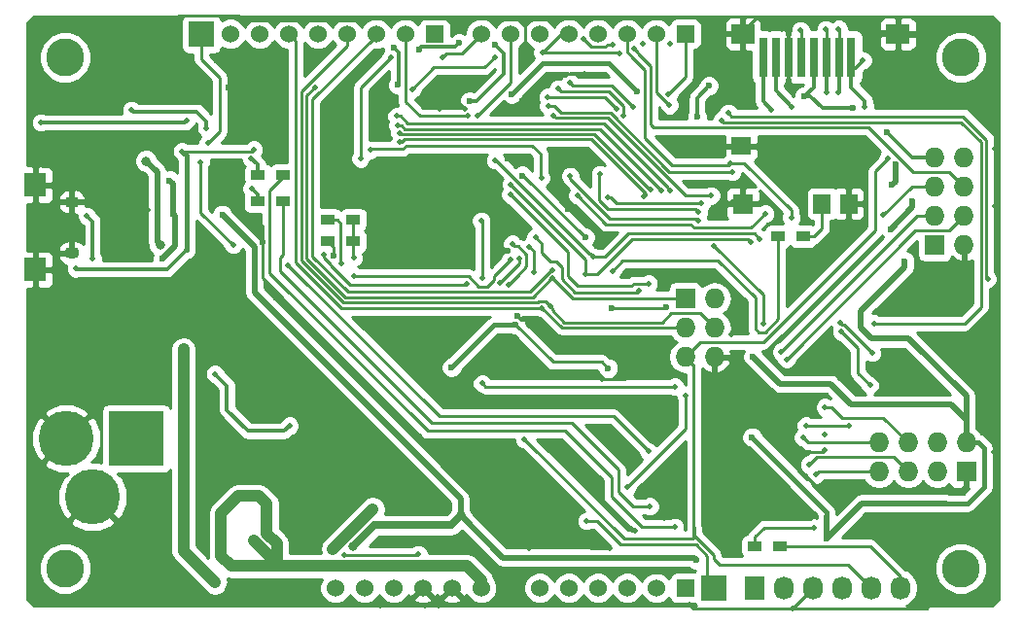
<source format=gbl>
G04 #@! TF.FileFunction,Copper,L2,Bot,Signal*
%FSLAX46Y46*%
G04 Gerber Fmt 4.6, Leading zero omitted, Abs format (unit mm)*
G04 Created by KiCad (PCBNEW 4.0.0-rc1-stable) date 05/12/2015 12:00:57*
%MOMM*%
G01*
G04 APERTURE LIST*
%ADD10C,0.100000*%
%ADD11C,4.800600*%
%ADD12R,4.800600X4.800600*%
%ADD13R,1.727200X2.032000*%
%ADD14O,1.727200X2.032000*%
%ADD15R,1.727200X1.727200*%
%ADD16O,1.727200X1.727200*%
%ADD17R,1.200000X0.900000*%
%ADD18R,2.235200X2.235200*%
%ADD19R,1.900000X2.100000*%
%ADD20O,1.300000X1.050000*%
%ADD21R,1.524000X1.524000*%
%ADD22C,1.524000*%
%ADD23R,0.800000X3.500000*%
%ADD24R,2.000000X1.700000*%
%ADD25R,1.750000X1.500000*%
%ADD26R,1.800000X1.750000*%
%ADD27R,1.500000X1.750000*%
%ADD28C,3.300000*%
%ADD29C,0.800000*%
%ADD30C,0.600000*%
%ADD31C,0.500000*%
%ADD32C,1.000000*%
%ADD33C,0.250000*%
%ADD34C,0.500000*%
%ADD35C,0.300000*%
%ADD36C,0.400000*%
%ADD37C,0.700000*%
%ADD38C,0.254000*%
G04 APERTURE END LIST*
D10*
D11*
X114106960Y-111704120D03*
D12*
X120202960Y-111704120D03*
D11*
X116392960Y-116784120D03*
D13*
X174040000Y-124700000D03*
D14*
X176580000Y-124700000D03*
X179120000Y-124700000D03*
X181660000Y-124700000D03*
X184200000Y-124700000D03*
X186740000Y-124700000D03*
D15*
X168010840Y-99500000D03*
D16*
X170550840Y-99500000D03*
X168010840Y-102040000D03*
X170550840Y-102040000D03*
X168010840Y-104580000D03*
X170550840Y-104580000D03*
D17*
X176250000Y-121100000D03*
X174050000Y-121100000D03*
D18*
X170525160Y-124714000D03*
X125870000Y-76454000D03*
D19*
X111414900Y-89616900D03*
X111414900Y-96996900D03*
D20*
X114594900Y-91081900D03*
X114594900Y-95531900D03*
D15*
X192468500Y-114592100D03*
D16*
X192468500Y-112052100D03*
X189928500Y-114592100D03*
X189928500Y-112052100D03*
X187388500Y-114592100D03*
X187388500Y-112052100D03*
X184848500Y-114592100D03*
X184848500Y-112052100D03*
D15*
X189712600Y-94856300D03*
D16*
X192252600Y-94856300D03*
X189712600Y-92316300D03*
X192252600Y-92316300D03*
X189712600Y-89776300D03*
X192252600Y-89776300D03*
X189712600Y-87236300D03*
X192252600Y-87236300D03*
D17*
X130736160Y-91041220D03*
X132936160Y-91041220D03*
X130792040Y-88750140D03*
X132992040Y-88750140D03*
X178265000Y-94107000D03*
X176065000Y-94107000D03*
X139100000Y-92650000D03*
X136900000Y-92650000D03*
X136900000Y-94520000D03*
X139100000Y-94520000D03*
D21*
X168019000Y-76454000D03*
D22*
X162939000Y-76454000D03*
X160399000Y-76454000D03*
X157859000Y-76454000D03*
X155319000Y-76454000D03*
X152779000Y-76454000D03*
X150239000Y-76454000D03*
D21*
X146175000Y-76454000D03*
D22*
X143635000Y-76454000D03*
X141095000Y-76454000D03*
X138555000Y-76454000D03*
X136015000Y-76454000D03*
X133479000Y-76454000D03*
X165479000Y-76454000D03*
D21*
X168019000Y-124714000D03*
D22*
X165479000Y-124714000D03*
X162939000Y-124714000D03*
X160399000Y-124714000D03*
X157859000Y-124714000D03*
X155319000Y-124714000D03*
X150239000Y-124714000D03*
X145159000Y-124714000D03*
X142619000Y-124714000D03*
X140079000Y-124714000D03*
X137539000Y-124714000D03*
X147699000Y-124714000D03*
X130939000Y-76454000D03*
X128399000Y-76454000D03*
D23*
X182465960Y-78467040D03*
X181365960Y-78467040D03*
X180265960Y-78467040D03*
X179165960Y-78467040D03*
X178065960Y-78467040D03*
X176965960Y-78467040D03*
X175865960Y-78467040D03*
X174765960Y-78467040D03*
D24*
X173015960Y-76467040D03*
X186515960Y-76467040D03*
D25*
X172890960Y-86217040D03*
D26*
X173015960Y-91242040D03*
D27*
X182215960Y-91242040D03*
X179915960Y-91242040D03*
D28*
X114000000Y-78500000D03*
X114000000Y-123000000D03*
X192000000Y-123000000D03*
X192000000Y-78500000D03*
D29*
X130560000Y-122810000D03*
X130870000Y-116710000D03*
X131550000Y-118670000D03*
X127590000Y-120070000D03*
X130450000Y-120620000D03*
D30*
X122580000Y-75830000D03*
D31*
X112510000Y-103230000D03*
X129540000Y-75184000D03*
X148336000Y-75184000D03*
X151490000Y-75160000D03*
X171970000Y-102670000D03*
X172550000Y-105580000D03*
X165790000Y-98000000D03*
X136370000Y-120250000D03*
X133441440Y-113995200D03*
X175560000Y-75690000D03*
X177290000Y-81120000D03*
X189600000Y-100580000D03*
X189650000Y-98290000D03*
X189590000Y-103000000D03*
X179680000Y-96110000D03*
X181780000Y-93990000D03*
X177300000Y-95860000D03*
X171400000Y-91670000D03*
X171220000Y-89600000D03*
X188370000Y-105540000D03*
X184450000Y-105660000D03*
X183110000Y-107780000D03*
X183210000Y-116190000D03*
X188670000Y-116230000D03*
X177000000Y-112850000D03*
X179760000Y-116230000D03*
X173280000Y-108970000D03*
X176270000Y-108020000D03*
X180180000Y-111340000D03*
X180170000Y-112670000D03*
X167640000Y-83470000D03*
X171540000Y-80670000D03*
X170340000Y-86170000D03*
X168450000Y-86090000D03*
X166700000Y-77300000D03*
X164290000Y-77320000D03*
X159120000Y-76880000D03*
X159240000Y-79920000D03*
X161700000Y-77360000D03*
X142110000Y-82580000D03*
X146610000Y-83000000D03*
D30*
X149560000Y-81070000D03*
D31*
X148790000Y-82970000D03*
D30*
X141020000Y-78170000D03*
X153790000Y-82300000D03*
X155980000Y-80130000D03*
X154170000Y-78930000D03*
X158640000Y-114550000D03*
X154310000Y-108370000D03*
X156390000Y-108490000D03*
X156330000Y-106090000D03*
X153740000Y-105750000D03*
X156440000Y-103520000D03*
X153390000Y-100980000D03*
X160440000Y-94270000D03*
X152520000Y-95380000D03*
X152900000Y-92130000D03*
X152500000Y-87320000D03*
X157000000Y-89570000D03*
X157760000Y-91740000D03*
X130640000Y-92610000D03*
X136860000Y-103750000D03*
X132360000Y-99410000D03*
X144810000Y-111530000D03*
X131160000Y-94560000D03*
X126770000Y-91330000D03*
X148010000Y-112430000D03*
X137970000Y-90690000D03*
X137350000Y-95790000D03*
X128200000Y-81150000D03*
X135150000Y-77950000D03*
X137060000Y-77810000D03*
X138770000Y-80530000D03*
X129660000Y-77850000D03*
X132810000Y-80510000D03*
X132200000Y-77440000D03*
X128770000Y-83880000D03*
X130230000Y-84940000D03*
X132040000Y-84390000D03*
X137850000Y-84270000D03*
X137040000Y-85750000D03*
X132360000Y-85790000D03*
X129110000Y-80850000D03*
X127260000Y-78720000D03*
X127200000Y-87800000D03*
X128710000Y-89590000D03*
X123350000Y-87900000D03*
X125010000Y-85260000D03*
X135060000Y-106030000D03*
X138190000Y-108990000D03*
X132830000Y-108100000D03*
X132970000Y-104690000D03*
X131010000Y-101810000D03*
X128640000Y-101510000D03*
X129190000Y-99210000D03*
X128100000Y-96760000D03*
D31*
X140990000Y-101590000D03*
X144560000Y-102260000D03*
X146410000Y-102430000D03*
X146430000Y-104970000D03*
X144730000Y-104520000D03*
X146430000Y-107040000D03*
X160710000Y-106560000D03*
X163850000Y-105430000D03*
X165190000Y-111630000D03*
X160900000Y-108310000D03*
X161570000Y-110960000D03*
X163940000Y-113680000D03*
X166590000Y-123250000D03*
X171870000Y-120720000D03*
X170970000Y-118400000D03*
X172980000Y-119100000D03*
X175220000Y-117670000D03*
X177450000Y-118260000D03*
X176740000Y-116370000D03*
X175080000Y-114970000D03*
X173550000Y-116700000D03*
X170160000Y-117080000D03*
X167520000Y-116490000D03*
X166140000Y-118650000D03*
X159150000Y-123230000D03*
X161650000Y-123260000D03*
X164210000Y-123380000D03*
X163610000Y-119750000D03*
X161910000Y-118300000D03*
X161440000Y-121250000D03*
X159270000Y-120740000D03*
X158600000Y-117750000D03*
X156750000Y-117250000D03*
X156630000Y-120990000D03*
X154610000Y-119100000D03*
X154610000Y-116070000D03*
X156680000Y-123200000D03*
X152770000Y-111950000D03*
X151700000Y-111910000D03*
X152750000Y-118240000D03*
X152690000Y-116260000D03*
X150650000Y-116310000D03*
X150600000Y-118470000D03*
X154430000Y-121220000D03*
X111820000Y-107370000D03*
X116590000Y-107680000D03*
X121990000Y-107740000D03*
X111440000Y-115020000D03*
X111560000Y-117730000D03*
X114150000Y-120020000D03*
X111370000Y-121730000D03*
X111590000Y-125460000D03*
X114000000Y-125960000D03*
X117770000Y-125920000D03*
X117510000Y-95920000D03*
X119940000Y-95920000D03*
X113390000Y-99870000D03*
X111390000Y-99550000D03*
X114950000Y-102410000D03*
X111640000Y-94470000D03*
X111594900Y-92156900D03*
X116490000Y-91340000D03*
X121230000Y-91830000D03*
X119540000Y-90020000D03*
X116210000Y-88160000D03*
X117860000Y-88720000D03*
X114180000Y-87990000D03*
X111820000Y-87720000D03*
X111190000Y-81790000D03*
X117490000Y-75830000D03*
X112170000Y-75750000D03*
X111210000Y-77480000D03*
X134690000Y-75290000D03*
X139610000Y-75150000D03*
X144660000Y-75120000D03*
X170650000Y-75960000D03*
X166640000Y-75080000D03*
X161710000Y-75100000D03*
X156700000Y-75150000D03*
X117660000Y-77700000D03*
X119920000Y-77060000D03*
X122910000Y-77390000D03*
X125560000Y-80130000D03*
X124720000Y-81470000D03*
X123190000Y-79600000D03*
X118830000Y-79600000D03*
X116330000Y-80020000D03*
X117390000Y-81300000D03*
X116620000Y-82520000D03*
X113470000Y-82340000D03*
X188040000Y-82810000D03*
X193740000Y-82810000D03*
X192340000Y-81310000D03*
X189540000Y-81810000D03*
X188680000Y-79100000D03*
X188990000Y-76670000D03*
X190750000Y-75770000D03*
X194710000Y-76670000D03*
X194940000Y-81530000D03*
X194960000Y-86450000D03*
X194990000Y-91480000D03*
X195150000Y-95590000D03*
X195070000Y-99210000D03*
X194770000Y-101730000D03*
X194650000Y-104970000D03*
X194730000Y-108810000D03*
X194910000Y-112880000D03*
X194520000Y-117410000D03*
X189320000Y-126150000D03*
X188790000Y-120780000D03*
X187300000Y-122220000D03*
X183910000Y-119370000D03*
X187340000Y-118910000D03*
X192790000Y-119210000D03*
X194730000Y-120210000D03*
X194910000Y-122690000D03*
X194260000Y-125900000D03*
X190880000Y-125990000D03*
X177340000Y-126480000D03*
X118440000Y-121320000D03*
X121430000Y-122150000D03*
X122180000Y-123750000D03*
X118940000Y-123380000D03*
X116980000Y-124670000D03*
X168370000Y-126170000D03*
X120310000Y-125420000D03*
X125060000Y-125900000D03*
X131630000Y-125900000D03*
X138780000Y-126090000D03*
X141470000Y-126210000D03*
X145350000Y-126270000D03*
X146490000Y-126210000D03*
X149450000Y-126150000D03*
X151660000Y-126200000D03*
X152020000Y-124250000D03*
X153360000Y-123630000D03*
X153390000Y-126040000D03*
X156800000Y-126120000D03*
X159290000Y-126040000D03*
X161940000Y-126180000D03*
X164260000Y-126180000D03*
X166420000Y-126150000D03*
D29*
X122270000Y-94860000D03*
X121070000Y-87520000D03*
X140780000Y-117840000D03*
X137320000Y-121350000D03*
X127060000Y-124240000D03*
X124330000Y-103940000D03*
D30*
X142970000Y-80900000D03*
X149210000Y-82300000D03*
X151420000Y-77390000D03*
X148320000Y-77230000D03*
X144800000Y-77800000D03*
X142630000Y-77650000D03*
X161280000Y-105560000D03*
X147650000Y-105510000D03*
X153250000Y-101800000D03*
X161560000Y-100360000D03*
X166310000Y-100280000D03*
X185540000Y-85030000D03*
X182600000Y-82910000D03*
X178400000Y-81850000D03*
X163780000Y-81430000D03*
X152890000Y-81710000D03*
X169020000Y-83700000D03*
X170070000Y-80970000D03*
X153790000Y-88790000D03*
X159270000Y-94160000D03*
X123100000Y-89210000D03*
X122520000Y-96020000D03*
X123380000Y-92120000D03*
X127690000Y-92200000D03*
X186290000Y-87840000D03*
X186010000Y-89610000D03*
X187760000Y-91050000D03*
X185880000Y-93460000D03*
X187110000Y-96250000D03*
X173890000Y-104580000D03*
X173820000Y-111590000D03*
X180330000Y-120380000D03*
X169000000Y-122290000D03*
D29*
X139110000Y-121090000D03*
X148450000Y-118410000D03*
D31*
X185630000Y-87340000D03*
X154000000Y-111750000D03*
X150240000Y-92740000D03*
X138310000Y-121820000D03*
X144780000Y-121770000D03*
X150300000Y-97680000D03*
X130420000Y-86520000D03*
X166700000Y-90080000D03*
X142860000Y-83620000D03*
X124190000Y-86670000D03*
X114960000Y-96890000D03*
X124590000Y-95250000D03*
X169164000Y-91948000D03*
X160600000Y-88680000D03*
X161290000Y-90678000D03*
X169418000Y-91186000D03*
X135770000Y-81120000D03*
X156470000Y-97720000D03*
X155530000Y-100310000D03*
X156220000Y-100160000D03*
X133540000Y-110570000D03*
X127060000Y-106060000D03*
X130210000Y-87270000D03*
X111920000Y-84170000D03*
X124560000Y-84020000D03*
X165010416Y-90019584D03*
X143120000Y-85100000D03*
X164420000Y-90590000D03*
X143150000Y-85870000D03*
X142940000Y-84400000D03*
X165900000Y-90070000D03*
X119770000Y-83080000D03*
X130230000Y-89930000D03*
X126310000Y-84640000D03*
X157990000Y-88840000D03*
X169130000Y-92720000D03*
X179240000Y-119470000D03*
X159400000Y-118880000D03*
X152810000Y-96090000D03*
X126450000Y-85990000D03*
X125810000Y-87630000D03*
X128630000Y-94830000D03*
X139200000Y-97570000D03*
X115910000Y-92300000D03*
X116420000Y-96030000D03*
X177240000Y-92470000D03*
X171960000Y-87690000D03*
X178500000Y-110550000D03*
X182270000Y-110550000D03*
X178800000Y-113960000D03*
X180170000Y-108970000D03*
X179410000Y-114830000D03*
X178250000Y-111600000D03*
X174770000Y-101670000D03*
X170490000Y-94910000D03*
X156510000Y-83550000D03*
X170250000Y-90540000D03*
X136540000Y-95680000D03*
X176360000Y-104130000D03*
X167110000Y-107180000D03*
X150320000Y-106900000D03*
X139720000Y-87310000D03*
X142350000Y-78540000D03*
X146880000Y-78480000D03*
X148960000Y-98250000D03*
X176830000Y-104790000D03*
X168050000Y-107980000D03*
X162939000Y-115911000D03*
X185260000Y-92250000D03*
X174960000Y-92110000D03*
X158620000Y-90530000D03*
X162290000Y-78180000D03*
X163530000Y-77740000D03*
X155570000Y-78110000D03*
X151400000Y-78460000D03*
X144220000Y-81260000D03*
X156080000Y-82720000D03*
X172070000Y-88480000D03*
X163940000Y-98850000D03*
X154970000Y-94180000D03*
X164820000Y-112820000D03*
X133430000Y-96580000D03*
X138090000Y-96450000D03*
X164920000Y-117610000D03*
X167080000Y-119420000D03*
X180240000Y-76050000D03*
X180340000Y-81534000D03*
X177292000Y-82804000D03*
X175514000Y-83058000D03*
X183470000Y-78760000D03*
X183642000Y-82804000D03*
X181360000Y-76010000D03*
X181356000Y-81534000D03*
X161650000Y-97090000D03*
X154840000Y-97200000D03*
X154440000Y-94990000D03*
X194320000Y-97780000D03*
X171750000Y-83350000D03*
X163460000Y-82800000D03*
X157960000Y-80730000D03*
X184440000Y-101680000D03*
X171180000Y-84000000D03*
X162650000Y-83600000D03*
X156950000Y-81230000D03*
X184280000Y-104240000D03*
X181520000Y-101630000D03*
X174440000Y-94300000D03*
X160010000Y-95890000D03*
X149900000Y-83560000D03*
X151450000Y-87460000D03*
X184080000Y-107070000D03*
X181580000Y-102400000D03*
X173720000Y-94590000D03*
X149090000Y-83620000D03*
X152820000Y-89570000D03*
X159350000Y-97380000D03*
X139130000Y-95910000D03*
X140590000Y-86560000D03*
X155460000Y-88970000D03*
X164790000Y-98190000D03*
X152770000Y-90470000D03*
X166530000Y-81710000D03*
X156020000Y-81940000D03*
X162050000Y-82980000D03*
X156440000Y-97010000D03*
X166630000Y-82670000D03*
X152930000Y-94750000D03*
X152640000Y-98270000D03*
X151880000Y-98170000D03*
X153540000Y-96030000D03*
X178040000Y-76150000D03*
D32*
X131550000Y-118670000D02*
X131550000Y-119970000D01*
X132450000Y-120870000D02*
X132450000Y-122810000D01*
X131550000Y-119970000D02*
X132450000Y-120870000D01*
X130560000Y-122810000D02*
X132450000Y-122810000D01*
X132450000Y-122810000D02*
X132620000Y-122810000D01*
X132620000Y-122810000D02*
X132630000Y-122800000D01*
X127590000Y-120070000D02*
X127590000Y-121900000D01*
X128500000Y-122810000D02*
X130560000Y-122810000D01*
X127590000Y-121900000D02*
X128500000Y-122810000D01*
X130870000Y-116710000D02*
X129060000Y-116710000D01*
X131550000Y-117390000D02*
X130870000Y-116710000D01*
X131550000Y-118670000D02*
X131550000Y-117390000D01*
X127590000Y-118180000D02*
X127590000Y-120070000D01*
X129060000Y-116710000D02*
X127590000Y-118180000D01*
X132630000Y-122800000D02*
X130450000Y-120620000D01*
X149010000Y-122800000D02*
X132630000Y-122800000D01*
X150239000Y-124029000D02*
X149010000Y-122800000D01*
X150239000Y-124714000D02*
X150239000Y-124029000D01*
D33*
X129540000Y-75184000D02*
X129364000Y-75184000D01*
X122960000Y-75830000D02*
X122580000Y-75830000D01*
X123890000Y-74900000D02*
X122960000Y-75830000D01*
X129080000Y-74900000D02*
X123890000Y-74900000D01*
X129364000Y-75184000D02*
X129080000Y-74900000D01*
X134690000Y-75290000D02*
X129646000Y-75290000D01*
X129646000Y-75290000D02*
X129540000Y-75184000D01*
X134690000Y-75290000D02*
X139470000Y-75290000D01*
X139470000Y-75290000D02*
X139610000Y-75150000D01*
X144660000Y-75120000D02*
X139640000Y-75120000D01*
X139640000Y-75120000D02*
X139610000Y-75150000D01*
X144660000Y-75120000D02*
X148272000Y-75120000D01*
X148272000Y-75120000D02*
X148336000Y-75184000D01*
X144660000Y-75120000D02*
X151450000Y-75120000D01*
X151450000Y-75120000D02*
X151490000Y-75160000D01*
X154020000Y-75160000D02*
X151490000Y-75160000D01*
X154020000Y-75160000D02*
X156690000Y-75160000D01*
X156690000Y-75160000D02*
X156700000Y-75150000D01*
X161710000Y-75100000D02*
X156750000Y-75100000D01*
X156750000Y-75100000D02*
X156700000Y-75150000D01*
X166640000Y-75080000D02*
X161730000Y-75080000D01*
X161730000Y-75080000D02*
X161710000Y-75100000D01*
X166320000Y-98000000D02*
X166660000Y-97660000D01*
X166660000Y-97660000D02*
X170990000Y-97660000D01*
X170990000Y-97660000D02*
X172790000Y-99460000D01*
X172790000Y-99460000D02*
X172790000Y-101850000D01*
X172790000Y-101850000D02*
X171970000Y-102670000D01*
X165790000Y-98000000D02*
X166320000Y-98000000D01*
X172550000Y-105580000D02*
X172565000Y-105565000D01*
X172565000Y-105565000D02*
X172550000Y-105580000D01*
X172550000Y-105580000D02*
X172550000Y-105550000D01*
X165790000Y-98000000D02*
X165790000Y-98010000D01*
X133440000Y-114000000D02*
X133440000Y-113996640D01*
X133440000Y-113996640D02*
X133441440Y-113995200D01*
X173315960Y-76467040D02*
X173315960Y-75934040D01*
X173315960Y-75934040D02*
X174120000Y-75130000D01*
X175000000Y-75130000D02*
X175560000Y-75690000D01*
X174120000Y-75130000D02*
X175000000Y-75130000D01*
X176965960Y-79467040D02*
X176965960Y-80795960D01*
X176965960Y-80795960D02*
X177290000Y-81120000D01*
X189600000Y-100580000D02*
X189600000Y-98340000D01*
X189600000Y-98340000D02*
X189650000Y-98290000D01*
X181780000Y-94010000D02*
X179680000Y-96110000D01*
X182215960Y-90942040D02*
X182215960Y-93554040D01*
X182215960Y-93554040D02*
X181780000Y-93990000D01*
X181780000Y-93990000D02*
X181780000Y-94010000D01*
X171400000Y-91670000D02*
X171400000Y-89780000D01*
X172127960Y-90942040D02*
X171400000Y-91670000D01*
X171400000Y-89780000D02*
X171220000Y-89600000D01*
X173315960Y-90942040D02*
X172127960Y-90942040D01*
X184450000Y-105660000D02*
X184450000Y-105640000D01*
X183110000Y-107780000D02*
X183110000Y-107790000D01*
X192468500Y-114592100D02*
X192468500Y-115681500D01*
X191920000Y-116230000D02*
X188670000Y-116230000D01*
X192468500Y-115681500D02*
X191920000Y-116230000D01*
X177000000Y-112850000D02*
X177000000Y-113470000D01*
X177000000Y-113470000D02*
X179760000Y-116230000D01*
X177000000Y-112850000D02*
X179990000Y-112850000D01*
X173280000Y-108970000D02*
X173360000Y-109050000D01*
X173360000Y-109050000D02*
X176190000Y-109050000D01*
X176190000Y-109050000D02*
X177000000Y-109860000D01*
X177000000Y-109860000D02*
X177000000Y-112850000D01*
X170550840Y-104580000D02*
X171580000Y-104580000D01*
X175020000Y-108020000D02*
X176270000Y-108020000D01*
X171580000Y-104580000D02*
X172550000Y-105550000D01*
X172550000Y-105550000D02*
X175020000Y-108020000D01*
X179990000Y-112850000D02*
X180170000Y-112670000D01*
X167640000Y-83470000D02*
X167640000Y-81720000D01*
X170850000Y-79980000D02*
X171540000Y-80670000D01*
X169380000Y-79980000D02*
X170850000Y-79980000D01*
X167640000Y-81720000D02*
X169380000Y-79980000D01*
X170340000Y-86170000D02*
X168530000Y-86170000D01*
X170387040Y-86217040D02*
X170340000Y-86170000D01*
X173190960Y-86217040D02*
X170387040Y-86217040D01*
X168530000Y-86170000D02*
X168450000Y-86090000D01*
X161249998Y-77360000D02*
X161009998Y-77600000D01*
X161009998Y-77600000D02*
X159840000Y-77600000D01*
X159840000Y-77600000D02*
X159120000Y-76880000D01*
X157490000Y-80130000D02*
X157700000Y-79920000D01*
X157700000Y-79920000D02*
X159240000Y-79920000D01*
X157490000Y-80130000D02*
X155980000Y-80130000D01*
X161700000Y-77360000D02*
X161249998Y-77360000D01*
X147730000Y-81070000D02*
X149560000Y-81070000D01*
X146640000Y-82160000D02*
X147730000Y-81070000D01*
X146640000Y-82970000D02*
X146640000Y-82160000D01*
X146610000Y-83000000D02*
X146640000Y-82970000D01*
X148350000Y-81070000D02*
X149560000Y-81070000D01*
X147850000Y-81570000D02*
X148350000Y-81070000D01*
X147850000Y-82030000D02*
X147850000Y-81570000D01*
X148790000Y-82970000D02*
X147850000Y-82030000D01*
X153790000Y-82300000D02*
X153810000Y-82300000D01*
X153810000Y-82300000D02*
X155980000Y-80130000D01*
X154020000Y-78780000D02*
X154020000Y-75160000D01*
X154170000Y-78930000D02*
X154020000Y-78780000D01*
X156270000Y-108370000D02*
X154310000Y-108370000D01*
X156390000Y-108490000D02*
X156270000Y-108370000D01*
X154080000Y-106090000D02*
X156330000Y-106090000D01*
X153740000Y-105750000D02*
X154080000Y-106090000D01*
X156440000Y-103260000D02*
X156440000Y-103520000D01*
X154510000Y-101330000D02*
X156440000Y-103260000D01*
X153740000Y-101330000D02*
X154510000Y-101330000D01*
X153390000Y-100980000D02*
X153740000Y-101330000D01*
X157760000Y-91740000D02*
X158170000Y-91740000D01*
X160440000Y-94010000D02*
X160440000Y-94270000D01*
X158170000Y-91740000D02*
X160440000Y-94010000D01*
X152520000Y-95380000D02*
X152330000Y-95190000D01*
X152330000Y-95190000D02*
X152020000Y-95190000D01*
X152020000Y-95190000D02*
X151760000Y-94930000D01*
X151760000Y-94930000D02*
X151760000Y-93270000D01*
X151760000Y-93270000D02*
X152900000Y-92130000D01*
X157000000Y-90980000D02*
X157000000Y-89570000D01*
X157760000Y-91740000D02*
X157000000Y-90980000D01*
X131160000Y-93130000D02*
X130640000Y-92610000D01*
X132360000Y-99410000D02*
X132360000Y-98900000D01*
X144640000Y-111530000D02*
X136860000Y-103750000D01*
X148010000Y-112430000D02*
X145710000Y-112430000D01*
X145710000Y-112430000D02*
X144810000Y-111530000D01*
X144810000Y-111530000D02*
X144640000Y-111530000D01*
X131160000Y-97700000D02*
X131160000Y-94560000D01*
X132360000Y-98900000D02*
X131160000Y-97700000D01*
X131160000Y-94560000D02*
X131160000Y-93130000D01*
X151700000Y-111910000D02*
X151250000Y-111910000D01*
X150730000Y-112430000D02*
X148010000Y-112430000D01*
X151250000Y-111910000D02*
X150730000Y-112430000D01*
X137040000Y-89760000D02*
X137970000Y-90690000D01*
X137040000Y-85750000D02*
X137040000Y-89760000D01*
X137400000Y-95020000D02*
X136900000Y-94520000D01*
X137400000Y-95740000D02*
X137400000Y-95020000D01*
X137350000Y-95790000D02*
X137400000Y-95740000D01*
X128500000Y-80850000D02*
X129110000Y-80850000D01*
X128200000Y-81150000D02*
X128500000Y-80850000D01*
X135150000Y-77950000D02*
X135290000Y-77810000D01*
X135290000Y-77810000D02*
X137060000Y-77810000D01*
X129660000Y-77850000D02*
X131790000Y-77850000D01*
X128790000Y-78720000D02*
X129660000Y-77850000D01*
X127260000Y-78720000D02*
X128790000Y-78720000D01*
X131790000Y-77850000D02*
X132200000Y-77440000D01*
X129110000Y-80850000D02*
X129110000Y-83540000D01*
X129110000Y-83540000D02*
X128770000Y-83880000D01*
X130230000Y-84940000D02*
X130780000Y-84390000D01*
X130780000Y-84390000D02*
X132040000Y-84390000D01*
X137850000Y-84270000D02*
X137040000Y-85080000D01*
X137040000Y-85080000D02*
X137040000Y-85750000D01*
X129110000Y-80570000D02*
X129110000Y-80850000D01*
X127260000Y-78720000D02*
X129110000Y-80570000D01*
X127200000Y-87800000D02*
X128710000Y-89310000D01*
X128710000Y-89310000D02*
X128710000Y-89590000D01*
X124990000Y-85240000D02*
X124970000Y-85240000D01*
X125010000Y-85260000D02*
X124990000Y-85240000D01*
X135230000Y-106030000D02*
X135060000Y-106030000D01*
X138190000Y-108990000D02*
X135230000Y-106030000D01*
X132830000Y-104830000D02*
X132830000Y-108100000D01*
X132970000Y-104690000D02*
X132830000Y-104830000D01*
X128940000Y-101810000D02*
X131010000Y-101810000D01*
X128640000Y-101510000D02*
X128940000Y-101810000D01*
X129190000Y-97850000D02*
X129190000Y-99210000D01*
X128100000Y-96760000D02*
X129190000Y-97850000D01*
X140990000Y-101590000D02*
X141070000Y-101670000D01*
X141070000Y-101670000D02*
X143970000Y-101670000D01*
X143970000Y-101670000D02*
X144560000Y-102260000D01*
X146410000Y-102430000D02*
X146430000Y-102450000D01*
X146430000Y-102450000D02*
X146430000Y-104970000D01*
X144730000Y-104520000D02*
X146430000Y-106220000D01*
X146430000Y-106220000D02*
X146430000Y-107040000D01*
X162720000Y-106560000D02*
X160710000Y-106560000D01*
X163850000Y-105430000D02*
X162720000Y-106560000D01*
X162100000Y-108540000D02*
X165190000Y-111630000D01*
X161130000Y-108540000D02*
X162100000Y-108540000D01*
X160900000Y-108310000D02*
X161130000Y-108540000D01*
X161570000Y-111310000D02*
X161570000Y-110960000D01*
X163940000Y-113680000D02*
X161570000Y-111310000D01*
X166460000Y-123380000D02*
X166590000Y-123250000D01*
X164210000Y-123380000D02*
X166460000Y-123380000D01*
X171950000Y-120800000D02*
X171950000Y-120890000D01*
X171870000Y-120720000D02*
X171950000Y-120800000D01*
X172280000Y-118400000D02*
X170970000Y-118400000D01*
X172980000Y-119100000D02*
X172280000Y-118400000D01*
X176860000Y-117670000D02*
X175220000Y-117670000D01*
X177450000Y-118260000D02*
X176860000Y-117670000D01*
X176480000Y-116370000D02*
X176740000Y-116370000D01*
X175080000Y-114970000D02*
X176480000Y-116370000D01*
X170540000Y-116700000D02*
X173550000Y-116700000D01*
X170160000Y-117080000D02*
X170540000Y-116700000D01*
X167520000Y-117270000D02*
X167520000Y-116490000D01*
X166140000Y-118650000D02*
X167520000Y-117270000D01*
X159150000Y-123230000D02*
X156710000Y-123230000D01*
X159180000Y-123260000D02*
X159150000Y-123230000D01*
X152690000Y-116260000D02*
X154420000Y-116260000D01*
X164090000Y-123260000D02*
X161650000Y-123260000D01*
X164210000Y-123380000D02*
X164090000Y-123260000D01*
X163360000Y-119750000D02*
X163610000Y-119750000D01*
X161910000Y-118300000D02*
X163360000Y-119750000D01*
X159780000Y-121250000D02*
X161440000Y-121250000D01*
X159270000Y-120740000D02*
X159780000Y-121250000D01*
X157250000Y-117750000D02*
X158600000Y-117750000D01*
X156750000Y-117250000D02*
X157250000Y-117750000D01*
X156500000Y-120990000D02*
X156630000Y-120990000D01*
X154610000Y-119100000D02*
X156500000Y-120990000D01*
X154420000Y-116260000D02*
X154610000Y-116070000D01*
X161650000Y-123260000D02*
X159180000Y-123260000D01*
X156710000Y-123230000D02*
X156680000Y-123200000D01*
X151740000Y-111950000D02*
X152770000Y-111950000D01*
X151700000Y-111910000D02*
X151740000Y-111950000D01*
X150700000Y-116260000D02*
X152690000Y-116260000D01*
X150650000Y-116310000D02*
X150700000Y-116260000D01*
X151680000Y-118470000D02*
X150600000Y-118470000D01*
X154430000Y-121220000D02*
X151680000Y-118470000D01*
X114950000Y-102410000D02*
X114950000Y-104240000D01*
X114950000Y-104240000D02*
X111820000Y-107370000D01*
X118270000Y-125420000D02*
X120310000Y-125420000D01*
X116590000Y-107680000D02*
X116650000Y-107740000D01*
X116650000Y-107740000D02*
X121990000Y-107740000D01*
X111440000Y-115020000D02*
X111560000Y-115140000D01*
X111560000Y-115140000D02*
X111560000Y-117730000D01*
X114150000Y-120020000D02*
X113930000Y-120240000D01*
X113930000Y-120240000D02*
X112860000Y-120240000D01*
X112860000Y-120240000D02*
X111370000Y-121730000D01*
X111590000Y-125460000D02*
X112090000Y-125960000D01*
X112090000Y-125960000D02*
X114000000Y-125960000D01*
X117770000Y-125920000D02*
X118270000Y-125420000D01*
X117510000Y-95920000D02*
X119940000Y-95920000D01*
X113390000Y-99870000D02*
X113970000Y-99870000D01*
X113970000Y-99870000D02*
X114950000Y-100850000D01*
X114950000Y-100850000D02*
X114950000Y-102410000D01*
X111710000Y-99870000D02*
X113390000Y-99870000D01*
X111390000Y-99550000D02*
X111710000Y-99870000D01*
X111600000Y-92150000D02*
X111600000Y-92151800D01*
X111600000Y-92151800D02*
X111594900Y-92156900D01*
X116231900Y-91081900D02*
X114594900Y-91081900D01*
X116490000Y-91340000D02*
X116231900Y-91081900D01*
X121230000Y-91710000D02*
X121230000Y-91830000D01*
X119540000Y-90020000D02*
X121230000Y-91710000D01*
X116890000Y-88840000D02*
X116210000Y-88160000D01*
X117980000Y-88840000D02*
X116890000Y-88840000D01*
X117860000Y-88720000D02*
X117980000Y-88840000D01*
X112090000Y-87990000D02*
X114180000Y-87990000D01*
X111820000Y-87720000D02*
X112090000Y-87990000D01*
X117490000Y-75830000D02*
X117410000Y-75750000D01*
X117410000Y-75750000D02*
X112170000Y-75750000D01*
X111210000Y-77480000D02*
X111190000Y-77500000D01*
X111190000Y-77500000D02*
X111190000Y-81790000D01*
X134690000Y-75290000D02*
X134660000Y-75260000D01*
X139610000Y-75150000D02*
X139520000Y-75240000D01*
X144660000Y-75120000D02*
X144640000Y-75100000D01*
X151490000Y-75160000D02*
X151430000Y-75220000D01*
X173315960Y-76467040D02*
X171157040Y-76467040D01*
X171157040Y-76467040D02*
X170650000Y-75960000D01*
X166640000Y-75080000D02*
X166630000Y-75070000D01*
X161710000Y-75100000D02*
X161700000Y-75090000D01*
X156700000Y-75150000D02*
X156690000Y-75160000D01*
X118800000Y-78840000D02*
X118800000Y-79490000D01*
X117660000Y-77700000D02*
X118800000Y-78840000D01*
X122580000Y-77060000D02*
X119920000Y-77060000D01*
X122910000Y-77390000D02*
X122580000Y-77060000D01*
X125560000Y-80630000D02*
X125560000Y-80130000D01*
X124720000Y-81470000D02*
X125560000Y-80630000D01*
X118830000Y-79600000D02*
X123190000Y-79600000D01*
X116330000Y-80240000D02*
X116330000Y-80020000D01*
X117390000Y-81300000D02*
X116330000Y-80240000D01*
X113650000Y-82520000D02*
X116620000Y-82520000D01*
X113470000Y-82340000D02*
X113650000Y-82520000D01*
X185968920Y-76220000D02*
X183670000Y-76220000D01*
X183670000Y-75830000D02*
X183670000Y-76220000D01*
X182880000Y-75040000D02*
X183670000Y-75830000D01*
X174170000Y-75040000D02*
X182880000Y-75040000D01*
X174170000Y-75040000D02*
X173315960Y-75894040D01*
X185968920Y-76220000D02*
X186215960Y-76467040D01*
X173315960Y-76467040D02*
X173315960Y-75894040D01*
X188990000Y-76670000D02*
X186418920Y-76670000D01*
X186418920Y-76670000D02*
X186215960Y-76467040D01*
X193740000Y-82810000D02*
X188040000Y-82810000D01*
X190040000Y-81310000D02*
X192340000Y-81310000D01*
X189540000Y-81810000D02*
X190040000Y-81310000D01*
X188680000Y-76980000D02*
X188680000Y-79100000D01*
X188990000Y-76670000D02*
X188680000Y-76980000D01*
X193810000Y-75770000D02*
X190750000Y-75770000D01*
X194710000Y-76670000D02*
X193810000Y-75770000D01*
X194940000Y-86430000D02*
X194940000Y-81530000D01*
X194960000Y-86450000D02*
X194940000Y-86430000D01*
X194990000Y-95430000D02*
X194990000Y-91480000D01*
X195150000Y-95590000D02*
X194990000Y-95430000D01*
X195070000Y-101430000D02*
X195070000Y-99210000D01*
X194770000Y-101730000D02*
X195070000Y-101430000D01*
X194650000Y-108730000D02*
X194650000Y-104970000D01*
X194730000Y-108810000D02*
X194650000Y-108730000D01*
X194910000Y-117020000D02*
X194910000Y-112880000D01*
X194520000Y-117410000D02*
X194910000Y-117020000D01*
X177340000Y-126480000D02*
X188990000Y-126480000D01*
X188740000Y-120780000D02*
X188790000Y-120780000D01*
X187300000Y-122220000D02*
X188740000Y-120780000D01*
X186880000Y-119370000D02*
X183910000Y-119370000D01*
X187340000Y-118910000D02*
X186880000Y-119370000D01*
X193730000Y-119210000D02*
X192790000Y-119210000D01*
X194730000Y-120210000D02*
X193730000Y-119210000D01*
X194910000Y-125250000D02*
X194910000Y-122690000D01*
X194260000Y-125900000D02*
X194910000Y-125250000D01*
X189480000Y-125990000D02*
X190880000Y-125990000D01*
X188990000Y-126480000D02*
X189480000Y-125990000D01*
X177345000Y-126475000D02*
X177340000Y-126480000D01*
X118440000Y-121320000D02*
X119270000Y-122150000D01*
X119270000Y-122150000D02*
X121430000Y-122150000D01*
X122180000Y-123750000D02*
X121810000Y-123380000D01*
X121810000Y-123380000D02*
X118940000Y-123380000D01*
X116980000Y-124670000D02*
X117730000Y-125420000D01*
X117730000Y-125420000D02*
X120310000Y-125420000D01*
X177345000Y-126475000D02*
X179120000Y-124700000D01*
X168680000Y-126480000D02*
X177340000Y-126480000D01*
X168370000Y-126170000D02*
X168680000Y-126480000D01*
X125060000Y-125900000D02*
X131630000Y-125900000D01*
X138780000Y-126090000D02*
X138900000Y-126210000D01*
X138900000Y-126210000D02*
X141470000Y-126210000D01*
X145350000Y-126270000D02*
X145410000Y-126210000D01*
X145410000Y-126210000D02*
X146490000Y-126210000D01*
X149450000Y-126150000D02*
X149500000Y-126200000D01*
X149500000Y-126200000D02*
X151660000Y-126200000D01*
X152020000Y-124250000D02*
X152640000Y-123630000D01*
X152640000Y-123630000D02*
X153360000Y-123630000D01*
X153390000Y-126040000D02*
X153470000Y-126120000D01*
X153470000Y-126120000D02*
X156800000Y-126120000D01*
X159290000Y-126040000D02*
X159430000Y-126180000D01*
X159430000Y-126180000D02*
X161940000Y-126180000D01*
X164260000Y-126180000D02*
X164290000Y-126150000D01*
X164290000Y-126150000D02*
X166420000Y-126150000D01*
D34*
X122270000Y-94860000D02*
X122020000Y-94610000D01*
X122020000Y-94610000D02*
X122020000Y-88470000D01*
X121070000Y-87520000D02*
X122020000Y-88470000D01*
D32*
X140780000Y-117840000D02*
X137320000Y-121300000D01*
X137320000Y-121300000D02*
X137320000Y-121350000D01*
X127060000Y-124240000D02*
X124330000Y-121510000D01*
X124330000Y-121510000D02*
X124330000Y-103940000D01*
D35*
X149820000Y-82300000D02*
X149210000Y-82300000D01*
X152200000Y-79920000D02*
X149820000Y-82300000D01*
X152200000Y-78170000D02*
X152200000Y-79920000D01*
X151420000Y-77390000D02*
X152200000Y-78170000D01*
X147960000Y-77590000D02*
X148320000Y-77230000D01*
X145010000Y-77590000D02*
X147960000Y-77590000D01*
X144800000Y-77800000D02*
X145010000Y-77590000D01*
X143030000Y-78050000D02*
X142630000Y-77650000D01*
X143030000Y-80840000D02*
X143030000Y-78050000D01*
X142970000Y-80900000D02*
X143030000Y-80840000D01*
D33*
X156480000Y-105030000D02*
X153250000Y-101800000D01*
X160750000Y-105030000D02*
X156480000Y-105030000D01*
X161280000Y-105560000D02*
X160750000Y-105030000D01*
D36*
X147650000Y-105510000D02*
X151360000Y-101800000D01*
X151360000Y-101800000D02*
X153250000Y-101800000D01*
D33*
X166230000Y-100360000D02*
X161560000Y-100360000D01*
X166310000Y-100280000D02*
X166230000Y-100360000D01*
D35*
X178400000Y-81850000D02*
X178880000Y-81850000D01*
X187746300Y-87236300D02*
X189712600Y-87236300D01*
X185540000Y-85030000D02*
X187746300Y-87236300D01*
X179940000Y-82910000D02*
X182600000Y-82910000D01*
X178880000Y-81850000D02*
X179940000Y-82910000D01*
X179165960Y-79467040D02*
X179165960Y-81084040D01*
X179165960Y-81084040D02*
X178400000Y-81850000D01*
D36*
X161360000Y-79010000D02*
X163780000Y-81430000D01*
X155590000Y-79010000D02*
X161360000Y-79010000D01*
X152890000Y-81710000D02*
X155590000Y-79010000D01*
D35*
X169020000Y-82020000D02*
X169020000Y-83700000D01*
X170070000Y-80970000D02*
X169020000Y-82020000D01*
D33*
X153900000Y-88790000D02*
X153790000Y-88790000D01*
X159270000Y-94160000D02*
X153900000Y-88790000D01*
D34*
X123380000Y-92120000D02*
X123380000Y-89490000D01*
X123380000Y-89490000D02*
X123100000Y-89210000D01*
X148450000Y-118410000D02*
X148450000Y-116930000D01*
X123580000Y-94960000D02*
X122520000Y-96020000D01*
X123580000Y-92320000D02*
X123580000Y-94960000D01*
X123380000Y-92120000D02*
X123580000Y-92320000D01*
X130490000Y-95000000D02*
X127690000Y-92200000D01*
X130490000Y-98970000D02*
X130490000Y-95000000D01*
X148450000Y-116930000D02*
X130490000Y-98970000D01*
X192468500Y-110088500D02*
X192468500Y-107998500D01*
X186290000Y-89330000D02*
X186290000Y-87840000D01*
X186010000Y-89610000D02*
X186290000Y-89330000D01*
X187760000Y-91580000D02*
X187760000Y-91050000D01*
X185880000Y-93460000D02*
X187760000Y-91580000D01*
X187110000Y-96760000D02*
X187110000Y-96250000D01*
X183260000Y-100610000D02*
X187110000Y-96760000D01*
X183260000Y-102000000D02*
X183260000Y-100610000D01*
X184240000Y-102980000D02*
X183260000Y-102000000D01*
X187450000Y-102980000D02*
X184240000Y-102980000D01*
X192468500Y-107998500D02*
X187450000Y-102980000D01*
X192468500Y-112052100D02*
X192468500Y-110088500D01*
X176260000Y-106950000D02*
X173890000Y-104580000D01*
X180650000Y-106950000D02*
X176260000Y-106950000D01*
X182440000Y-108740000D02*
X180650000Y-106950000D01*
X191120000Y-108740000D02*
X182440000Y-108740000D01*
X192468500Y-110088500D02*
X191120000Y-108740000D01*
D36*
X177700000Y-115470000D02*
X177700000Y-115480000D01*
X173820000Y-111590000D02*
X177700000Y-115470000D01*
X180330000Y-118110000D02*
X180330000Y-120380000D01*
X177700000Y-115480000D02*
X180330000Y-118110000D01*
D34*
X180330000Y-120380000D02*
X180330000Y-118470000D01*
D36*
X192468500Y-112052100D02*
X193512100Y-112052100D01*
D34*
X180330000Y-120380000D02*
X183360000Y-117350000D01*
X183360000Y-117350000D02*
X190690000Y-117350000D01*
D36*
X192550000Y-117350000D02*
X190690000Y-117350000D01*
X194000000Y-115900000D02*
X192550000Y-117350000D01*
X194000000Y-112540000D02*
X194000000Y-115900000D01*
X193512100Y-112052100D02*
X194000000Y-112540000D01*
D34*
X169000000Y-122290000D02*
X168780000Y-122070000D01*
X168780000Y-122070000D02*
X152110000Y-122070000D01*
X152110000Y-122070000D02*
X148450000Y-118410000D01*
D37*
X140950000Y-119250000D02*
X139110000Y-121090000D01*
X147610000Y-119250000D02*
X140950000Y-119250000D01*
X148450000Y-118410000D02*
X147610000Y-119250000D01*
D33*
X171010000Y-122690000D02*
X170970000Y-122690000D01*
X171010000Y-122690000D02*
X182190000Y-122690000D01*
X184200000Y-124700000D02*
X182190000Y-122690000D01*
X168760000Y-119360000D02*
X168750000Y-119360000D01*
X168760000Y-120123602D02*
X168760000Y-119360000D01*
X170460000Y-121823602D02*
X168760000Y-120123602D01*
X170460000Y-122180000D02*
X170460000Y-121823602D01*
X170970000Y-122690000D02*
X170460000Y-122180000D01*
X185630000Y-87340000D02*
X184570000Y-88400000D01*
X184570000Y-88400000D02*
X184570000Y-93530000D01*
X184570000Y-93530000D02*
X174810000Y-103290000D01*
X174810000Y-103290000D02*
X169300840Y-103290000D01*
X169300840Y-103290000D02*
X168010840Y-104580000D01*
X168750000Y-120430000D02*
X168750000Y-119360000D01*
X168750000Y-119360000D02*
X168750000Y-105319160D01*
X168750000Y-105319160D02*
X168010840Y-104580000D01*
X162680000Y-120430000D02*
X168750000Y-120430000D01*
X154000000Y-111750000D02*
X162680000Y-120430000D01*
X150300000Y-96670000D02*
X150300000Y-97680000D01*
X150240000Y-92740000D02*
X150300000Y-92800000D01*
X150300000Y-92800000D02*
X150300000Y-96670000D01*
X144730000Y-121820000D02*
X138310000Y-121820000D01*
X144780000Y-121770000D02*
X144730000Y-121820000D01*
X130420000Y-86520000D02*
X130270000Y-86670000D01*
X124190000Y-86670000D02*
X130270000Y-86670000D01*
X166700000Y-90080000D02*
X166510000Y-89890000D01*
X166510000Y-89890000D02*
X166510000Y-89850000D01*
X166510000Y-89850000D02*
X160910000Y-84250000D01*
X160910000Y-84250000D02*
X143820000Y-84250000D01*
X143820000Y-84250000D02*
X143190000Y-83620000D01*
X143190000Y-83620000D02*
X142860000Y-83620000D01*
D36*
X124590000Y-87070000D02*
X124590000Y-95250000D01*
X124190000Y-86670000D02*
X124590000Y-87070000D01*
D35*
X122880000Y-96960000D02*
X124590000Y-95250000D01*
X115030000Y-96960000D02*
X122880000Y-96960000D01*
X115030000Y-96960000D02*
X114960000Y-96890000D01*
D33*
X160528000Y-90932000D02*
X160528000Y-89408000D01*
X161290000Y-91694000D02*
X160528000Y-90932000D01*
X168910000Y-91694000D02*
X161290000Y-91694000D01*
X169164000Y-91948000D02*
X168910000Y-91694000D01*
X160528000Y-88752000D02*
X160528000Y-89408000D01*
X160600000Y-88680000D02*
X160528000Y-88752000D01*
X161544000Y-90678000D02*
X161290000Y-90678000D01*
X162052000Y-91186000D02*
X161544000Y-90678000D01*
X169418000Y-91186000D02*
X162052000Y-91186000D01*
X186740000Y-124700000D02*
X186740000Y-123748000D01*
X186740000Y-123748000D02*
X184092000Y-121100000D01*
X184092000Y-121100000D02*
X176250000Y-121100000D01*
X156470000Y-97720000D02*
X156380000Y-97720000D01*
X135050000Y-81840000D02*
X135770000Y-81120000D01*
X135050000Y-96003602D02*
X135050000Y-81840000D01*
X138416396Y-99369998D02*
X135050000Y-96003602D01*
X154730002Y-99369998D02*
X138416396Y-99369998D01*
X156380000Y-97720000D02*
X154730002Y-99369998D01*
X168010840Y-99500000D02*
X158250000Y-99500000D01*
X158250000Y-99500000D02*
X156470000Y-97720000D01*
X155530000Y-100310000D02*
X138050000Y-100310000D01*
X134070000Y-77045000D02*
X133479000Y-76454000D01*
X134070000Y-96330000D02*
X134070000Y-77045000D01*
X138050000Y-100310000D02*
X134070000Y-96330000D01*
X168010840Y-102040000D02*
X157260000Y-102040000D01*
X157260000Y-102040000D02*
X155530000Y-100310000D01*
X156400000Y-100340000D02*
X156410000Y-100340000D01*
X156220000Y-100160000D02*
X156400000Y-100340000D01*
X138555000Y-76454000D02*
X138555000Y-77475000D01*
X155800000Y-99730000D02*
X156410000Y-100340000D01*
X155220000Y-99730000D02*
X155800000Y-99730000D01*
X155130000Y-99820000D02*
X155220000Y-99730000D01*
X138230000Y-99820000D02*
X155130000Y-99820000D01*
X134570000Y-96160000D02*
X138230000Y-99820000D01*
X134570000Y-81460000D02*
X134570000Y-96160000D01*
X138555000Y-77475000D02*
X134570000Y-81460000D01*
X170550840Y-102040000D02*
X170550840Y-102000840D01*
X170550840Y-102000840D02*
X169330000Y-100780000D01*
X169330000Y-100780000D02*
X166790000Y-100780000D01*
X166790000Y-100780000D02*
X165990000Y-101580000D01*
X165990000Y-101580000D02*
X157436398Y-101580000D01*
X157436398Y-101580000D02*
X156410000Y-100553602D01*
X156410000Y-100553602D02*
X156410000Y-100340000D01*
D35*
X133060000Y-111050000D02*
X133540000Y-110570000D01*
X129930000Y-111050000D02*
X133060000Y-111050000D01*
X128100000Y-109220000D02*
X129930000Y-111050000D01*
X128100000Y-107100000D02*
X128100000Y-109220000D01*
X127060000Y-106060000D02*
X128100000Y-107100000D01*
X130792040Y-87852040D02*
X130792040Y-88750140D01*
X130210000Y-87270000D02*
X130792040Y-87852040D01*
X124410000Y-84170000D02*
X111920000Y-84170000D01*
X124560000Y-84020000D02*
X124410000Y-84170000D01*
D33*
X160032343Y-85190000D02*
X143210000Y-85190000D01*
X160032343Y-85190000D02*
X164861927Y-90019584D01*
X164861927Y-90019584D02*
X165010416Y-90019584D01*
X143210000Y-85190000D02*
X143120000Y-85100000D01*
X164420000Y-90590000D02*
X164529584Y-90480416D01*
X164529584Y-90480416D02*
X164529584Y-90349584D01*
X164529584Y-90349584D02*
X159830000Y-85650000D01*
X159830000Y-85650000D02*
X143570000Y-85650000D01*
X143570000Y-85650000D02*
X143350000Y-85870000D01*
X143350000Y-85870000D02*
X143150000Y-85870000D01*
X143270000Y-84400000D02*
X142940000Y-84400000D01*
X143600000Y-84730000D02*
X143270000Y-84400000D01*
X160550000Y-84730000D02*
X143600000Y-84730000D01*
X165630000Y-89810000D02*
X160550000Y-84730000D01*
X165640000Y-89810000D02*
X165630000Y-89810000D01*
X165900000Y-90070000D02*
X165640000Y-89810000D01*
D35*
X130736160Y-91041220D02*
X130736160Y-90436160D01*
X130230000Y-89930000D02*
X130736160Y-90436160D01*
X126310000Y-84080000D02*
X126310000Y-84640000D01*
X125460000Y-83230000D02*
X126310000Y-84080000D01*
X119920000Y-83230000D02*
X125460000Y-83230000D01*
X119920000Y-83230000D02*
X119770000Y-83080000D01*
D33*
X174050000Y-121100000D02*
X174050000Y-120270000D01*
X157990000Y-89070000D02*
X157990000Y-88840000D01*
X161440000Y-92520000D02*
X157990000Y-89070000D01*
X168930000Y-92520000D02*
X161440000Y-92520000D01*
X169130000Y-92720000D02*
X168930000Y-92520000D01*
X179210000Y-119440000D02*
X179240000Y-119470000D01*
X174880000Y-119440000D02*
X179210000Y-119440000D01*
X174050000Y-120270000D02*
X174880000Y-119440000D01*
X159400000Y-118880000D02*
X160320000Y-118880000D01*
X169900000Y-121900000D02*
X169900000Y-124088840D01*
X168950000Y-120950000D02*
X169900000Y-121900000D01*
X162390000Y-120950000D02*
X168950000Y-120950000D01*
X160320000Y-118880000D02*
X162390000Y-120950000D01*
X169900000Y-124088840D02*
X170525160Y-124714000D01*
X151340000Y-97560000D02*
X151340000Y-97869998D01*
X152810000Y-96090000D02*
X151340000Y-97560000D01*
X149160000Y-97570000D02*
X139200000Y-97570000D01*
X150030000Y-98440000D02*
X149160000Y-97570000D01*
X150769998Y-98440000D02*
X150030000Y-98440000D01*
X151340000Y-97869998D02*
X150769998Y-98440000D01*
X125870000Y-78630000D02*
X125870000Y-76454000D01*
X127480000Y-80240000D02*
X125870000Y-78630000D01*
X127480000Y-84960000D02*
X127480000Y-80240000D01*
X126450000Y-85990000D02*
X127480000Y-84960000D01*
X125810000Y-92010000D02*
X125810000Y-87630000D01*
X128630000Y-94830000D02*
X125810000Y-92010000D01*
X139210000Y-97560000D02*
X139200000Y-97570000D01*
D35*
X116380000Y-92770000D02*
X115910000Y-92300000D01*
X116380000Y-95990000D02*
X116380000Y-92770000D01*
X116420000Y-96030000D02*
X116380000Y-95990000D01*
D33*
X164230000Y-79330000D02*
X164230000Y-79330002D01*
X163370000Y-78470000D02*
X164230000Y-79330000D01*
X162939000Y-76454000D02*
X162939000Y-78029000D01*
X162939000Y-78029000D02*
X163370000Y-78460000D01*
X163370000Y-78460000D02*
X163370000Y-78470000D01*
X164490000Y-79590002D02*
X164490000Y-85510000D01*
X164230000Y-79330002D02*
X164490000Y-79590002D01*
X171960000Y-87690000D02*
X173140000Y-87690000D01*
X177240000Y-91790000D02*
X177240000Y-92470000D01*
X173140000Y-87690000D02*
X177240000Y-91790000D01*
X166850000Y-87870000D02*
X164490000Y-85510000D01*
X171780000Y-87870000D02*
X166850000Y-87870000D01*
X171960000Y-87690000D02*
X171780000Y-87870000D01*
X178500000Y-110550000D02*
X182270000Y-110550000D01*
X186126400Y-113330000D02*
X187388500Y-114592100D01*
X179430000Y-113330000D02*
X186126400Y-113330000D01*
X178800000Y-113960000D02*
X179430000Y-113330000D01*
X180170000Y-108970000D02*
X180750000Y-108970000D01*
X185246400Y-109910000D02*
X187388500Y-112052100D01*
X181690000Y-109910000D02*
X185246400Y-109910000D01*
X180750000Y-108970000D02*
X181690000Y-109910000D01*
X179647900Y-114592100D02*
X184848500Y-114592100D01*
X179410000Y-114830000D02*
X179647900Y-114592100D01*
X178702100Y-112052100D02*
X184848500Y-112052100D01*
X178250000Y-111600000D02*
X178702100Y-112052100D01*
X174770000Y-99190000D02*
X174770000Y-101670000D01*
X170490000Y-94910000D02*
X174770000Y-99190000D01*
X169080000Y-90510000D02*
X170220000Y-90510000D01*
X156510000Y-83550000D02*
X156730000Y-83770000D01*
X156730000Y-83770000D02*
X161250000Y-83770000D01*
X161250000Y-83770000D02*
X167990000Y-90510000D01*
X167990000Y-90510000D02*
X169080000Y-90510000D01*
X170220000Y-90510000D02*
X170250000Y-90540000D01*
X137105000Y-96585000D02*
X137105000Y-96545000D01*
X136540000Y-95980000D02*
X136540000Y-95680000D01*
X137105000Y-96545000D02*
X136540000Y-95980000D01*
X188173700Y-92316300D02*
X189712600Y-92316300D01*
X176360000Y-104130000D02*
X188173700Y-92316300D01*
X150600000Y-107180000D02*
X167110000Y-107180000D01*
X150320000Y-106900000D02*
X150600000Y-107180000D01*
X148543000Y-78150000D02*
X150239000Y-76454000D01*
X139720000Y-87310000D02*
X139790000Y-87240000D01*
X139790000Y-87240000D02*
X139790000Y-81100000D01*
X139790000Y-81100000D02*
X142350000Y-78540000D01*
X146880000Y-78480000D02*
X147210000Y-78150000D01*
X147210000Y-78150000D02*
X148543000Y-78150000D01*
X138860000Y-98340000D02*
X137105000Y-96585000D01*
X137105000Y-96585000D02*
X137100000Y-96580000D01*
X148870000Y-98340000D02*
X138860000Y-98340000D01*
X148960000Y-98250000D02*
X148870000Y-98340000D01*
X190998900Y-93570000D02*
X192252600Y-92316300D01*
X188050000Y-93570000D02*
X190998900Y-93570000D01*
X176830000Y-104790000D02*
X188050000Y-93570000D01*
X168050000Y-110800000D02*
X168050000Y-107980000D01*
X162939000Y-115911000D02*
X168050000Y-110800000D01*
X187733700Y-89776300D02*
X189712600Y-89776300D01*
X185260000Y-92250000D02*
X187733700Y-89776300D01*
X173740000Y-93330000D02*
X174960000Y-92110000D01*
X168800000Y-93330000D02*
X173740000Y-93330000D01*
X168490000Y-93020000D02*
X168800000Y-93330000D01*
X161110000Y-93020000D02*
X168490000Y-93020000D01*
X158620000Y-90530000D02*
X161110000Y-93020000D01*
X163870000Y-78080000D02*
X163870000Y-78120000D01*
X162220000Y-78110000D02*
X162290000Y-78180000D01*
X163530000Y-77740000D02*
X163870000Y-78080000D01*
X155570000Y-78110000D02*
X162220000Y-78110000D01*
X164980000Y-84370000D02*
X165210000Y-84600000D01*
X164980000Y-79230000D02*
X164980000Y-84370000D01*
X163870000Y-78120000D02*
X164980000Y-79230000D01*
X190956300Y-88480000D02*
X192252600Y-89776300D01*
X165210000Y-84600000D02*
X183960000Y-84600000D01*
X183960000Y-84600000D02*
X187840000Y-88480000D01*
X187840000Y-88480000D02*
X190956300Y-88480000D01*
X155570000Y-78110000D02*
X157226000Y-76454000D01*
X150490000Y-79370000D02*
X151400000Y-78460000D01*
X146110000Y-79370000D02*
X150490000Y-79370000D01*
X144220000Y-81260000D02*
X146110000Y-79370000D01*
X157226000Y-76454000D02*
X157859000Y-76454000D01*
X170980000Y-88460000D02*
X172050000Y-88460000D01*
X156580000Y-82720000D02*
X157160000Y-83300000D01*
X157160000Y-83300000D02*
X161470000Y-83300000D01*
X161470000Y-83300000D02*
X166630000Y-88460000D01*
X166630000Y-88460000D02*
X170980000Y-88460000D01*
X156080000Y-82720000D02*
X156580000Y-82720000D01*
X172050000Y-88460000D02*
X172070000Y-88480000D01*
X163840000Y-98950000D02*
X163940000Y-98850000D01*
X158420000Y-98950000D02*
X163840000Y-98950000D01*
X157260000Y-97790000D02*
X158420000Y-98950000D01*
X157260000Y-96820000D02*
X157260000Y-97790000D01*
X156740000Y-96300000D02*
X157260000Y-96820000D01*
X156290000Y-96300000D02*
X156740000Y-96300000D01*
X155530000Y-95540000D02*
X156290000Y-96300000D01*
X155530000Y-94740000D02*
X155530000Y-95540000D01*
X154970000Y-94180000D02*
X155530000Y-94740000D01*
X136900000Y-92650000D02*
X137700000Y-92650000D01*
X161750000Y-109750000D02*
X164820000Y-112820000D01*
X146600000Y-109750000D02*
X161750000Y-109750000D01*
X133430000Y-96580000D02*
X146600000Y-109750000D01*
X138010000Y-96370000D02*
X138090000Y-96450000D01*
X138010000Y-92960000D02*
X138010000Y-96370000D01*
X137700000Y-92650000D02*
X138010000Y-92960000D01*
X132936160Y-91041220D02*
X132936160Y-95673840D01*
X163460000Y-117610000D02*
X164920000Y-117610000D01*
X162160000Y-116310000D02*
X163460000Y-117610000D01*
X162160000Y-114410000D02*
X162160000Y-116310000D01*
X158110000Y-110360000D02*
X162160000Y-114410000D01*
X145900000Y-110360000D02*
X158110000Y-110360000D01*
X132700000Y-97160000D02*
X145900000Y-110360000D01*
X132700000Y-95910000D02*
X132700000Y-97160000D01*
X132936160Y-95673840D02*
X132700000Y-95910000D01*
X132992040Y-88750140D02*
X132992040Y-88907960D01*
X132992040Y-88907960D02*
X131830000Y-90070000D01*
X131830000Y-90070000D02*
X131830000Y-97300000D01*
X131830000Y-97300000D02*
X145560000Y-111030000D01*
X145560000Y-111030000D02*
X157540000Y-111030000D01*
X157540000Y-111030000D02*
X161560000Y-115050000D01*
X161560000Y-115050000D02*
X161560000Y-116730000D01*
X161560000Y-116730000D02*
X164250000Y-119420000D01*
X164250000Y-119420000D02*
X167080000Y-119420000D01*
X180265960Y-76075960D02*
X180265960Y-79467040D01*
X180240000Y-76050000D02*
X180265960Y-76075960D01*
D35*
X180265960Y-81459960D02*
X180265960Y-79467040D01*
X180340000Y-81534000D02*
X180265960Y-81459960D01*
X175865960Y-79467040D02*
X175865960Y-81377960D01*
X175865960Y-81377960D02*
X177292000Y-82804000D01*
X174765960Y-82309960D02*
X174765960Y-79467040D01*
X175514000Y-83058000D02*
X174765960Y-82309960D01*
D33*
X183470000Y-78760000D02*
X182762960Y-79467040D01*
X182762960Y-79467040D02*
X182465960Y-79467040D01*
D35*
X182465960Y-79467040D02*
X182465960Y-81119960D01*
X183642000Y-82296000D02*
X183642000Y-82804000D01*
X182465960Y-81119960D02*
X183642000Y-82296000D01*
D33*
X181365960Y-76015960D02*
X181365960Y-79467040D01*
X181360000Y-76010000D02*
X181365960Y-76015960D01*
D35*
X181365960Y-81524040D02*
X181365960Y-79467040D01*
X181356000Y-81534000D02*
X181365960Y-81524040D01*
D33*
X179915960Y-90942040D02*
X179915960Y-93374040D01*
X179183000Y-94107000D02*
X178265000Y-94107000D01*
X179915960Y-93374040D02*
X179183000Y-94107000D01*
X176065000Y-101315000D02*
X176065000Y-94107000D01*
X174958199Y-102421801D02*
X176065000Y-101315000D01*
X174401801Y-102421801D02*
X174958199Y-102421801D01*
X174100000Y-102120000D02*
X174401801Y-102421801D01*
X174100000Y-99440000D02*
X174100000Y-102120000D01*
X170840000Y-96180000D02*
X174100000Y-99440000D01*
X162560000Y-96180000D02*
X170840000Y-96180000D01*
X161650000Y-97090000D02*
X162560000Y-96180000D01*
X154840000Y-95390000D02*
X154840000Y-97200000D01*
X154440000Y-94990000D02*
X154840000Y-95390000D01*
X194220000Y-97680000D02*
X194320000Y-97780000D01*
X194220000Y-85680000D02*
X194220000Y-97680000D01*
X192180000Y-83640000D02*
X194220000Y-85680000D01*
X172040000Y-83640000D02*
X192180000Y-83640000D01*
X171750000Y-83350000D02*
X172040000Y-83640000D01*
X161630000Y-80970000D02*
X163460000Y-82800000D01*
X158200000Y-80970000D02*
X161630000Y-80970000D01*
X157960000Y-80730000D02*
X158200000Y-80970000D01*
X192290000Y-101680000D02*
X184440000Y-101680000D01*
X193740000Y-100230000D02*
X192290000Y-101680000D01*
X193740000Y-85870000D02*
X193740000Y-100230000D01*
X192000000Y-84130000D02*
X193740000Y-85870000D01*
X171310000Y-84130000D02*
X192000000Y-84130000D01*
X171180000Y-84000000D02*
X171310000Y-84130000D01*
X162650000Y-82750000D02*
X162650000Y-83600000D01*
X161360000Y-81460000D02*
X162650000Y-82750000D01*
X157180000Y-81460000D02*
X161360000Y-81460000D01*
X156950000Y-81230000D02*
X157180000Y-81460000D01*
X163070000Y-93860000D02*
X174000000Y-93860000D01*
X161040000Y-95890000D02*
X163070000Y-93860000D01*
X160010000Y-95890000D02*
X161040000Y-95890000D01*
X181810000Y-101770000D02*
X184280000Y-104240000D01*
X181660000Y-101770000D02*
X181810000Y-101770000D01*
X181520000Y-101630000D02*
X181660000Y-101770000D01*
X174000000Y-93860000D02*
X174440000Y-94300000D01*
X159705000Y-95585000D02*
X159675000Y-95585000D01*
X160010000Y-95890000D02*
X159705000Y-95585000D01*
X152779000Y-80681000D02*
X152779000Y-76454000D01*
X149900000Y-83560000D02*
X152779000Y-80681000D01*
X151550000Y-87460000D02*
X151450000Y-87460000D01*
X159960000Y-95870000D02*
X159675000Y-95585000D01*
X159675000Y-95585000D02*
X151550000Y-87460000D01*
X159350000Y-97380000D02*
X160310000Y-97380000D01*
X183020000Y-106010000D02*
X184080000Y-107070000D01*
X183020000Y-103840000D02*
X183020000Y-106010000D01*
X181580000Y-102400000D02*
X183020000Y-103840000D01*
X173460000Y-94330000D02*
X173720000Y-94590000D01*
X163360000Y-94330000D02*
X173460000Y-94330000D01*
X160310000Y-97380000D02*
X163360000Y-94330000D01*
X143635000Y-80205000D02*
X143635000Y-82365000D01*
X147050000Y-83620000D02*
X149090000Y-83620000D01*
X152820000Y-89570000D02*
X159350000Y-96100000D01*
X159350000Y-96100000D02*
X159350000Y-97380000D01*
X143635000Y-80205000D02*
X143635000Y-76454000D01*
X144890000Y-83620000D02*
X147050000Y-83620000D01*
X143635000Y-82365000D02*
X144890000Y-83620000D01*
X139100000Y-95880000D02*
X139100000Y-94520000D01*
X139130000Y-95910000D02*
X139100000Y-95880000D01*
X140660000Y-86490000D02*
X140590000Y-86560000D01*
X143400000Y-86490000D02*
X140660000Y-86490000D01*
X143710000Y-86180000D02*
X143400000Y-86490000D01*
X154690000Y-86180000D02*
X143710000Y-86180000D01*
X155390000Y-86880000D02*
X154690000Y-86180000D01*
X155390000Y-88900000D02*
X155390000Y-86880000D01*
X155460000Y-88970000D02*
X155390000Y-88900000D01*
X139100000Y-92650000D02*
X139100000Y-94520000D01*
X163540000Y-98190000D02*
X164790000Y-98190000D01*
X163310000Y-98420000D02*
X163540000Y-98190000D01*
X158620000Y-98420000D02*
X163310000Y-98420000D01*
X157760000Y-97560000D02*
X158620000Y-98420000D01*
X157760000Y-95460000D02*
X157760000Y-97560000D01*
X152770000Y-90470000D02*
X157760000Y-95460000D01*
X168019000Y-76454000D02*
X168019000Y-80221000D01*
X168019000Y-80221000D02*
X166530000Y-81710000D01*
X161010000Y-81940000D02*
X156020000Y-81940000D01*
X162050000Y-82980000D02*
X161010000Y-81940000D01*
X141095000Y-76454000D02*
X141095000Y-76615000D01*
X141095000Y-76615000D02*
X135550000Y-82160000D01*
X135550000Y-82160000D02*
X135550000Y-95840000D01*
X135550000Y-95840000D02*
X138610000Y-98900000D01*
X138610000Y-98900000D02*
X154460000Y-98900000D01*
X154460000Y-98900000D02*
X156350000Y-97010000D01*
X156350000Y-97010000D02*
X156440000Y-97010000D01*
X165479000Y-76454000D02*
X165479000Y-81519000D01*
X165479000Y-81519000D02*
X166630000Y-82670000D01*
X154170000Y-96740000D02*
X153400000Y-97510000D01*
X154170000Y-95660000D02*
X154170000Y-96740000D01*
X153470000Y-94960000D02*
X154170000Y-95660000D01*
X153140000Y-94960000D02*
X153470000Y-94960000D01*
X152930000Y-94750000D02*
X153140000Y-94960000D01*
X153400000Y-97510000D02*
X152640000Y-98270000D01*
X151890000Y-98170000D02*
X151880000Y-98170000D01*
X153580000Y-96480000D02*
X151890000Y-98170000D01*
X153580000Y-96070000D02*
X153580000Y-96480000D01*
X153540000Y-96030000D02*
X153580000Y-96070000D01*
X178065960Y-76175960D02*
X178065960Y-79467040D01*
X178040000Y-76150000D02*
X178065960Y-76175960D01*
D38*
G36*
X195290000Y-75484092D02*
X195290000Y-125716948D01*
X194716948Y-126290000D01*
X187209277Y-126290000D01*
X187313489Y-126269271D01*
X187799670Y-125944415D01*
X188124526Y-125458234D01*
X188238600Y-124884745D01*
X188238600Y-124515255D01*
X188124526Y-123941766D01*
X187799670Y-123455585D01*
X187795085Y-123452521D01*
X189714604Y-123452521D01*
X190061742Y-124292658D01*
X190703961Y-124935999D01*
X191543491Y-125284603D01*
X192452521Y-125285396D01*
X193292658Y-124938258D01*
X193935999Y-124296039D01*
X194284603Y-123456509D01*
X194285396Y-122547479D01*
X193938258Y-121707342D01*
X193296039Y-121064001D01*
X192456509Y-120715397D01*
X191547479Y-120714604D01*
X190707342Y-121061742D01*
X190064001Y-121703961D01*
X189715397Y-122543491D01*
X189714604Y-123452521D01*
X187795085Y-123452521D01*
X187313489Y-123130729D01*
X187168738Y-123101936D01*
X184629401Y-120562599D01*
X184382839Y-120397852D01*
X184092000Y-120340000D01*
X181621580Y-120340000D01*
X183726579Y-118235000D01*
X190690000Y-118235000D01*
X190941366Y-118185000D01*
X192550000Y-118185000D01*
X192869541Y-118121439D01*
X193140434Y-117940434D01*
X194590434Y-116490434D01*
X194771440Y-116219540D01*
X194835000Y-115900000D01*
X194835000Y-112540000D01*
X194771439Y-112220459D01*
X194590434Y-111949566D01*
X194102534Y-111461666D01*
X194092327Y-111454846D01*
X193831641Y-111280661D01*
X193737623Y-111261960D01*
X193557529Y-110992430D01*
X193353500Y-110856102D01*
X193353500Y-110088505D01*
X193353501Y-110088500D01*
X193353500Y-110088495D01*
X193353500Y-107998505D01*
X193353501Y-107998500D01*
X193286133Y-107659826D01*
X193286133Y-107659825D01*
X193094290Y-107372710D01*
X193094287Y-107372708D01*
X188161580Y-102440000D01*
X192290000Y-102440000D01*
X192580839Y-102382148D01*
X192827401Y-102217401D01*
X194277401Y-100767401D01*
X194442148Y-100520839D01*
X194500000Y-100230000D01*
X194500000Y-98663197D01*
X194820657Y-98530704D01*
X195069829Y-98281967D01*
X195204846Y-97956810D01*
X195205153Y-97604735D01*
X195070704Y-97279343D01*
X194980000Y-97188480D01*
X194980000Y-85680000D01*
X194922148Y-85389161D01*
X194757401Y-85142599D01*
X192717401Y-83102599D01*
X192470839Y-82937852D01*
X192180000Y-82880000D01*
X184526934Y-82880000D01*
X184527153Y-82628735D01*
X184427000Y-82386346D01*
X184427000Y-82296000D01*
X184367245Y-81995594D01*
X184197079Y-81740921D01*
X183250960Y-80794802D01*
X183250960Y-80723884D01*
X183317401Y-80681130D01*
X183462391Y-80468930D01*
X183513400Y-80217040D01*
X183513400Y-79791402D01*
X183669777Y-79635025D01*
X183970657Y-79510704D01*
X184219829Y-79261967D01*
X184348322Y-78952521D01*
X189714604Y-78952521D01*
X190061742Y-79792658D01*
X190703961Y-80435999D01*
X191543491Y-80784603D01*
X192452521Y-80785396D01*
X193292658Y-80438258D01*
X193935999Y-79796039D01*
X194284603Y-78956509D01*
X194285396Y-78047479D01*
X193938258Y-77207342D01*
X193296039Y-76564001D01*
X192456509Y-76215397D01*
X191547479Y-76214604D01*
X190707342Y-76561742D01*
X190064001Y-77203961D01*
X189715397Y-78043491D01*
X189714604Y-78952521D01*
X184348322Y-78952521D01*
X184354846Y-78936810D01*
X184355153Y-78584735D01*
X184220704Y-78259343D01*
X183971967Y-78010171D01*
X183646810Y-77875154D01*
X183513400Y-77875038D01*
X183513400Y-76752790D01*
X184880960Y-76752790D01*
X184880960Y-77443350D01*
X184977633Y-77676739D01*
X185156262Y-77855367D01*
X185389651Y-77952040D01*
X186230210Y-77952040D01*
X186388960Y-77793290D01*
X186388960Y-76594040D01*
X186642960Y-76594040D01*
X186642960Y-77793290D01*
X186801710Y-77952040D01*
X187642269Y-77952040D01*
X187875658Y-77855367D01*
X188054287Y-77676739D01*
X188150960Y-77443350D01*
X188150960Y-76752790D01*
X187992210Y-76594040D01*
X186642960Y-76594040D01*
X186388960Y-76594040D01*
X185039710Y-76594040D01*
X184880960Y-76752790D01*
X183513400Y-76752790D01*
X183513400Y-76717040D01*
X183469122Y-76481723D01*
X183330050Y-76265599D01*
X183117850Y-76120609D01*
X182865960Y-76069600D01*
X182244948Y-76069600D01*
X182245153Y-75834735D01*
X182110704Y-75509343D01*
X182092124Y-75490730D01*
X184880960Y-75490730D01*
X184880960Y-76181290D01*
X185039710Y-76340040D01*
X186388960Y-76340040D01*
X186388960Y-75140790D01*
X186642960Y-75140790D01*
X186642960Y-76340040D01*
X187992210Y-76340040D01*
X188150960Y-76181290D01*
X188150960Y-75490730D01*
X188054287Y-75257341D01*
X187875658Y-75078713D01*
X187642269Y-74982040D01*
X186801710Y-74982040D01*
X186642960Y-75140790D01*
X186388960Y-75140790D01*
X186230210Y-74982040D01*
X185389651Y-74982040D01*
X185156262Y-75078713D01*
X184977633Y-75257341D01*
X184880960Y-75490730D01*
X182092124Y-75490730D01*
X181861967Y-75260171D01*
X181536810Y-75125154D01*
X181184735Y-75124847D01*
X180859343Y-75259296D01*
X180780115Y-75338386D01*
X180741967Y-75300171D01*
X180416810Y-75165154D01*
X180064735Y-75164847D01*
X179739343Y-75299296D01*
X179490171Y-75548033D01*
X179355154Y-75873190D01*
X179354983Y-76069600D01*
X178925070Y-76069600D01*
X178925153Y-75974735D01*
X178790704Y-75649343D01*
X178541967Y-75400171D01*
X178216810Y-75265154D01*
X177864735Y-75264847D01*
X177539343Y-75399296D01*
X177290171Y-75648033D01*
X177155154Y-75973190D01*
X177154975Y-76178775D01*
X177092960Y-76240790D01*
X177092960Y-76430858D01*
X177069529Y-76465150D01*
X177018520Y-76717040D01*
X177018520Y-80217040D01*
X177062798Y-80452357D01*
X177092960Y-80499230D01*
X177092960Y-80693290D01*
X177251710Y-80852040D01*
X177492269Y-80852040D01*
X177529131Y-80836771D01*
X177665960Y-80864480D01*
X178275362Y-80864480D01*
X178224995Y-80914847D01*
X178214833Y-80914838D01*
X177871057Y-81056883D01*
X177607808Y-81319673D01*
X177465162Y-81663201D01*
X177464985Y-81866827D01*
X176650960Y-81052802D01*
X176650960Y-80852040D01*
X176680210Y-80852040D01*
X176838960Y-80693290D01*
X176838960Y-80503222D01*
X176862391Y-80468930D01*
X176913400Y-80217040D01*
X176913400Y-76717040D01*
X176869122Y-76481723D01*
X176838960Y-76434850D01*
X176838960Y-76240790D01*
X176680210Y-76082040D01*
X176439651Y-76082040D01*
X176402789Y-76097309D01*
X176265960Y-76069600D01*
X175465960Y-76069600D01*
X175310453Y-76098861D01*
X175165960Y-76069600D01*
X174650960Y-76069600D01*
X174650960Y-75490730D01*
X174554287Y-75257341D01*
X174375658Y-75078713D01*
X174142269Y-74982040D01*
X173301710Y-74982040D01*
X173142960Y-75140790D01*
X173142960Y-76340040D01*
X173162960Y-76340040D01*
X173162960Y-76594040D01*
X173142960Y-76594040D01*
X173142960Y-77793290D01*
X173301710Y-77952040D01*
X173718520Y-77952040D01*
X173718520Y-80217040D01*
X173762798Y-80452357D01*
X173901870Y-80668481D01*
X173980960Y-80722521D01*
X173980960Y-82309960D01*
X174040715Y-82610367D01*
X174210881Y-82865039D01*
X174225842Y-82880000D01*
X172513371Y-82880000D01*
X172500704Y-82849343D01*
X172251967Y-82600171D01*
X171926810Y-82465154D01*
X171574735Y-82464847D01*
X171249343Y-82599296D01*
X171000171Y-82848033D01*
X170865490Y-83172382D01*
X170679343Y-83249296D01*
X170430171Y-83498033D01*
X170295154Y-83823190D01*
X170295139Y-83840000D01*
X169954879Y-83840000D01*
X169955162Y-83514833D01*
X169813117Y-83171057D01*
X169805000Y-83162926D01*
X169805000Y-82345158D01*
X170245005Y-81905153D01*
X170255167Y-81905162D01*
X170598943Y-81763117D01*
X170862192Y-81500327D01*
X171004838Y-81156799D01*
X171005162Y-80784833D01*
X170863117Y-80441057D01*
X170600327Y-80177808D01*
X170256799Y-80035162D01*
X169884833Y-80034838D01*
X169541057Y-80176883D01*
X169277808Y-80439673D01*
X169135162Y-80783201D01*
X169135152Y-80794690D01*
X168464921Y-81464921D01*
X168294755Y-81719593D01*
X168269769Y-81845205D01*
X168235000Y-82020000D01*
X168235000Y-83162494D01*
X168227808Y-83169673D01*
X168085162Y-83513201D01*
X168084877Y-83840000D01*
X165740000Y-83840000D01*
X165740000Y-82854802D01*
X165754975Y-82869777D01*
X165879296Y-83170657D01*
X166128033Y-83419829D01*
X166453190Y-83554846D01*
X166805265Y-83555153D01*
X167130657Y-83420704D01*
X167379829Y-83171967D01*
X167514846Y-82846810D01*
X167515153Y-82494735D01*
X167380704Y-82169343D01*
X167321962Y-82110499D01*
X167405511Y-81909291D01*
X168556401Y-80758401D01*
X168721148Y-80511839D01*
X168779000Y-80221000D01*
X168779000Y-77863440D01*
X168781000Y-77863440D01*
X169016317Y-77819162D01*
X169232441Y-77680090D01*
X169377431Y-77467890D01*
X169428440Y-77216000D01*
X169428440Y-76752790D01*
X171380960Y-76752790D01*
X171380960Y-77443350D01*
X171477633Y-77676739D01*
X171656262Y-77855367D01*
X171889651Y-77952040D01*
X172730210Y-77952040D01*
X172888960Y-77793290D01*
X172888960Y-76594040D01*
X171539710Y-76594040D01*
X171380960Y-76752790D01*
X169428440Y-76752790D01*
X169428440Y-75692000D01*
X169390569Y-75490730D01*
X171380960Y-75490730D01*
X171380960Y-76181290D01*
X171539710Y-76340040D01*
X172888960Y-76340040D01*
X172888960Y-75140790D01*
X172730210Y-74982040D01*
X171889651Y-74982040D01*
X171656262Y-75078713D01*
X171477633Y-75257341D01*
X171380960Y-75490730D01*
X169390569Y-75490730D01*
X169384162Y-75456683D01*
X169245090Y-75240559D01*
X169032890Y-75095569D01*
X168781000Y-75044560D01*
X167257000Y-75044560D01*
X167021683Y-75088838D01*
X166805559Y-75227910D01*
X166660569Y-75440110D01*
X166623508Y-75623124D01*
X166271370Y-75270371D01*
X165758100Y-75057243D01*
X165202339Y-75056758D01*
X164688697Y-75268990D01*
X164295371Y-75661630D01*
X164209051Y-75869512D01*
X164124010Y-75663697D01*
X163731370Y-75270371D01*
X163218100Y-75057243D01*
X162662339Y-75056758D01*
X162148697Y-75268990D01*
X161755371Y-75661630D01*
X161669051Y-75869512D01*
X161584010Y-75663697D01*
X161191370Y-75270371D01*
X160678100Y-75057243D01*
X160122339Y-75056758D01*
X159608697Y-75268990D01*
X159215371Y-75661630D01*
X159129051Y-75869512D01*
X159044010Y-75663697D01*
X158651370Y-75270371D01*
X158138100Y-75057243D01*
X157582339Y-75056758D01*
X157068697Y-75268990D01*
X156675371Y-75661630D01*
X156589051Y-75869512D01*
X156504010Y-75663697D01*
X156111370Y-75270371D01*
X155598100Y-75057243D01*
X155042339Y-75056758D01*
X154528697Y-75268990D01*
X154135371Y-75661630D01*
X154049051Y-75869512D01*
X153964010Y-75663697D01*
X153571370Y-75270371D01*
X153058100Y-75057243D01*
X152502339Y-75056758D01*
X151988697Y-75268990D01*
X151595371Y-75661630D01*
X151509051Y-75869512D01*
X151424010Y-75663697D01*
X151031370Y-75270371D01*
X150518100Y-75057243D01*
X149962339Y-75056758D01*
X149448697Y-75268990D01*
X149055371Y-75661630D01*
X148842243Y-76174900D01*
X148842017Y-76434357D01*
X148506799Y-76295162D01*
X148134833Y-76294838D01*
X147791057Y-76436883D01*
X147584440Y-76643140D01*
X147584440Y-75692000D01*
X147540162Y-75456683D01*
X147401090Y-75240559D01*
X147188890Y-75095569D01*
X146937000Y-75044560D01*
X145413000Y-75044560D01*
X145177683Y-75088838D01*
X144961559Y-75227910D01*
X144816569Y-75440110D01*
X144779508Y-75623124D01*
X144427370Y-75270371D01*
X143914100Y-75057243D01*
X143358339Y-75056758D01*
X142844697Y-75268990D01*
X142451371Y-75661630D01*
X142365051Y-75869512D01*
X142280010Y-75663697D01*
X141887370Y-75270371D01*
X141374100Y-75057243D01*
X140818339Y-75056758D01*
X140304697Y-75268990D01*
X139911371Y-75661630D01*
X139825051Y-75869512D01*
X139740010Y-75663697D01*
X139347370Y-75270371D01*
X138834100Y-75057243D01*
X138278339Y-75056758D01*
X137764697Y-75268990D01*
X137371371Y-75661630D01*
X137285051Y-75869512D01*
X137200010Y-75663697D01*
X136807370Y-75270371D01*
X136294100Y-75057243D01*
X135738339Y-75056758D01*
X135224697Y-75268990D01*
X134831371Y-75661630D01*
X134747056Y-75864684D01*
X134664010Y-75663697D01*
X134271370Y-75270371D01*
X133758100Y-75057243D01*
X133202339Y-75056758D01*
X132688697Y-75268990D01*
X132295371Y-75661630D01*
X132209051Y-75869512D01*
X132124010Y-75663697D01*
X131731370Y-75270371D01*
X131218100Y-75057243D01*
X130662339Y-75056758D01*
X130148697Y-75268990D01*
X129755371Y-75661630D01*
X129669051Y-75869512D01*
X129584010Y-75663697D01*
X129191370Y-75270371D01*
X128678100Y-75057243D01*
X128122339Y-75056758D01*
X127621371Y-75263753D01*
X127590762Y-75101083D01*
X127467803Y-74910000D01*
X194715908Y-74910000D01*
X195290000Y-75484092D01*
X195290000Y-75484092D01*
G37*
X195290000Y-75484092D02*
X195290000Y-125716948D01*
X194716948Y-126290000D01*
X187209277Y-126290000D01*
X187313489Y-126269271D01*
X187799670Y-125944415D01*
X188124526Y-125458234D01*
X188238600Y-124884745D01*
X188238600Y-124515255D01*
X188124526Y-123941766D01*
X187799670Y-123455585D01*
X187795085Y-123452521D01*
X189714604Y-123452521D01*
X190061742Y-124292658D01*
X190703961Y-124935999D01*
X191543491Y-125284603D01*
X192452521Y-125285396D01*
X193292658Y-124938258D01*
X193935999Y-124296039D01*
X194284603Y-123456509D01*
X194285396Y-122547479D01*
X193938258Y-121707342D01*
X193296039Y-121064001D01*
X192456509Y-120715397D01*
X191547479Y-120714604D01*
X190707342Y-121061742D01*
X190064001Y-121703961D01*
X189715397Y-122543491D01*
X189714604Y-123452521D01*
X187795085Y-123452521D01*
X187313489Y-123130729D01*
X187168738Y-123101936D01*
X184629401Y-120562599D01*
X184382839Y-120397852D01*
X184092000Y-120340000D01*
X181621580Y-120340000D01*
X183726579Y-118235000D01*
X190690000Y-118235000D01*
X190941366Y-118185000D01*
X192550000Y-118185000D01*
X192869541Y-118121439D01*
X193140434Y-117940434D01*
X194590434Y-116490434D01*
X194771440Y-116219540D01*
X194835000Y-115900000D01*
X194835000Y-112540000D01*
X194771439Y-112220459D01*
X194590434Y-111949566D01*
X194102534Y-111461666D01*
X194092327Y-111454846D01*
X193831641Y-111280661D01*
X193737623Y-111261960D01*
X193557529Y-110992430D01*
X193353500Y-110856102D01*
X193353500Y-110088505D01*
X193353501Y-110088500D01*
X193353500Y-110088495D01*
X193353500Y-107998505D01*
X193353501Y-107998500D01*
X193286133Y-107659826D01*
X193286133Y-107659825D01*
X193094290Y-107372710D01*
X193094287Y-107372708D01*
X188161580Y-102440000D01*
X192290000Y-102440000D01*
X192580839Y-102382148D01*
X192827401Y-102217401D01*
X194277401Y-100767401D01*
X194442148Y-100520839D01*
X194500000Y-100230000D01*
X194500000Y-98663197D01*
X194820657Y-98530704D01*
X195069829Y-98281967D01*
X195204846Y-97956810D01*
X195205153Y-97604735D01*
X195070704Y-97279343D01*
X194980000Y-97188480D01*
X194980000Y-85680000D01*
X194922148Y-85389161D01*
X194757401Y-85142599D01*
X192717401Y-83102599D01*
X192470839Y-82937852D01*
X192180000Y-82880000D01*
X184526934Y-82880000D01*
X184527153Y-82628735D01*
X184427000Y-82386346D01*
X184427000Y-82296000D01*
X184367245Y-81995594D01*
X184197079Y-81740921D01*
X183250960Y-80794802D01*
X183250960Y-80723884D01*
X183317401Y-80681130D01*
X183462391Y-80468930D01*
X183513400Y-80217040D01*
X183513400Y-79791402D01*
X183669777Y-79635025D01*
X183970657Y-79510704D01*
X184219829Y-79261967D01*
X184348322Y-78952521D01*
X189714604Y-78952521D01*
X190061742Y-79792658D01*
X190703961Y-80435999D01*
X191543491Y-80784603D01*
X192452521Y-80785396D01*
X193292658Y-80438258D01*
X193935999Y-79796039D01*
X194284603Y-78956509D01*
X194285396Y-78047479D01*
X193938258Y-77207342D01*
X193296039Y-76564001D01*
X192456509Y-76215397D01*
X191547479Y-76214604D01*
X190707342Y-76561742D01*
X190064001Y-77203961D01*
X189715397Y-78043491D01*
X189714604Y-78952521D01*
X184348322Y-78952521D01*
X184354846Y-78936810D01*
X184355153Y-78584735D01*
X184220704Y-78259343D01*
X183971967Y-78010171D01*
X183646810Y-77875154D01*
X183513400Y-77875038D01*
X183513400Y-76752790D01*
X184880960Y-76752790D01*
X184880960Y-77443350D01*
X184977633Y-77676739D01*
X185156262Y-77855367D01*
X185389651Y-77952040D01*
X186230210Y-77952040D01*
X186388960Y-77793290D01*
X186388960Y-76594040D01*
X186642960Y-76594040D01*
X186642960Y-77793290D01*
X186801710Y-77952040D01*
X187642269Y-77952040D01*
X187875658Y-77855367D01*
X188054287Y-77676739D01*
X188150960Y-77443350D01*
X188150960Y-76752790D01*
X187992210Y-76594040D01*
X186642960Y-76594040D01*
X186388960Y-76594040D01*
X185039710Y-76594040D01*
X184880960Y-76752790D01*
X183513400Y-76752790D01*
X183513400Y-76717040D01*
X183469122Y-76481723D01*
X183330050Y-76265599D01*
X183117850Y-76120609D01*
X182865960Y-76069600D01*
X182244948Y-76069600D01*
X182245153Y-75834735D01*
X182110704Y-75509343D01*
X182092124Y-75490730D01*
X184880960Y-75490730D01*
X184880960Y-76181290D01*
X185039710Y-76340040D01*
X186388960Y-76340040D01*
X186388960Y-75140790D01*
X186642960Y-75140790D01*
X186642960Y-76340040D01*
X187992210Y-76340040D01*
X188150960Y-76181290D01*
X188150960Y-75490730D01*
X188054287Y-75257341D01*
X187875658Y-75078713D01*
X187642269Y-74982040D01*
X186801710Y-74982040D01*
X186642960Y-75140790D01*
X186388960Y-75140790D01*
X186230210Y-74982040D01*
X185389651Y-74982040D01*
X185156262Y-75078713D01*
X184977633Y-75257341D01*
X184880960Y-75490730D01*
X182092124Y-75490730D01*
X181861967Y-75260171D01*
X181536810Y-75125154D01*
X181184735Y-75124847D01*
X180859343Y-75259296D01*
X180780115Y-75338386D01*
X180741967Y-75300171D01*
X180416810Y-75165154D01*
X180064735Y-75164847D01*
X179739343Y-75299296D01*
X179490171Y-75548033D01*
X179355154Y-75873190D01*
X179354983Y-76069600D01*
X178925070Y-76069600D01*
X178925153Y-75974735D01*
X178790704Y-75649343D01*
X178541967Y-75400171D01*
X178216810Y-75265154D01*
X177864735Y-75264847D01*
X177539343Y-75399296D01*
X177290171Y-75648033D01*
X177155154Y-75973190D01*
X177154975Y-76178775D01*
X177092960Y-76240790D01*
X177092960Y-76430858D01*
X177069529Y-76465150D01*
X177018520Y-76717040D01*
X177018520Y-80217040D01*
X177062798Y-80452357D01*
X177092960Y-80499230D01*
X177092960Y-80693290D01*
X177251710Y-80852040D01*
X177492269Y-80852040D01*
X177529131Y-80836771D01*
X177665960Y-80864480D01*
X178275362Y-80864480D01*
X178224995Y-80914847D01*
X178214833Y-80914838D01*
X177871057Y-81056883D01*
X177607808Y-81319673D01*
X177465162Y-81663201D01*
X177464985Y-81866827D01*
X176650960Y-81052802D01*
X176650960Y-80852040D01*
X176680210Y-80852040D01*
X176838960Y-80693290D01*
X176838960Y-80503222D01*
X176862391Y-80468930D01*
X176913400Y-80217040D01*
X176913400Y-76717040D01*
X176869122Y-76481723D01*
X176838960Y-76434850D01*
X176838960Y-76240790D01*
X176680210Y-76082040D01*
X176439651Y-76082040D01*
X176402789Y-76097309D01*
X176265960Y-76069600D01*
X175465960Y-76069600D01*
X175310453Y-76098861D01*
X175165960Y-76069600D01*
X174650960Y-76069600D01*
X174650960Y-75490730D01*
X174554287Y-75257341D01*
X174375658Y-75078713D01*
X174142269Y-74982040D01*
X173301710Y-74982040D01*
X173142960Y-75140790D01*
X173142960Y-76340040D01*
X173162960Y-76340040D01*
X173162960Y-76594040D01*
X173142960Y-76594040D01*
X173142960Y-77793290D01*
X173301710Y-77952040D01*
X173718520Y-77952040D01*
X173718520Y-80217040D01*
X173762798Y-80452357D01*
X173901870Y-80668481D01*
X173980960Y-80722521D01*
X173980960Y-82309960D01*
X174040715Y-82610367D01*
X174210881Y-82865039D01*
X174225842Y-82880000D01*
X172513371Y-82880000D01*
X172500704Y-82849343D01*
X172251967Y-82600171D01*
X171926810Y-82465154D01*
X171574735Y-82464847D01*
X171249343Y-82599296D01*
X171000171Y-82848033D01*
X170865490Y-83172382D01*
X170679343Y-83249296D01*
X170430171Y-83498033D01*
X170295154Y-83823190D01*
X170295139Y-83840000D01*
X169954879Y-83840000D01*
X169955162Y-83514833D01*
X169813117Y-83171057D01*
X169805000Y-83162926D01*
X169805000Y-82345158D01*
X170245005Y-81905153D01*
X170255167Y-81905162D01*
X170598943Y-81763117D01*
X170862192Y-81500327D01*
X171004838Y-81156799D01*
X171005162Y-80784833D01*
X170863117Y-80441057D01*
X170600327Y-80177808D01*
X170256799Y-80035162D01*
X169884833Y-80034838D01*
X169541057Y-80176883D01*
X169277808Y-80439673D01*
X169135162Y-80783201D01*
X169135152Y-80794690D01*
X168464921Y-81464921D01*
X168294755Y-81719593D01*
X168269769Y-81845205D01*
X168235000Y-82020000D01*
X168235000Y-83162494D01*
X168227808Y-83169673D01*
X168085162Y-83513201D01*
X168084877Y-83840000D01*
X165740000Y-83840000D01*
X165740000Y-82854802D01*
X165754975Y-82869777D01*
X165879296Y-83170657D01*
X166128033Y-83419829D01*
X166453190Y-83554846D01*
X166805265Y-83555153D01*
X167130657Y-83420704D01*
X167379829Y-83171967D01*
X167514846Y-82846810D01*
X167515153Y-82494735D01*
X167380704Y-82169343D01*
X167321962Y-82110499D01*
X167405511Y-81909291D01*
X168556401Y-80758401D01*
X168721148Y-80511839D01*
X168779000Y-80221000D01*
X168779000Y-77863440D01*
X168781000Y-77863440D01*
X169016317Y-77819162D01*
X169232441Y-77680090D01*
X169377431Y-77467890D01*
X169428440Y-77216000D01*
X169428440Y-76752790D01*
X171380960Y-76752790D01*
X171380960Y-77443350D01*
X171477633Y-77676739D01*
X171656262Y-77855367D01*
X171889651Y-77952040D01*
X172730210Y-77952040D01*
X172888960Y-77793290D01*
X172888960Y-76594040D01*
X171539710Y-76594040D01*
X171380960Y-76752790D01*
X169428440Y-76752790D01*
X169428440Y-75692000D01*
X169390569Y-75490730D01*
X171380960Y-75490730D01*
X171380960Y-76181290D01*
X171539710Y-76340040D01*
X172888960Y-76340040D01*
X172888960Y-75140790D01*
X172730210Y-74982040D01*
X171889651Y-74982040D01*
X171656262Y-75078713D01*
X171477633Y-75257341D01*
X171380960Y-75490730D01*
X169390569Y-75490730D01*
X169384162Y-75456683D01*
X169245090Y-75240559D01*
X169032890Y-75095569D01*
X168781000Y-75044560D01*
X167257000Y-75044560D01*
X167021683Y-75088838D01*
X166805559Y-75227910D01*
X166660569Y-75440110D01*
X166623508Y-75623124D01*
X166271370Y-75270371D01*
X165758100Y-75057243D01*
X165202339Y-75056758D01*
X164688697Y-75268990D01*
X164295371Y-75661630D01*
X164209051Y-75869512D01*
X164124010Y-75663697D01*
X163731370Y-75270371D01*
X163218100Y-75057243D01*
X162662339Y-75056758D01*
X162148697Y-75268990D01*
X161755371Y-75661630D01*
X161669051Y-75869512D01*
X161584010Y-75663697D01*
X161191370Y-75270371D01*
X160678100Y-75057243D01*
X160122339Y-75056758D01*
X159608697Y-75268990D01*
X159215371Y-75661630D01*
X159129051Y-75869512D01*
X159044010Y-75663697D01*
X158651370Y-75270371D01*
X158138100Y-75057243D01*
X157582339Y-75056758D01*
X157068697Y-75268990D01*
X156675371Y-75661630D01*
X156589051Y-75869512D01*
X156504010Y-75663697D01*
X156111370Y-75270371D01*
X155598100Y-75057243D01*
X155042339Y-75056758D01*
X154528697Y-75268990D01*
X154135371Y-75661630D01*
X154049051Y-75869512D01*
X153964010Y-75663697D01*
X153571370Y-75270371D01*
X153058100Y-75057243D01*
X152502339Y-75056758D01*
X151988697Y-75268990D01*
X151595371Y-75661630D01*
X151509051Y-75869512D01*
X151424010Y-75663697D01*
X151031370Y-75270371D01*
X150518100Y-75057243D01*
X149962339Y-75056758D01*
X149448697Y-75268990D01*
X149055371Y-75661630D01*
X148842243Y-76174900D01*
X148842017Y-76434357D01*
X148506799Y-76295162D01*
X148134833Y-76294838D01*
X147791057Y-76436883D01*
X147584440Y-76643140D01*
X147584440Y-75692000D01*
X147540162Y-75456683D01*
X147401090Y-75240559D01*
X147188890Y-75095569D01*
X146937000Y-75044560D01*
X145413000Y-75044560D01*
X145177683Y-75088838D01*
X144961559Y-75227910D01*
X144816569Y-75440110D01*
X144779508Y-75623124D01*
X144427370Y-75270371D01*
X143914100Y-75057243D01*
X143358339Y-75056758D01*
X142844697Y-75268990D01*
X142451371Y-75661630D01*
X142365051Y-75869512D01*
X142280010Y-75663697D01*
X141887370Y-75270371D01*
X141374100Y-75057243D01*
X140818339Y-75056758D01*
X140304697Y-75268990D01*
X139911371Y-75661630D01*
X139825051Y-75869512D01*
X139740010Y-75663697D01*
X139347370Y-75270371D01*
X138834100Y-75057243D01*
X138278339Y-75056758D01*
X137764697Y-75268990D01*
X137371371Y-75661630D01*
X137285051Y-75869512D01*
X137200010Y-75663697D01*
X136807370Y-75270371D01*
X136294100Y-75057243D01*
X135738339Y-75056758D01*
X135224697Y-75268990D01*
X134831371Y-75661630D01*
X134747056Y-75864684D01*
X134664010Y-75663697D01*
X134271370Y-75270371D01*
X133758100Y-75057243D01*
X133202339Y-75056758D01*
X132688697Y-75268990D01*
X132295371Y-75661630D01*
X132209051Y-75869512D01*
X132124010Y-75663697D01*
X131731370Y-75270371D01*
X131218100Y-75057243D01*
X130662339Y-75056758D01*
X130148697Y-75268990D01*
X129755371Y-75661630D01*
X129669051Y-75869512D01*
X129584010Y-75663697D01*
X129191370Y-75270371D01*
X128678100Y-75057243D01*
X128122339Y-75056758D01*
X127621371Y-75263753D01*
X127590762Y-75101083D01*
X127467803Y-74910000D01*
X194715908Y-74910000D01*
X195290000Y-75484092D01*
G36*
X124155969Y-75084510D02*
X124104960Y-75336400D01*
X124104960Y-77571600D01*
X124149238Y-77806917D01*
X124288310Y-78023041D01*
X124500510Y-78168031D01*
X124752400Y-78219040D01*
X125110000Y-78219040D01*
X125110000Y-78630000D01*
X125167852Y-78920839D01*
X125332599Y-79167401D01*
X126720000Y-80554802D01*
X126720000Y-83379843D01*
X126015079Y-82674921D01*
X125760407Y-82504755D01*
X125460000Y-82445000D01*
X120386596Y-82445000D01*
X120271967Y-82330171D01*
X119946810Y-82195154D01*
X119594735Y-82194847D01*
X119269343Y-82329296D01*
X119020171Y-82578033D01*
X118885154Y-82903190D01*
X118884847Y-83255265D01*
X118938452Y-83385000D01*
X112337266Y-83385000D01*
X112096810Y-83285154D01*
X111744735Y-83284847D01*
X111419343Y-83419296D01*
X111170171Y-83668033D01*
X111035154Y-83993190D01*
X111034847Y-84345265D01*
X111169296Y-84670657D01*
X111418033Y-84919829D01*
X111743190Y-85054846D01*
X112095265Y-85055153D01*
X112337654Y-84955000D01*
X124410000Y-84955000D01*
X124660922Y-84905088D01*
X124735265Y-84905153D01*
X125060657Y-84770704D01*
X125309829Y-84521967D01*
X125407234Y-84287391D01*
X125471476Y-84351634D01*
X125425154Y-84463190D01*
X125424847Y-84815265D01*
X125559296Y-85140657D01*
X125803298Y-85385086D01*
X125700171Y-85488033D01*
X125565154Y-85813190D01*
X125565070Y-85910000D01*
X124667473Y-85910000D01*
X124366810Y-85785154D01*
X124014735Y-85784847D01*
X123689343Y-85919296D01*
X123440171Y-86168033D01*
X123305154Y-86493190D01*
X123304847Y-86845265D01*
X123439296Y-87170657D01*
X123688033Y-87419829D01*
X123755000Y-87447636D01*
X123755000Y-88542699D01*
X123630327Y-88417808D01*
X123286799Y-88275162D01*
X122914833Y-88274838D01*
X122869875Y-88293414D01*
X122840510Y-88145790D01*
X122837633Y-88131325D01*
X122645790Y-87844210D01*
X122645787Y-87844208D01*
X122097131Y-87295552D01*
X121947942Y-86934485D01*
X121657046Y-86643081D01*
X121276777Y-86485180D01*
X120865029Y-86484821D01*
X120484485Y-86642058D01*
X120193081Y-86932954D01*
X120035180Y-87313223D01*
X120034821Y-87724971D01*
X120192058Y-88105515D01*
X120482954Y-88396919D01*
X120846152Y-88547731D01*
X121135000Y-88836579D01*
X121135000Y-94609995D01*
X121134999Y-94610000D01*
X121188874Y-94880840D01*
X121202367Y-94948675D01*
X121234880Y-94997334D01*
X121234821Y-95064971D01*
X121392058Y-95445515D01*
X121642125Y-95696019D01*
X121585162Y-95833201D01*
X121584864Y-96175000D01*
X117304874Y-96175000D01*
X117305153Y-95854735D01*
X117170704Y-95529343D01*
X117165000Y-95523629D01*
X117165000Y-92770000D01*
X117159033Y-92740000D01*
X117105245Y-92469593D01*
X116935079Y-92214921D01*
X116760129Y-92039971D01*
X116660704Y-91799343D01*
X116411967Y-91550171D01*
X116086810Y-91415154D01*
X115825819Y-91414926D01*
X115838864Y-91387710D01*
X115713063Y-91208900D01*
X114721900Y-91208900D01*
X114721900Y-92083041D01*
X114903322Y-92227198D01*
X115025103Y-92182032D01*
X115024847Y-92475265D01*
X115159296Y-92800657D01*
X115408033Y-93049829D01*
X115595000Y-93127464D01*
X115595000Y-94791970D01*
X115327646Y-94543975D01*
X114903322Y-94386602D01*
X114721900Y-94530759D01*
X114721900Y-95404900D01*
X114741900Y-95404900D01*
X114741900Y-95658900D01*
X114721900Y-95658900D01*
X114721900Y-95678900D01*
X114467900Y-95678900D01*
X114467900Y-95658900D01*
X113476737Y-95658900D01*
X113350936Y-95837710D01*
X113530353Y-96212049D01*
X113862154Y-96519825D01*
X114116306Y-96614085D01*
X114075154Y-96713190D01*
X114074847Y-97065265D01*
X114209296Y-97390657D01*
X114458033Y-97639829D01*
X114783190Y-97774846D01*
X115135265Y-97775153D01*
X115208241Y-97745000D01*
X122880000Y-97745000D01*
X123180407Y-97685245D01*
X123435079Y-97515079D01*
X124850029Y-96100129D01*
X125090657Y-96000704D01*
X125339829Y-95751967D01*
X125474846Y-95426810D01*
X125475153Y-95074735D01*
X125425000Y-94953355D01*
X125425000Y-92699802D01*
X127754975Y-95029777D01*
X127879296Y-95330657D01*
X128128033Y-95579829D01*
X128453190Y-95714846D01*
X128805265Y-95715153D01*
X129130657Y-95580704D01*
X129379829Y-95331967D01*
X129435740Y-95197319D01*
X129605000Y-95366579D01*
X129605000Y-98969995D01*
X129604999Y-98970000D01*
X129658874Y-99240840D01*
X129672367Y-99308675D01*
X129787403Y-99480839D01*
X129864210Y-99595790D01*
X147565000Y-117296579D01*
X147565000Y-117842415D01*
X147522690Y-117944310D01*
X147202000Y-118265000D01*
X141830462Y-118265000D01*
X141915000Y-117840000D01*
X141828603Y-117405655D01*
X141582566Y-117037434D01*
X141214345Y-116791397D01*
X140780000Y-116705000D01*
X140345655Y-116791397D01*
X139977434Y-117037434D01*
X136517434Y-120497434D01*
X136271397Y-120865654D01*
X136185000Y-121300000D01*
X136185000Y-121350000D01*
X136247658Y-121665000D01*
X133585000Y-121665000D01*
X133585000Y-120870000D01*
X133498603Y-120435654D01*
X133252566Y-120067434D01*
X132685000Y-119499868D01*
X132685000Y-117390000D01*
X132598603Y-116955654D01*
X132352566Y-116587434D01*
X131672566Y-115907434D01*
X131534826Y-115815399D01*
X131304346Y-115661397D01*
X130870000Y-115575000D01*
X129060000Y-115575000D01*
X128625654Y-115661397D01*
X128395174Y-115815399D01*
X128257434Y-115907434D01*
X126787434Y-117377434D01*
X126541397Y-117745654D01*
X126455000Y-118180000D01*
X126455000Y-121900000D01*
X126487247Y-122062115D01*
X125465000Y-121039868D01*
X125465000Y-106235265D01*
X126174847Y-106235265D01*
X126309296Y-106560657D01*
X126558033Y-106809829D01*
X126800247Y-106910405D01*
X127315000Y-107425158D01*
X127315000Y-109220000D01*
X127374755Y-109520407D01*
X127544921Y-109775079D01*
X129374921Y-111605079D01*
X129629594Y-111775245D01*
X129930000Y-111835000D01*
X133060000Y-111835000D01*
X133360407Y-111775245D01*
X133615079Y-111605079D01*
X133800028Y-111420130D01*
X134040657Y-111320704D01*
X134289829Y-111071967D01*
X134424846Y-110746810D01*
X134425153Y-110394735D01*
X134290704Y-110069343D01*
X134041967Y-109820171D01*
X133716810Y-109685154D01*
X133364735Y-109684847D01*
X133039343Y-109819296D01*
X132790171Y-110068033D01*
X132708383Y-110265000D01*
X130255158Y-110265000D01*
X128885000Y-108894842D01*
X128885000Y-107100000D01*
X128879033Y-107070000D01*
X128825245Y-106799593D01*
X128655079Y-106544921D01*
X127910129Y-105799971D01*
X127810704Y-105559343D01*
X127561967Y-105310171D01*
X127236810Y-105175154D01*
X126884735Y-105174847D01*
X126559343Y-105309296D01*
X126310171Y-105558033D01*
X126175154Y-105883190D01*
X126174847Y-106235265D01*
X125465000Y-106235265D01*
X125465000Y-103940000D01*
X125378603Y-103505654D01*
X125132566Y-103137434D01*
X124764346Y-102891397D01*
X124330000Y-102805000D01*
X123895654Y-102891397D01*
X123527434Y-103137434D01*
X123281397Y-103505654D01*
X123195000Y-103940000D01*
X123195000Y-109050753D01*
X123067350Y-108852379D01*
X122855150Y-108707389D01*
X122603260Y-108656380D01*
X117802660Y-108656380D01*
X117567343Y-108700658D01*
X117351219Y-108839730D01*
X117206229Y-109051930D01*
X117155220Y-109303820D01*
X117155220Y-113815300D01*
X116991318Y-113747751D01*
X116331373Y-113748925D01*
X116270897Y-113688449D01*
X116683217Y-113418899D01*
X117143329Y-112302478D01*
X117141181Y-111094963D01*
X116683217Y-109989341D01*
X116270896Y-109719790D01*
X114286565Y-111704120D01*
X114300708Y-111718262D01*
X114121102Y-111897868D01*
X114106960Y-111883725D01*
X112122630Y-113868056D01*
X112392181Y-114280377D01*
X113508602Y-114740489D01*
X114168547Y-114739315D01*
X114229023Y-114799791D01*
X113816703Y-115069341D01*
X113356591Y-116185762D01*
X113358739Y-117393277D01*
X113816703Y-118498899D01*
X114229024Y-118768450D01*
X116213355Y-116784120D01*
X116199212Y-116769978D01*
X116378818Y-116590372D01*
X116392960Y-116604515D01*
X116407102Y-116590372D01*
X116586708Y-116769978D01*
X116572565Y-116784120D01*
X118556896Y-118768450D01*
X118969217Y-118498899D01*
X119429329Y-117382478D01*
X119427181Y-116174963D01*
X118969217Y-115069341D01*
X118556897Y-114799791D01*
X118604828Y-114751860D01*
X122603260Y-114751860D01*
X122838577Y-114707582D01*
X123054701Y-114568510D01*
X123195000Y-114363176D01*
X123195000Y-121510000D01*
X123281397Y-121944346D01*
X123470890Y-122227942D01*
X123527434Y-122312566D01*
X126257434Y-125042566D01*
X126625655Y-125288603D01*
X127060000Y-125375000D01*
X127494345Y-125288603D01*
X127862566Y-125042566D01*
X128108603Y-124674345D01*
X128195000Y-124240000D01*
X128121338Y-123869679D01*
X128500000Y-123945000D01*
X132620000Y-123945000D01*
X132670273Y-123935000D01*
X136349819Y-123935000D01*
X136142243Y-124434900D01*
X136141758Y-124990661D01*
X136353990Y-125504303D01*
X136746630Y-125897629D01*
X137259900Y-126110757D01*
X137815661Y-126111242D01*
X138329303Y-125899010D01*
X138722629Y-125506370D01*
X138808949Y-125298488D01*
X138893990Y-125504303D01*
X139286630Y-125897629D01*
X139799900Y-126110757D01*
X140355661Y-126111242D01*
X140869303Y-125899010D01*
X141262629Y-125506370D01*
X141348949Y-125298488D01*
X141433990Y-125504303D01*
X141826630Y-125897629D01*
X142339900Y-126110757D01*
X142895661Y-126111242D01*
X143409303Y-125899010D01*
X143614457Y-125694213D01*
X144358392Y-125694213D01*
X144427857Y-125936397D01*
X144951302Y-126123144D01*
X145506368Y-126095362D01*
X145890143Y-125936397D01*
X145959608Y-125694213D01*
X146898392Y-125694213D01*
X146967857Y-125936397D01*
X147491302Y-126123144D01*
X148046368Y-126095362D01*
X148430143Y-125936397D01*
X148499608Y-125694213D01*
X147699000Y-124893605D01*
X146898392Y-125694213D01*
X145959608Y-125694213D01*
X145159000Y-124893605D01*
X144358392Y-125694213D01*
X143614457Y-125694213D01*
X143802629Y-125506370D01*
X143882395Y-125314273D01*
X143936603Y-125445143D01*
X144178787Y-125514608D01*
X144979395Y-124714000D01*
X144965253Y-124699858D01*
X145144858Y-124520253D01*
X145159000Y-124534395D01*
X145173143Y-124520253D01*
X145352748Y-124699858D01*
X145338605Y-124714000D01*
X146139213Y-125514608D01*
X146381397Y-125445143D01*
X146425453Y-125321656D01*
X146476603Y-125445143D01*
X146718787Y-125514608D01*
X147519395Y-124714000D01*
X147505253Y-124699858D01*
X147684858Y-124520253D01*
X147699000Y-124534395D01*
X147713143Y-124520253D01*
X147892748Y-124699858D01*
X147878605Y-124714000D01*
X148679213Y-125514608D01*
X148921397Y-125445143D01*
X148971509Y-125304682D01*
X149053990Y-125504303D01*
X149446630Y-125897629D01*
X149959900Y-126110757D01*
X150515661Y-126111242D01*
X151029303Y-125899010D01*
X151422629Y-125506370D01*
X151635757Y-124993100D01*
X151636242Y-124437339D01*
X151424010Y-123923697D01*
X151335397Y-123834929D01*
X151287603Y-123594654D01*
X151258728Y-123551439D01*
X151041566Y-123226433D01*
X149812566Y-121997434D01*
X149809320Y-121995265D01*
X149444346Y-121751397D01*
X149010000Y-121665000D01*
X145665092Y-121665000D01*
X145665153Y-121594735D01*
X145530704Y-121269343D01*
X145281967Y-121020171D01*
X144956810Y-120885154D01*
X144604735Y-120884847D01*
X144279343Y-121019296D01*
X144238568Y-121060000D01*
X140533000Y-121060000D01*
X141358000Y-120235000D01*
X147610000Y-120235000D01*
X147986943Y-120160021D01*
X148306500Y-119946500D01*
X148520710Y-119732290D01*
X151484208Y-122695787D01*
X151484210Y-122695790D01*
X151771325Y-122887633D01*
X151803334Y-122894000D01*
X152110000Y-122955001D01*
X152110005Y-122955000D01*
X168342703Y-122955000D01*
X168469673Y-123082192D01*
X168813201Y-123224838D01*
X168892850Y-123224907D01*
X168831446Y-123314776D01*
X168781000Y-123304560D01*
X167257000Y-123304560D01*
X167021683Y-123348838D01*
X166805559Y-123487910D01*
X166660569Y-123700110D01*
X166623508Y-123883124D01*
X166271370Y-123530371D01*
X165758100Y-123317243D01*
X165202339Y-123316758D01*
X164688697Y-123528990D01*
X164295371Y-123921630D01*
X164209051Y-124129512D01*
X164124010Y-123923697D01*
X163731370Y-123530371D01*
X163218100Y-123317243D01*
X162662339Y-123316758D01*
X162148697Y-123528990D01*
X161755371Y-123921630D01*
X161669051Y-124129512D01*
X161584010Y-123923697D01*
X161191370Y-123530371D01*
X160678100Y-123317243D01*
X160122339Y-123316758D01*
X159608697Y-123528990D01*
X159215371Y-123921630D01*
X159129051Y-124129512D01*
X159044010Y-123923697D01*
X158651370Y-123530371D01*
X158138100Y-123317243D01*
X157582339Y-123316758D01*
X157068697Y-123528990D01*
X156675371Y-123921630D01*
X156589051Y-124129512D01*
X156504010Y-123923697D01*
X156111370Y-123530371D01*
X155598100Y-123317243D01*
X155042339Y-123316758D01*
X154528697Y-123528990D01*
X154135371Y-123921630D01*
X153922243Y-124434900D01*
X153921758Y-124990661D01*
X154133990Y-125504303D01*
X154526630Y-125897629D01*
X155039900Y-126110757D01*
X155595661Y-126111242D01*
X156109303Y-125899010D01*
X156502629Y-125506370D01*
X156588949Y-125298488D01*
X156673990Y-125504303D01*
X157066630Y-125897629D01*
X157579900Y-126110757D01*
X158135661Y-126111242D01*
X158649303Y-125899010D01*
X159042629Y-125506370D01*
X159128949Y-125298488D01*
X159213990Y-125504303D01*
X159606630Y-125897629D01*
X160119900Y-126110757D01*
X160675661Y-126111242D01*
X161189303Y-125899010D01*
X161582629Y-125506370D01*
X161668949Y-125298488D01*
X161753990Y-125504303D01*
X162146630Y-125897629D01*
X162659900Y-126110757D01*
X163215661Y-126111242D01*
X163729303Y-125899010D01*
X164122629Y-125506370D01*
X164208949Y-125298488D01*
X164293990Y-125504303D01*
X164686630Y-125897629D01*
X165199900Y-126110757D01*
X165755661Y-126111242D01*
X166269303Y-125899010D01*
X166622763Y-125546167D01*
X166653838Y-125711317D01*
X166792910Y-125927441D01*
X167005110Y-126072431D01*
X167257000Y-126123440D01*
X168781000Y-126123440D01*
X168834314Y-126113408D01*
X168943470Y-126283041D01*
X168953655Y-126290000D01*
X111284472Y-126290000D01*
X110710000Y-125715528D01*
X110710000Y-123452521D01*
X111714604Y-123452521D01*
X112061742Y-124292658D01*
X112703961Y-124935999D01*
X113543491Y-125284603D01*
X114452521Y-125285396D01*
X115292658Y-124938258D01*
X115935999Y-124296039D01*
X116284603Y-123456509D01*
X116285396Y-122547479D01*
X115938258Y-121707342D01*
X115296039Y-121064001D01*
X114456509Y-120715397D01*
X113547479Y-120714604D01*
X112707342Y-121061742D01*
X112064001Y-121703961D01*
X111715397Y-122543491D01*
X111714604Y-123452521D01*
X110710000Y-123452521D01*
X110710000Y-118948056D01*
X114408630Y-118948056D01*
X114678181Y-119360377D01*
X115794602Y-119820489D01*
X117002117Y-119818341D01*
X118107739Y-119360377D01*
X118377290Y-118948056D01*
X116392960Y-116963725D01*
X114408630Y-118948056D01*
X110710000Y-118948056D01*
X110710000Y-111105762D01*
X111070591Y-111105762D01*
X111072739Y-112313277D01*
X111530703Y-113418899D01*
X111943024Y-113688450D01*
X113927355Y-111704120D01*
X111943024Y-109719790D01*
X111530703Y-109989341D01*
X111070591Y-111105762D01*
X110710000Y-111105762D01*
X110710000Y-109540184D01*
X112122630Y-109540184D01*
X114106960Y-111524515D01*
X116091290Y-109540184D01*
X115821739Y-109127863D01*
X114705318Y-108667751D01*
X113497803Y-108669899D01*
X112392181Y-109127863D01*
X112122630Y-109540184D01*
X110710000Y-109540184D01*
X110710000Y-98681900D01*
X111129150Y-98681900D01*
X111287900Y-98523150D01*
X111287900Y-97123900D01*
X111541900Y-97123900D01*
X111541900Y-98523150D01*
X111700650Y-98681900D01*
X112491209Y-98681900D01*
X112724598Y-98585227D01*
X112903227Y-98406599D01*
X112999900Y-98173210D01*
X112999900Y-97282650D01*
X112841150Y-97123900D01*
X111541900Y-97123900D01*
X111287900Y-97123900D01*
X111267900Y-97123900D01*
X111267900Y-96869900D01*
X111287900Y-96869900D01*
X111287900Y-95470650D01*
X111541900Y-95470650D01*
X111541900Y-96869900D01*
X112841150Y-96869900D01*
X112999900Y-96711150D01*
X112999900Y-95820590D01*
X112903227Y-95587201D01*
X112724598Y-95408573D01*
X112491209Y-95311900D01*
X111700650Y-95311900D01*
X111541900Y-95470650D01*
X111287900Y-95470650D01*
X111129150Y-95311900D01*
X110710000Y-95311900D01*
X110710000Y-95226090D01*
X113350936Y-95226090D01*
X113476737Y-95404900D01*
X114467900Y-95404900D01*
X114467900Y-94530759D01*
X114286478Y-94386602D01*
X113862154Y-94543975D01*
X113530353Y-94851751D01*
X113350936Y-95226090D01*
X110710000Y-95226090D01*
X110710000Y-91387710D01*
X113350936Y-91387710D01*
X113530353Y-91762049D01*
X113862154Y-92069825D01*
X114286478Y-92227198D01*
X114467900Y-92083041D01*
X114467900Y-91208900D01*
X113476737Y-91208900D01*
X113350936Y-91387710D01*
X110710000Y-91387710D01*
X110710000Y-91301900D01*
X111129150Y-91301900D01*
X111287900Y-91143150D01*
X111287900Y-89743900D01*
X111541900Y-89743900D01*
X111541900Y-91143150D01*
X111700650Y-91301900D01*
X112491209Y-91301900D01*
X112724598Y-91205227D01*
X112903227Y-91026599D01*
X112999900Y-90793210D01*
X112999900Y-90776090D01*
X113350936Y-90776090D01*
X113476737Y-90954900D01*
X114467900Y-90954900D01*
X114467900Y-90080759D01*
X114721900Y-90080759D01*
X114721900Y-90954900D01*
X115713063Y-90954900D01*
X115838864Y-90776090D01*
X115659447Y-90401751D01*
X115327646Y-90093975D01*
X114903322Y-89936602D01*
X114721900Y-90080759D01*
X114467900Y-90080759D01*
X114286478Y-89936602D01*
X113862154Y-90093975D01*
X113530353Y-90401751D01*
X113350936Y-90776090D01*
X112999900Y-90776090D01*
X112999900Y-89902650D01*
X112841150Y-89743900D01*
X111541900Y-89743900D01*
X111287900Y-89743900D01*
X111267900Y-89743900D01*
X111267900Y-89489900D01*
X111287900Y-89489900D01*
X111287900Y-88090650D01*
X111541900Y-88090650D01*
X111541900Y-89489900D01*
X112841150Y-89489900D01*
X112999900Y-89331150D01*
X112999900Y-88440590D01*
X112903227Y-88207201D01*
X112724598Y-88028573D01*
X112491209Y-87931900D01*
X111700650Y-87931900D01*
X111541900Y-88090650D01*
X111287900Y-88090650D01*
X111129150Y-87931900D01*
X110710000Y-87931900D01*
X110710000Y-78952521D01*
X111714604Y-78952521D01*
X112061742Y-79792658D01*
X112703961Y-80435999D01*
X113543491Y-80784603D01*
X114452521Y-80785396D01*
X115292658Y-80438258D01*
X115935999Y-79796039D01*
X116284603Y-78956509D01*
X116285396Y-78047479D01*
X115938258Y-77207342D01*
X115296039Y-76564001D01*
X114456509Y-76215397D01*
X113547479Y-76214604D01*
X112707342Y-76561742D01*
X112064001Y-77203961D01*
X111715397Y-78043491D01*
X111714604Y-78952521D01*
X110710000Y-78952521D01*
X110710000Y-75484092D01*
X111284092Y-74910000D01*
X124275207Y-74910000D01*
X124155969Y-75084510D01*
X124155969Y-75084510D01*
G37*
X124155969Y-75084510D02*
X124104960Y-75336400D01*
X124104960Y-77571600D01*
X124149238Y-77806917D01*
X124288310Y-78023041D01*
X124500510Y-78168031D01*
X124752400Y-78219040D01*
X125110000Y-78219040D01*
X125110000Y-78630000D01*
X125167852Y-78920839D01*
X125332599Y-79167401D01*
X126720000Y-80554802D01*
X126720000Y-83379843D01*
X126015079Y-82674921D01*
X125760407Y-82504755D01*
X125460000Y-82445000D01*
X120386596Y-82445000D01*
X120271967Y-82330171D01*
X119946810Y-82195154D01*
X119594735Y-82194847D01*
X119269343Y-82329296D01*
X119020171Y-82578033D01*
X118885154Y-82903190D01*
X118884847Y-83255265D01*
X118938452Y-83385000D01*
X112337266Y-83385000D01*
X112096810Y-83285154D01*
X111744735Y-83284847D01*
X111419343Y-83419296D01*
X111170171Y-83668033D01*
X111035154Y-83993190D01*
X111034847Y-84345265D01*
X111169296Y-84670657D01*
X111418033Y-84919829D01*
X111743190Y-85054846D01*
X112095265Y-85055153D01*
X112337654Y-84955000D01*
X124410000Y-84955000D01*
X124660922Y-84905088D01*
X124735265Y-84905153D01*
X125060657Y-84770704D01*
X125309829Y-84521967D01*
X125407234Y-84287391D01*
X125471476Y-84351634D01*
X125425154Y-84463190D01*
X125424847Y-84815265D01*
X125559296Y-85140657D01*
X125803298Y-85385086D01*
X125700171Y-85488033D01*
X125565154Y-85813190D01*
X125565070Y-85910000D01*
X124667473Y-85910000D01*
X124366810Y-85785154D01*
X124014735Y-85784847D01*
X123689343Y-85919296D01*
X123440171Y-86168033D01*
X123305154Y-86493190D01*
X123304847Y-86845265D01*
X123439296Y-87170657D01*
X123688033Y-87419829D01*
X123755000Y-87447636D01*
X123755000Y-88542699D01*
X123630327Y-88417808D01*
X123286799Y-88275162D01*
X122914833Y-88274838D01*
X122869875Y-88293414D01*
X122840510Y-88145790D01*
X122837633Y-88131325D01*
X122645790Y-87844210D01*
X122645787Y-87844208D01*
X122097131Y-87295552D01*
X121947942Y-86934485D01*
X121657046Y-86643081D01*
X121276777Y-86485180D01*
X120865029Y-86484821D01*
X120484485Y-86642058D01*
X120193081Y-86932954D01*
X120035180Y-87313223D01*
X120034821Y-87724971D01*
X120192058Y-88105515D01*
X120482954Y-88396919D01*
X120846152Y-88547731D01*
X121135000Y-88836579D01*
X121135000Y-94609995D01*
X121134999Y-94610000D01*
X121188874Y-94880840D01*
X121202367Y-94948675D01*
X121234880Y-94997334D01*
X121234821Y-95064971D01*
X121392058Y-95445515D01*
X121642125Y-95696019D01*
X121585162Y-95833201D01*
X121584864Y-96175000D01*
X117304874Y-96175000D01*
X117305153Y-95854735D01*
X117170704Y-95529343D01*
X117165000Y-95523629D01*
X117165000Y-92770000D01*
X117159033Y-92740000D01*
X117105245Y-92469593D01*
X116935079Y-92214921D01*
X116760129Y-92039971D01*
X116660704Y-91799343D01*
X116411967Y-91550171D01*
X116086810Y-91415154D01*
X115825819Y-91414926D01*
X115838864Y-91387710D01*
X115713063Y-91208900D01*
X114721900Y-91208900D01*
X114721900Y-92083041D01*
X114903322Y-92227198D01*
X115025103Y-92182032D01*
X115024847Y-92475265D01*
X115159296Y-92800657D01*
X115408033Y-93049829D01*
X115595000Y-93127464D01*
X115595000Y-94791970D01*
X115327646Y-94543975D01*
X114903322Y-94386602D01*
X114721900Y-94530759D01*
X114721900Y-95404900D01*
X114741900Y-95404900D01*
X114741900Y-95658900D01*
X114721900Y-95658900D01*
X114721900Y-95678900D01*
X114467900Y-95678900D01*
X114467900Y-95658900D01*
X113476737Y-95658900D01*
X113350936Y-95837710D01*
X113530353Y-96212049D01*
X113862154Y-96519825D01*
X114116306Y-96614085D01*
X114075154Y-96713190D01*
X114074847Y-97065265D01*
X114209296Y-97390657D01*
X114458033Y-97639829D01*
X114783190Y-97774846D01*
X115135265Y-97775153D01*
X115208241Y-97745000D01*
X122880000Y-97745000D01*
X123180407Y-97685245D01*
X123435079Y-97515079D01*
X124850029Y-96100129D01*
X125090657Y-96000704D01*
X125339829Y-95751967D01*
X125474846Y-95426810D01*
X125475153Y-95074735D01*
X125425000Y-94953355D01*
X125425000Y-92699802D01*
X127754975Y-95029777D01*
X127879296Y-95330657D01*
X128128033Y-95579829D01*
X128453190Y-95714846D01*
X128805265Y-95715153D01*
X129130657Y-95580704D01*
X129379829Y-95331967D01*
X129435740Y-95197319D01*
X129605000Y-95366579D01*
X129605000Y-98969995D01*
X129604999Y-98970000D01*
X129658874Y-99240840D01*
X129672367Y-99308675D01*
X129787403Y-99480839D01*
X129864210Y-99595790D01*
X147565000Y-117296579D01*
X147565000Y-117842415D01*
X147522690Y-117944310D01*
X147202000Y-118265000D01*
X141830462Y-118265000D01*
X141915000Y-117840000D01*
X141828603Y-117405655D01*
X141582566Y-117037434D01*
X141214345Y-116791397D01*
X140780000Y-116705000D01*
X140345655Y-116791397D01*
X139977434Y-117037434D01*
X136517434Y-120497434D01*
X136271397Y-120865654D01*
X136185000Y-121300000D01*
X136185000Y-121350000D01*
X136247658Y-121665000D01*
X133585000Y-121665000D01*
X133585000Y-120870000D01*
X133498603Y-120435654D01*
X133252566Y-120067434D01*
X132685000Y-119499868D01*
X132685000Y-117390000D01*
X132598603Y-116955654D01*
X132352566Y-116587434D01*
X131672566Y-115907434D01*
X131534826Y-115815399D01*
X131304346Y-115661397D01*
X130870000Y-115575000D01*
X129060000Y-115575000D01*
X128625654Y-115661397D01*
X128395174Y-115815399D01*
X128257434Y-115907434D01*
X126787434Y-117377434D01*
X126541397Y-117745654D01*
X126455000Y-118180000D01*
X126455000Y-121900000D01*
X126487247Y-122062115D01*
X125465000Y-121039868D01*
X125465000Y-106235265D01*
X126174847Y-106235265D01*
X126309296Y-106560657D01*
X126558033Y-106809829D01*
X126800247Y-106910405D01*
X127315000Y-107425158D01*
X127315000Y-109220000D01*
X127374755Y-109520407D01*
X127544921Y-109775079D01*
X129374921Y-111605079D01*
X129629594Y-111775245D01*
X129930000Y-111835000D01*
X133060000Y-111835000D01*
X133360407Y-111775245D01*
X133615079Y-111605079D01*
X133800028Y-111420130D01*
X134040657Y-111320704D01*
X134289829Y-111071967D01*
X134424846Y-110746810D01*
X134425153Y-110394735D01*
X134290704Y-110069343D01*
X134041967Y-109820171D01*
X133716810Y-109685154D01*
X133364735Y-109684847D01*
X133039343Y-109819296D01*
X132790171Y-110068033D01*
X132708383Y-110265000D01*
X130255158Y-110265000D01*
X128885000Y-108894842D01*
X128885000Y-107100000D01*
X128879033Y-107070000D01*
X128825245Y-106799593D01*
X128655079Y-106544921D01*
X127910129Y-105799971D01*
X127810704Y-105559343D01*
X127561967Y-105310171D01*
X127236810Y-105175154D01*
X126884735Y-105174847D01*
X126559343Y-105309296D01*
X126310171Y-105558033D01*
X126175154Y-105883190D01*
X126174847Y-106235265D01*
X125465000Y-106235265D01*
X125465000Y-103940000D01*
X125378603Y-103505654D01*
X125132566Y-103137434D01*
X124764346Y-102891397D01*
X124330000Y-102805000D01*
X123895654Y-102891397D01*
X123527434Y-103137434D01*
X123281397Y-103505654D01*
X123195000Y-103940000D01*
X123195000Y-109050753D01*
X123067350Y-108852379D01*
X122855150Y-108707389D01*
X122603260Y-108656380D01*
X117802660Y-108656380D01*
X117567343Y-108700658D01*
X117351219Y-108839730D01*
X117206229Y-109051930D01*
X117155220Y-109303820D01*
X117155220Y-113815300D01*
X116991318Y-113747751D01*
X116331373Y-113748925D01*
X116270897Y-113688449D01*
X116683217Y-113418899D01*
X117143329Y-112302478D01*
X117141181Y-111094963D01*
X116683217Y-109989341D01*
X116270896Y-109719790D01*
X114286565Y-111704120D01*
X114300708Y-111718262D01*
X114121102Y-111897868D01*
X114106960Y-111883725D01*
X112122630Y-113868056D01*
X112392181Y-114280377D01*
X113508602Y-114740489D01*
X114168547Y-114739315D01*
X114229023Y-114799791D01*
X113816703Y-115069341D01*
X113356591Y-116185762D01*
X113358739Y-117393277D01*
X113816703Y-118498899D01*
X114229024Y-118768450D01*
X116213355Y-116784120D01*
X116199212Y-116769978D01*
X116378818Y-116590372D01*
X116392960Y-116604515D01*
X116407102Y-116590372D01*
X116586708Y-116769978D01*
X116572565Y-116784120D01*
X118556896Y-118768450D01*
X118969217Y-118498899D01*
X119429329Y-117382478D01*
X119427181Y-116174963D01*
X118969217Y-115069341D01*
X118556897Y-114799791D01*
X118604828Y-114751860D01*
X122603260Y-114751860D01*
X122838577Y-114707582D01*
X123054701Y-114568510D01*
X123195000Y-114363176D01*
X123195000Y-121510000D01*
X123281397Y-121944346D01*
X123470890Y-122227942D01*
X123527434Y-122312566D01*
X126257434Y-125042566D01*
X126625655Y-125288603D01*
X127060000Y-125375000D01*
X127494345Y-125288603D01*
X127862566Y-125042566D01*
X128108603Y-124674345D01*
X128195000Y-124240000D01*
X128121338Y-123869679D01*
X128500000Y-123945000D01*
X132620000Y-123945000D01*
X132670273Y-123935000D01*
X136349819Y-123935000D01*
X136142243Y-124434900D01*
X136141758Y-124990661D01*
X136353990Y-125504303D01*
X136746630Y-125897629D01*
X137259900Y-126110757D01*
X137815661Y-126111242D01*
X138329303Y-125899010D01*
X138722629Y-125506370D01*
X138808949Y-125298488D01*
X138893990Y-125504303D01*
X139286630Y-125897629D01*
X139799900Y-126110757D01*
X140355661Y-126111242D01*
X140869303Y-125899010D01*
X141262629Y-125506370D01*
X141348949Y-125298488D01*
X141433990Y-125504303D01*
X141826630Y-125897629D01*
X142339900Y-126110757D01*
X142895661Y-126111242D01*
X143409303Y-125899010D01*
X143614457Y-125694213D01*
X144358392Y-125694213D01*
X144427857Y-125936397D01*
X144951302Y-126123144D01*
X145506368Y-126095362D01*
X145890143Y-125936397D01*
X145959608Y-125694213D01*
X146898392Y-125694213D01*
X146967857Y-125936397D01*
X147491302Y-126123144D01*
X148046368Y-126095362D01*
X148430143Y-125936397D01*
X148499608Y-125694213D01*
X147699000Y-124893605D01*
X146898392Y-125694213D01*
X145959608Y-125694213D01*
X145159000Y-124893605D01*
X144358392Y-125694213D01*
X143614457Y-125694213D01*
X143802629Y-125506370D01*
X143882395Y-125314273D01*
X143936603Y-125445143D01*
X144178787Y-125514608D01*
X144979395Y-124714000D01*
X144965253Y-124699858D01*
X145144858Y-124520253D01*
X145159000Y-124534395D01*
X145173143Y-124520253D01*
X145352748Y-124699858D01*
X145338605Y-124714000D01*
X146139213Y-125514608D01*
X146381397Y-125445143D01*
X146425453Y-125321656D01*
X146476603Y-125445143D01*
X146718787Y-125514608D01*
X147519395Y-124714000D01*
X147505253Y-124699858D01*
X147684858Y-124520253D01*
X147699000Y-124534395D01*
X147713143Y-124520253D01*
X147892748Y-124699858D01*
X147878605Y-124714000D01*
X148679213Y-125514608D01*
X148921397Y-125445143D01*
X148971509Y-125304682D01*
X149053990Y-125504303D01*
X149446630Y-125897629D01*
X149959900Y-126110757D01*
X150515661Y-126111242D01*
X151029303Y-125899010D01*
X151422629Y-125506370D01*
X151635757Y-124993100D01*
X151636242Y-124437339D01*
X151424010Y-123923697D01*
X151335397Y-123834929D01*
X151287603Y-123594654D01*
X151258728Y-123551439D01*
X151041566Y-123226433D01*
X149812566Y-121997434D01*
X149809320Y-121995265D01*
X149444346Y-121751397D01*
X149010000Y-121665000D01*
X145665092Y-121665000D01*
X145665153Y-121594735D01*
X145530704Y-121269343D01*
X145281967Y-121020171D01*
X144956810Y-120885154D01*
X144604735Y-120884847D01*
X144279343Y-121019296D01*
X144238568Y-121060000D01*
X140533000Y-121060000D01*
X141358000Y-120235000D01*
X147610000Y-120235000D01*
X147986943Y-120160021D01*
X148306500Y-119946500D01*
X148520710Y-119732290D01*
X151484208Y-122695787D01*
X151484210Y-122695790D01*
X151771325Y-122887633D01*
X151803334Y-122894000D01*
X152110000Y-122955001D01*
X152110005Y-122955000D01*
X168342703Y-122955000D01*
X168469673Y-123082192D01*
X168813201Y-123224838D01*
X168892850Y-123224907D01*
X168831446Y-123314776D01*
X168781000Y-123304560D01*
X167257000Y-123304560D01*
X167021683Y-123348838D01*
X166805559Y-123487910D01*
X166660569Y-123700110D01*
X166623508Y-123883124D01*
X166271370Y-123530371D01*
X165758100Y-123317243D01*
X165202339Y-123316758D01*
X164688697Y-123528990D01*
X164295371Y-123921630D01*
X164209051Y-124129512D01*
X164124010Y-123923697D01*
X163731370Y-123530371D01*
X163218100Y-123317243D01*
X162662339Y-123316758D01*
X162148697Y-123528990D01*
X161755371Y-123921630D01*
X161669051Y-124129512D01*
X161584010Y-123923697D01*
X161191370Y-123530371D01*
X160678100Y-123317243D01*
X160122339Y-123316758D01*
X159608697Y-123528990D01*
X159215371Y-123921630D01*
X159129051Y-124129512D01*
X159044010Y-123923697D01*
X158651370Y-123530371D01*
X158138100Y-123317243D01*
X157582339Y-123316758D01*
X157068697Y-123528990D01*
X156675371Y-123921630D01*
X156589051Y-124129512D01*
X156504010Y-123923697D01*
X156111370Y-123530371D01*
X155598100Y-123317243D01*
X155042339Y-123316758D01*
X154528697Y-123528990D01*
X154135371Y-123921630D01*
X153922243Y-124434900D01*
X153921758Y-124990661D01*
X154133990Y-125504303D01*
X154526630Y-125897629D01*
X155039900Y-126110757D01*
X155595661Y-126111242D01*
X156109303Y-125899010D01*
X156502629Y-125506370D01*
X156588949Y-125298488D01*
X156673990Y-125504303D01*
X157066630Y-125897629D01*
X157579900Y-126110757D01*
X158135661Y-126111242D01*
X158649303Y-125899010D01*
X159042629Y-125506370D01*
X159128949Y-125298488D01*
X159213990Y-125504303D01*
X159606630Y-125897629D01*
X160119900Y-126110757D01*
X160675661Y-126111242D01*
X161189303Y-125899010D01*
X161582629Y-125506370D01*
X161668949Y-125298488D01*
X161753990Y-125504303D01*
X162146630Y-125897629D01*
X162659900Y-126110757D01*
X163215661Y-126111242D01*
X163729303Y-125899010D01*
X164122629Y-125506370D01*
X164208949Y-125298488D01*
X164293990Y-125504303D01*
X164686630Y-125897629D01*
X165199900Y-126110757D01*
X165755661Y-126111242D01*
X166269303Y-125899010D01*
X166622763Y-125546167D01*
X166653838Y-125711317D01*
X166792910Y-125927441D01*
X167005110Y-126072431D01*
X167257000Y-126123440D01*
X168781000Y-126123440D01*
X168834314Y-126113408D01*
X168943470Y-126283041D01*
X168953655Y-126290000D01*
X111284472Y-126290000D01*
X110710000Y-125715528D01*
X110710000Y-123452521D01*
X111714604Y-123452521D01*
X112061742Y-124292658D01*
X112703961Y-124935999D01*
X113543491Y-125284603D01*
X114452521Y-125285396D01*
X115292658Y-124938258D01*
X115935999Y-124296039D01*
X116284603Y-123456509D01*
X116285396Y-122547479D01*
X115938258Y-121707342D01*
X115296039Y-121064001D01*
X114456509Y-120715397D01*
X113547479Y-120714604D01*
X112707342Y-121061742D01*
X112064001Y-121703961D01*
X111715397Y-122543491D01*
X111714604Y-123452521D01*
X110710000Y-123452521D01*
X110710000Y-118948056D01*
X114408630Y-118948056D01*
X114678181Y-119360377D01*
X115794602Y-119820489D01*
X117002117Y-119818341D01*
X118107739Y-119360377D01*
X118377290Y-118948056D01*
X116392960Y-116963725D01*
X114408630Y-118948056D01*
X110710000Y-118948056D01*
X110710000Y-111105762D01*
X111070591Y-111105762D01*
X111072739Y-112313277D01*
X111530703Y-113418899D01*
X111943024Y-113688450D01*
X113927355Y-111704120D01*
X111943024Y-109719790D01*
X111530703Y-109989341D01*
X111070591Y-111105762D01*
X110710000Y-111105762D01*
X110710000Y-109540184D01*
X112122630Y-109540184D01*
X114106960Y-111524515D01*
X116091290Y-109540184D01*
X115821739Y-109127863D01*
X114705318Y-108667751D01*
X113497803Y-108669899D01*
X112392181Y-109127863D01*
X112122630Y-109540184D01*
X110710000Y-109540184D01*
X110710000Y-98681900D01*
X111129150Y-98681900D01*
X111287900Y-98523150D01*
X111287900Y-97123900D01*
X111541900Y-97123900D01*
X111541900Y-98523150D01*
X111700650Y-98681900D01*
X112491209Y-98681900D01*
X112724598Y-98585227D01*
X112903227Y-98406599D01*
X112999900Y-98173210D01*
X112999900Y-97282650D01*
X112841150Y-97123900D01*
X111541900Y-97123900D01*
X111287900Y-97123900D01*
X111267900Y-97123900D01*
X111267900Y-96869900D01*
X111287900Y-96869900D01*
X111287900Y-95470650D01*
X111541900Y-95470650D01*
X111541900Y-96869900D01*
X112841150Y-96869900D01*
X112999900Y-96711150D01*
X112999900Y-95820590D01*
X112903227Y-95587201D01*
X112724598Y-95408573D01*
X112491209Y-95311900D01*
X111700650Y-95311900D01*
X111541900Y-95470650D01*
X111287900Y-95470650D01*
X111129150Y-95311900D01*
X110710000Y-95311900D01*
X110710000Y-95226090D01*
X113350936Y-95226090D01*
X113476737Y-95404900D01*
X114467900Y-95404900D01*
X114467900Y-94530759D01*
X114286478Y-94386602D01*
X113862154Y-94543975D01*
X113530353Y-94851751D01*
X113350936Y-95226090D01*
X110710000Y-95226090D01*
X110710000Y-91387710D01*
X113350936Y-91387710D01*
X113530353Y-91762049D01*
X113862154Y-92069825D01*
X114286478Y-92227198D01*
X114467900Y-92083041D01*
X114467900Y-91208900D01*
X113476737Y-91208900D01*
X113350936Y-91387710D01*
X110710000Y-91387710D01*
X110710000Y-91301900D01*
X111129150Y-91301900D01*
X111287900Y-91143150D01*
X111287900Y-89743900D01*
X111541900Y-89743900D01*
X111541900Y-91143150D01*
X111700650Y-91301900D01*
X112491209Y-91301900D01*
X112724598Y-91205227D01*
X112903227Y-91026599D01*
X112999900Y-90793210D01*
X112999900Y-90776090D01*
X113350936Y-90776090D01*
X113476737Y-90954900D01*
X114467900Y-90954900D01*
X114467900Y-90080759D01*
X114721900Y-90080759D01*
X114721900Y-90954900D01*
X115713063Y-90954900D01*
X115838864Y-90776090D01*
X115659447Y-90401751D01*
X115327646Y-90093975D01*
X114903322Y-89936602D01*
X114721900Y-90080759D01*
X114467900Y-90080759D01*
X114286478Y-89936602D01*
X113862154Y-90093975D01*
X113530353Y-90401751D01*
X113350936Y-90776090D01*
X112999900Y-90776090D01*
X112999900Y-89902650D01*
X112841150Y-89743900D01*
X111541900Y-89743900D01*
X111287900Y-89743900D01*
X111267900Y-89743900D01*
X111267900Y-89489900D01*
X111287900Y-89489900D01*
X111287900Y-88090650D01*
X111541900Y-88090650D01*
X111541900Y-89489900D01*
X112841150Y-89489900D01*
X112999900Y-89331150D01*
X112999900Y-88440590D01*
X112903227Y-88207201D01*
X112724598Y-88028573D01*
X112491209Y-87931900D01*
X111700650Y-87931900D01*
X111541900Y-88090650D01*
X111287900Y-88090650D01*
X111129150Y-87931900D01*
X110710000Y-87931900D01*
X110710000Y-78952521D01*
X111714604Y-78952521D01*
X112061742Y-79792658D01*
X112703961Y-80435999D01*
X113543491Y-80784603D01*
X114452521Y-80785396D01*
X115292658Y-80438258D01*
X115935999Y-79796039D01*
X116284603Y-78956509D01*
X116285396Y-78047479D01*
X115938258Y-77207342D01*
X115296039Y-76564001D01*
X114456509Y-76215397D01*
X113547479Y-76214604D01*
X112707342Y-76561742D01*
X112064001Y-77203961D01*
X111715397Y-78043491D01*
X111714604Y-78952521D01*
X110710000Y-78952521D01*
X110710000Y-75484092D01*
X111284092Y-74910000D01*
X124275207Y-74910000D01*
X124155969Y-75084510D01*
G36*
X179247000Y-124573000D02*
X179267000Y-124573000D01*
X179267000Y-124827000D01*
X179247000Y-124827000D01*
X179247000Y-124847000D01*
X178993000Y-124847000D01*
X178993000Y-124827000D01*
X178973000Y-124827000D01*
X178973000Y-124573000D01*
X178993000Y-124573000D01*
X178993000Y-124553000D01*
X179247000Y-124553000D01*
X179247000Y-124573000D01*
X179247000Y-124573000D01*
G37*
X179247000Y-124573000D02*
X179267000Y-124573000D01*
X179267000Y-124827000D01*
X179247000Y-124827000D01*
X179247000Y-124847000D01*
X178993000Y-124847000D01*
X178993000Y-124827000D01*
X178973000Y-124827000D01*
X178973000Y-124573000D01*
X178993000Y-124573000D01*
X178993000Y-124553000D01*
X179247000Y-124553000D01*
X179247000Y-124573000D01*
G36*
X172955162Y-104393201D02*
X172954838Y-104765167D01*
X173096883Y-105108943D01*
X173359673Y-105372192D01*
X173480986Y-105422566D01*
X175634208Y-107575787D01*
X175634210Y-107575790D01*
X175803883Y-107689161D01*
X175921325Y-107767633D01*
X176260000Y-107835001D01*
X176260005Y-107835000D01*
X180283420Y-107835000D01*
X180658420Y-108210000D01*
X180647473Y-108210000D01*
X180346810Y-108085154D01*
X179994735Y-108084847D01*
X179669343Y-108219296D01*
X179420171Y-108468033D01*
X179285154Y-108793190D01*
X179284847Y-109145265D01*
X179419296Y-109470657D01*
X179668033Y-109719829D01*
X179837024Y-109790000D01*
X178977473Y-109790000D01*
X178676810Y-109665154D01*
X178324735Y-109664847D01*
X177999343Y-109799296D01*
X177750171Y-110048033D01*
X177615154Y-110373190D01*
X177614847Y-110725265D01*
X177690405Y-110908131D01*
X177500171Y-111098033D01*
X177365154Y-111423190D01*
X177364847Y-111775265D01*
X177499296Y-112100657D01*
X177748033Y-112349829D01*
X178050709Y-112475511D01*
X178164699Y-112589501D01*
X178411261Y-112754248D01*
X178702100Y-112812100D01*
X178873098Y-112812100D01*
X178600223Y-113084975D01*
X178299343Y-113209296D01*
X178050171Y-113458033D01*
X177915154Y-113783190D01*
X177914847Y-114135265D01*
X178049296Y-114460657D01*
X178298033Y-114709829D01*
X178525022Y-114804083D01*
X178524847Y-115005265D01*
X178608437Y-115207569D01*
X178310571Y-114909703D01*
X178290434Y-114879566D01*
X174712535Y-111301667D01*
X174613117Y-111061057D01*
X174350327Y-110797808D01*
X174006799Y-110655162D01*
X173634833Y-110654838D01*
X173291057Y-110796883D01*
X173027808Y-111059673D01*
X172885162Y-111403201D01*
X172884838Y-111775167D01*
X173026883Y-112118943D01*
X173289673Y-112382192D01*
X173531910Y-112482778D01*
X177089429Y-116040297D01*
X177109566Y-116070434D01*
X179455640Y-118416508D01*
X179445000Y-118470000D01*
X179445000Y-118596860D01*
X179416810Y-118585154D01*
X179064735Y-118584847D01*
X178834447Y-118680000D01*
X174880000Y-118680000D01*
X174589160Y-118737852D01*
X174342599Y-118902599D01*
X173512599Y-119732599D01*
X173347852Y-119979161D01*
X173339045Y-120023438D01*
X173214683Y-120046838D01*
X172998559Y-120185910D01*
X172853569Y-120398110D01*
X172802560Y-120650000D01*
X172802560Y-121550000D01*
X172846838Y-121785317D01*
X172939939Y-121930000D01*
X171284802Y-121930000D01*
X171220000Y-121865198D01*
X171220000Y-121823602D01*
X171162148Y-121532763D01*
X170997401Y-121286201D01*
X169520000Y-119808800D01*
X169520000Y-119360000D01*
X169510000Y-119309727D01*
X169510000Y-105619910D01*
X169662350Y-105786821D01*
X170191813Y-106034968D01*
X170423840Y-105914469D01*
X170423840Y-104707000D01*
X170677840Y-104707000D01*
X170677840Y-105914469D01*
X170909867Y-106034968D01*
X171439330Y-105786821D01*
X171833528Y-105354947D01*
X172005798Y-104939026D01*
X171884657Y-104707000D01*
X170677840Y-104707000D01*
X170423840Y-104707000D01*
X170403840Y-104707000D01*
X170403840Y-104453000D01*
X170423840Y-104453000D01*
X170423840Y-104433000D01*
X170677840Y-104433000D01*
X170677840Y-104453000D01*
X171884657Y-104453000D01*
X172005798Y-104220974D01*
X171934982Y-104050000D01*
X173097672Y-104050000D01*
X172955162Y-104393201D01*
X172955162Y-104393201D01*
G37*
X172955162Y-104393201D02*
X172954838Y-104765167D01*
X173096883Y-105108943D01*
X173359673Y-105372192D01*
X173480986Y-105422566D01*
X175634208Y-107575787D01*
X175634210Y-107575790D01*
X175803883Y-107689161D01*
X175921325Y-107767633D01*
X176260000Y-107835001D01*
X176260005Y-107835000D01*
X180283420Y-107835000D01*
X180658420Y-108210000D01*
X180647473Y-108210000D01*
X180346810Y-108085154D01*
X179994735Y-108084847D01*
X179669343Y-108219296D01*
X179420171Y-108468033D01*
X179285154Y-108793190D01*
X179284847Y-109145265D01*
X179419296Y-109470657D01*
X179668033Y-109719829D01*
X179837024Y-109790000D01*
X178977473Y-109790000D01*
X178676810Y-109665154D01*
X178324735Y-109664847D01*
X177999343Y-109799296D01*
X177750171Y-110048033D01*
X177615154Y-110373190D01*
X177614847Y-110725265D01*
X177690405Y-110908131D01*
X177500171Y-111098033D01*
X177365154Y-111423190D01*
X177364847Y-111775265D01*
X177499296Y-112100657D01*
X177748033Y-112349829D01*
X178050709Y-112475511D01*
X178164699Y-112589501D01*
X178411261Y-112754248D01*
X178702100Y-112812100D01*
X178873098Y-112812100D01*
X178600223Y-113084975D01*
X178299343Y-113209296D01*
X178050171Y-113458033D01*
X177915154Y-113783190D01*
X177914847Y-114135265D01*
X178049296Y-114460657D01*
X178298033Y-114709829D01*
X178525022Y-114804083D01*
X178524847Y-115005265D01*
X178608437Y-115207569D01*
X178310571Y-114909703D01*
X178290434Y-114879566D01*
X174712535Y-111301667D01*
X174613117Y-111061057D01*
X174350327Y-110797808D01*
X174006799Y-110655162D01*
X173634833Y-110654838D01*
X173291057Y-110796883D01*
X173027808Y-111059673D01*
X172885162Y-111403201D01*
X172884838Y-111775167D01*
X173026883Y-112118943D01*
X173289673Y-112382192D01*
X173531910Y-112482778D01*
X177089429Y-116040297D01*
X177109566Y-116070434D01*
X179455640Y-118416508D01*
X179445000Y-118470000D01*
X179445000Y-118596860D01*
X179416810Y-118585154D01*
X179064735Y-118584847D01*
X178834447Y-118680000D01*
X174880000Y-118680000D01*
X174589160Y-118737852D01*
X174342599Y-118902599D01*
X173512599Y-119732599D01*
X173347852Y-119979161D01*
X173339045Y-120023438D01*
X173214683Y-120046838D01*
X172998559Y-120185910D01*
X172853569Y-120398110D01*
X172802560Y-120650000D01*
X172802560Y-121550000D01*
X172846838Y-121785317D01*
X172939939Y-121930000D01*
X171284802Y-121930000D01*
X171220000Y-121865198D01*
X171220000Y-121823602D01*
X171162148Y-121532763D01*
X170997401Y-121286201D01*
X169520000Y-119808800D01*
X169520000Y-119360000D01*
X169510000Y-119309727D01*
X169510000Y-105619910D01*
X169662350Y-105786821D01*
X170191813Y-106034968D01*
X170423840Y-105914469D01*
X170423840Y-104707000D01*
X170677840Y-104707000D01*
X170677840Y-105914469D01*
X170909867Y-106034968D01*
X171439330Y-105786821D01*
X171833528Y-105354947D01*
X172005798Y-104939026D01*
X171884657Y-104707000D01*
X170677840Y-104707000D01*
X170423840Y-104707000D01*
X170403840Y-104707000D01*
X170403840Y-104453000D01*
X170423840Y-104453000D01*
X170423840Y-104433000D01*
X170677840Y-104433000D01*
X170677840Y-104453000D01*
X171884657Y-104453000D01*
X172005798Y-104220974D01*
X171934982Y-104050000D01*
X173097672Y-104050000D01*
X172955162Y-104393201D01*
G36*
X145022599Y-111567401D02*
X145269160Y-111732148D01*
X145560000Y-111790000D01*
X153114965Y-111790000D01*
X153114847Y-111925265D01*
X153249296Y-112250657D01*
X153498033Y-112499829D01*
X153800709Y-112625511D01*
X159186035Y-118010837D01*
X158899343Y-118129296D01*
X158650171Y-118378033D01*
X158515154Y-118703190D01*
X158514847Y-119055265D01*
X158649296Y-119380657D01*
X158898033Y-119629829D01*
X159223190Y-119764846D01*
X159575265Y-119765153D01*
X159878159Y-119640000D01*
X160005198Y-119640000D01*
X161550198Y-121185000D01*
X152476579Y-121185000D01*
X149477131Y-118185551D01*
X149335000Y-117841567D01*
X149335000Y-116930005D01*
X149335001Y-116930000D01*
X149267634Y-116591326D01*
X149165961Y-116439161D01*
X149075790Y-116304210D01*
X149075787Y-116304208D01*
X131375000Y-98603420D01*
X131375000Y-97919802D01*
X145022599Y-111567401D01*
X145022599Y-111567401D01*
G37*
X145022599Y-111567401D02*
X145269160Y-111732148D01*
X145560000Y-111790000D01*
X153114965Y-111790000D01*
X153114847Y-111925265D01*
X153249296Y-112250657D01*
X153498033Y-112499829D01*
X153800709Y-112625511D01*
X159186035Y-118010837D01*
X158899343Y-118129296D01*
X158650171Y-118378033D01*
X158515154Y-118703190D01*
X158514847Y-119055265D01*
X158649296Y-119380657D01*
X158898033Y-119629829D01*
X159223190Y-119764846D01*
X159575265Y-119765153D01*
X159878159Y-119640000D01*
X160005198Y-119640000D01*
X161550198Y-121185000D01*
X152476579Y-121185000D01*
X149477131Y-118185551D01*
X149335000Y-117841567D01*
X149335000Y-116930005D01*
X149335001Y-116930000D01*
X149267634Y-116591326D01*
X149165961Y-116439161D01*
X149075790Y-116304210D01*
X149075787Y-116304208D01*
X131375000Y-98603420D01*
X131375000Y-97919802D01*
X145022599Y-111567401D01*
G36*
X160800000Y-115364802D02*
X160800000Y-116730000D01*
X160857852Y-117020839D01*
X161022599Y-117267401D01*
X163425198Y-119670000D01*
X162994802Y-119670000D01*
X155114802Y-111790000D01*
X157225198Y-111790000D01*
X160800000Y-115364802D01*
X160800000Y-115364802D01*
G37*
X160800000Y-115364802D02*
X160800000Y-116730000D01*
X160857852Y-117020839D01*
X161022599Y-117267401D01*
X163425198Y-119670000D01*
X162994802Y-119670000D01*
X155114802Y-111790000D01*
X157225198Y-111790000D01*
X160800000Y-115364802D01*
G36*
X167990000Y-119670000D02*
X167934455Y-119670000D01*
X167964846Y-119596810D01*
X167965153Y-119244735D01*
X167830704Y-118919343D01*
X167581967Y-118670171D01*
X167256810Y-118535154D01*
X166904735Y-118534847D01*
X166601841Y-118660000D01*
X164564802Y-118660000D01*
X164274802Y-118370000D01*
X164442527Y-118370000D01*
X164743190Y-118494846D01*
X165095265Y-118495153D01*
X165420657Y-118360704D01*
X165669829Y-118111967D01*
X165804846Y-117786810D01*
X165805153Y-117434735D01*
X165670704Y-117109343D01*
X165421967Y-116860171D01*
X165096810Y-116725154D01*
X164744735Y-116724847D01*
X164441841Y-116850000D01*
X163774802Y-116850000D01*
X163513146Y-116588344D01*
X163688829Y-116412967D01*
X163814511Y-116110291D01*
X167990000Y-111934802D01*
X167990000Y-119670000D01*
X167990000Y-119670000D01*
G37*
X167990000Y-119670000D02*
X167934455Y-119670000D01*
X167964846Y-119596810D01*
X167965153Y-119244735D01*
X167830704Y-118919343D01*
X167581967Y-118670171D01*
X167256810Y-118535154D01*
X166904735Y-118534847D01*
X166601841Y-118660000D01*
X164564802Y-118660000D01*
X164274802Y-118370000D01*
X164442527Y-118370000D01*
X164743190Y-118494846D01*
X165095265Y-118495153D01*
X165420657Y-118360704D01*
X165669829Y-118111967D01*
X165804846Y-117786810D01*
X165805153Y-117434735D01*
X165670704Y-117109343D01*
X165421967Y-116860171D01*
X165096810Y-116725154D01*
X164744735Y-116724847D01*
X164441841Y-116850000D01*
X163774802Y-116850000D01*
X163513146Y-116588344D01*
X163688829Y-116412967D01*
X163814511Y-116110291D01*
X167990000Y-111934802D01*
X167990000Y-119670000D01*
G36*
X192595500Y-114465100D02*
X192615500Y-114465100D01*
X192615500Y-114719100D01*
X192595500Y-114719100D01*
X192595500Y-115931950D01*
X192691341Y-116027791D01*
X192204132Y-116515000D01*
X190941366Y-116515000D01*
X190690000Y-116465000D01*
X183360005Y-116465000D01*
X183360000Y-116464999D01*
X183021325Y-116532367D01*
X182734210Y-116724210D01*
X182734208Y-116724213D01*
X181177408Y-118281013D01*
X181165000Y-118218634D01*
X181165000Y-118110000D01*
X181131271Y-117940434D01*
X181101440Y-117790460D01*
X180920434Y-117519566D01*
X179032295Y-115631427D01*
X179233190Y-115714846D01*
X179585265Y-115715153D01*
X179910657Y-115580704D01*
X180139661Y-115352100D01*
X183559238Y-115352100D01*
X183759471Y-115651770D01*
X184245652Y-115976626D01*
X184819141Y-116090700D01*
X184877859Y-116090700D01*
X185451348Y-115976626D01*
X185937529Y-115651770D01*
X186118500Y-115380928D01*
X186299471Y-115651770D01*
X186785652Y-115976626D01*
X187359141Y-116090700D01*
X187417859Y-116090700D01*
X187991348Y-115976626D01*
X188477529Y-115651770D01*
X188658500Y-115380928D01*
X188839471Y-115651770D01*
X189325652Y-115976626D01*
X189899141Y-116090700D01*
X189957859Y-116090700D01*
X190531348Y-115976626D01*
X191002856Y-115661574D01*
X191066573Y-115815399D01*
X191245202Y-115994027D01*
X191478591Y-116090700D01*
X192182750Y-116090700D01*
X192341500Y-115931950D01*
X192341500Y-114719100D01*
X192321500Y-114719100D01*
X192321500Y-114465100D01*
X192341500Y-114465100D01*
X192341500Y-114445100D01*
X192595500Y-114445100D01*
X192595500Y-114465100D01*
X192595500Y-114465100D01*
G37*
X192595500Y-114465100D02*
X192615500Y-114465100D01*
X192615500Y-114719100D01*
X192595500Y-114719100D01*
X192595500Y-115931950D01*
X192691341Y-116027791D01*
X192204132Y-116515000D01*
X190941366Y-116515000D01*
X190690000Y-116465000D01*
X183360005Y-116465000D01*
X183360000Y-116464999D01*
X183021325Y-116532367D01*
X182734210Y-116724210D01*
X182734208Y-116724213D01*
X181177408Y-118281013D01*
X181165000Y-118218634D01*
X181165000Y-118110000D01*
X181131271Y-117940434D01*
X181101440Y-117790460D01*
X180920434Y-117519566D01*
X179032295Y-115631427D01*
X179233190Y-115714846D01*
X179585265Y-115715153D01*
X179910657Y-115580704D01*
X180139661Y-115352100D01*
X183559238Y-115352100D01*
X183759471Y-115651770D01*
X184245652Y-115976626D01*
X184819141Y-116090700D01*
X184877859Y-116090700D01*
X185451348Y-115976626D01*
X185937529Y-115651770D01*
X186118500Y-115380928D01*
X186299471Y-115651770D01*
X186785652Y-115976626D01*
X187359141Y-116090700D01*
X187417859Y-116090700D01*
X187991348Y-115976626D01*
X188477529Y-115651770D01*
X188658500Y-115380928D01*
X188839471Y-115651770D01*
X189325652Y-115976626D01*
X189899141Y-116090700D01*
X189957859Y-116090700D01*
X190531348Y-115976626D01*
X191002856Y-115661574D01*
X191066573Y-115815399D01*
X191245202Y-115994027D01*
X191478591Y-116090700D01*
X192182750Y-116090700D01*
X192341500Y-115931950D01*
X192341500Y-114719100D01*
X192321500Y-114719100D01*
X192321500Y-114465100D01*
X192341500Y-114465100D01*
X192341500Y-114445100D01*
X192595500Y-114445100D01*
X192595500Y-114465100D01*
G36*
X163944975Y-113019777D02*
X164069296Y-113320657D01*
X164261750Y-113513448D01*
X162920000Y-114855198D01*
X162920000Y-114410000D01*
X162862148Y-114119161D01*
X162697401Y-113872599D01*
X159334802Y-110510000D01*
X161435198Y-110510000D01*
X163944975Y-113019777D01*
X163944975Y-113019777D01*
G37*
X163944975Y-113019777D02*
X164069296Y-113320657D01*
X164261750Y-113513448D01*
X162920000Y-114855198D01*
X162920000Y-114410000D01*
X162862148Y-114119161D01*
X162697401Y-113872599D01*
X159334802Y-110510000D01*
X161435198Y-110510000D01*
X163944975Y-113019777D01*
G36*
X150814798Y-101179343D02*
X150769566Y-101209566D01*
X147361667Y-104617465D01*
X147121057Y-104716883D01*
X146857808Y-104979673D01*
X146715162Y-105323201D01*
X146714838Y-105695167D01*
X146856883Y-106038943D01*
X147119673Y-106302192D01*
X147463201Y-106444838D01*
X147835167Y-106445162D01*
X148178943Y-106303117D01*
X148442192Y-106040327D01*
X148542778Y-105798090D01*
X151705868Y-102635000D01*
X152822766Y-102635000D01*
X153063201Y-102734838D01*
X153110077Y-102734879D01*
X155942599Y-105567401D01*
X156189161Y-105732148D01*
X156480000Y-105790000D01*
X160363363Y-105790000D01*
X160486883Y-106088943D01*
X160749673Y-106352192D01*
X160912972Y-106420000D01*
X151079239Y-106420000D01*
X151070704Y-106399343D01*
X150821967Y-106150171D01*
X150496810Y-106015154D01*
X150144735Y-106014847D01*
X149819343Y-106149296D01*
X149570171Y-106398033D01*
X149435154Y-106723190D01*
X149434847Y-107075265D01*
X149569296Y-107400657D01*
X149818033Y-107649829D01*
X150143190Y-107784846D01*
X150163564Y-107784864D01*
X150309161Y-107882148D01*
X150600000Y-107940000D01*
X166632527Y-107940000D01*
X166933190Y-108064846D01*
X167164926Y-108065048D01*
X167164847Y-108155265D01*
X167290000Y-108458159D01*
X167290000Y-110485198D01*
X165513330Y-112261868D01*
X165321967Y-112070171D01*
X165019291Y-111944489D01*
X162287401Y-109212599D01*
X162040839Y-109047852D01*
X161750000Y-108990000D01*
X146914802Y-108990000D01*
X138994802Y-101070000D01*
X150978441Y-101070000D01*
X150814798Y-101179343D01*
X150814798Y-101179343D01*
G37*
X150814798Y-101179343D02*
X150769566Y-101209566D01*
X147361667Y-104617465D01*
X147121057Y-104716883D01*
X146857808Y-104979673D01*
X146715162Y-105323201D01*
X146714838Y-105695167D01*
X146856883Y-106038943D01*
X147119673Y-106302192D01*
X147463201Y-106444838D01*
X147835167Y-106445162D01*
X148178943Y-106303117D01*
X148442192Y-106040327D01*
X148542778Y-105798090D01*
X151705868Y-102635000D01*
X152822766Y-102635000D01*
X153063201Y-102734838D01*
X153110077Y-102734879D01*
X155942599Y-105567401D01*
X156189161Y-105732148D01*
X156480000Y-105790000D01*
X160363363Y-105790000D01*
X160486883Y-106088943D01*
X160749673Y-106352192D01*
X160912972Y-106420000D01*
X151079239Y-106420000D01*
X151070704Y-106399343D01*
X150821967Y-106150171D01*
X150496810Y-106015154D01*
X150144735Y-106014847D01*
X149819343Y-106149296D01*
X149570171Y-106398033D01*
X149435154Y-106723190D01*
X149434847Y-107075265D01*
X149569296Y-107400657D01*
X149818033Y-107649829D01*
X150143190Y-107784846D01*
X150163564Y-107784864D01*
X150309161Y-107882148D01*
X150600000Y-107940000D01*
X166632527Y-107940000D01*
X166933190Y-108064846D01*
X167164926Y-108065048D01*
X167164847Y-108155265D01*
X167290000Y-108458159D01*
X167290000Y-110485198D01*
X165513330Y-112261868D01*
X165321967Y-112070171D01*
X165019291Y-111944489D01*
X162287401Y-109212599D01*
X162040839Y-109047852D01*
X161750000Y-108990000D01*
X146914802Y-108990000D01*
X138994802Y-101070000D01*
X150978441Y-101070000D01*
X150814798Y-101179343D01*
G36*
X185256421Y-94158777D02*
X176160223Y-103254975D01*
X175859343Y-103379296D01*
X175610171Y-103628033D01*
X175475154Y-103953190D01*
X175474847Y-104305265D01*
X175609296Y-104630657D01*
X175858033Y-104879829D01*
X175944890Y-104915895D01*
X175944847Y-104965265D01*
X176079296Y-105290657D01*
X176328033Y-105539829D01*
X176653190Y-105674846D01*
X177005265Y-105675153D01*
X177330657Y-105540704D01*
X177579829Y-105291967D01*
X177705511Y-104989291D01*
X180709314Y-101985488D01*
X180751481Y-102087540D01*
X180695154Y-102223190D01*
X180694847Y-102575265D01*
X180829296Y-102900657D01*
X181078033Y-103149829D01*
X181380709Y-103275511D01*
X182260000Y-104154802D01*
X182260000Y-106010000D01*
X182317852Y-106300839D01*
X182482599Y-106547401D01*
X183204975Y-107269777D01*
X183329296Y-107570657D01*
X183578033Y-107819829D01*
X183662734Y-107855000D01*
X182806579Y-107855000D01*
X181275790Y-106324210D01*
X181244222Y-106303117D01*
X180988675Y-106132367D01*
X180932484Y-106121190D01*
X180650000Y-106064999D01*
X180649995Y-106065000D01*
X176626579Y-106065000D01*
X174732744Y-104171164D01*
X174683117Y-104051057D01*
X174682062Y-104050000D01*
X174810000Y-104050000D01*
X175100839Y-103992148D01*
X175347401Y-103827401D01*
X185107401Y-94067401D01*
X185130578Y-94032714D01*
X185256421Y-94158777D01*
X185256421Y-94158777D01*
G37*
X185256421Y-94158777D02*
X176160223Y-103254975D01*
X175859343Y-103379296D01*
X175610171Y-103628033D01*
X175475154Y-103953190D01*
X175474847Y-104305265D01*
X175609296Y-104630657D01*
X175858033Y-104879829D01*
X175944890Y-104915895D01*
X175944847Y-104965265D01*
X176079296Y-105290657D01*
X176328033Y-105539829D01*
X176653190Y-105674846D01*
X177005265Y-105675153D01*
X177330657Y-105540704D01*
X177579829Y-105291967D01*
X177705511Y-104989291D01*
X180709314Y-101985488D01*
X180751481Y-102087540D01*
X180695154Y-102223190D01*
X180694847Y-102575265D01*
X180829296Y-102900657D01*
X181078033Y-103149829D01*
X181380709Y-103275511D01*
X182260000Y-104154802D01*
X182260000Y-106010000D01*
X182317852Y-106300839D01*
X182482599Y-106547401D01*
X183204975Y-107269777D01*
X183329296Y-107570657D01*
X183578033Y-107819829D01*
X183662734Y-107855000D01*
X182806579Y-107855000D01*
X181275790Y-106324210D01*
X181244222Y-106303117D01*
X180988675Y-106132367D01*
X180932484Y-106121190D01*
X180650000Y-106064999D01*
X180649995Y-106065000D01*
X176626579Y-106065000D01*
X174732744Y-104171164D01*
X174683117Y-104051057D01*
X174682062Y-104050000D01*
X174810000Y-104050000D01*
X175100839Y-103992148D01*
X175347401Y-103827401D01*
X185107401Y-94067401D01*
X185130578Y-94032714D01*
X185256421Y-94158777D01*
G36*
X191073421Y-107855000D02*
X184497654Y-107855000D01*
X184580657Y-107820704D01*
X184829829Y-107571967D01*
X184964846Y-107246810D01*
X184965153Y-106894735D01*
X184830704Y-106569343D01*
X184581967Y-106320171D01*
X184279291Y-106194489D01*
X183780000Y-105695198D01*
X183780000Y-104990646D01*
X184103190Y-105124846D01*
X184455265Y-105125153D01*
X184780657Y-104990704D01*
X185029829Y-104741967D01*
X185164846Y-104416810D01*
X185165153Y-104064735D01*
X185082624Y-103865000D01*
X187083420Y-103865000D01*
X191073421Y-107855000D01*
X191073421Y-107855000D01*
G37*
X191073421Y-107855000D02*
X184497654Y-107855000D01*
X184580657Y-107820704D01*
X184829829Y-107571967D01*
X184964846Y-107246810D01*
X184965153Y-106894735D01*
X184830704Y-106569343D01*
X184581967Y-106320171D01*
X184279291Y-106194489D01*
X183780000Y-105695198D01*
X183780000Y-104990646D01*
X184103190Y-105124846D01*
X184455265Y-105125153D01*
X184780657Y-104990704D01*
X185029829Y-104741967D01*
X185164846Y-104416810D01*
X185165153Y-104064735D01*
X185082624Y-103865000D01*
X187083420Y-103865000D01*
X191073421Y-107855000D01*
G36*
X155330709Y-101185511D02*
X156722599Y-102577401D01*
X156969160Y-102742148D01*
X157017414Y-102751746D01*
X157260000Y-102800000D01*
X166721578Y-102800000D01*
X166921811Y-103099670D01*
X167236592Y-103310000D01*
X166921811Y-103520330D01*
X166596955Y-104006511D01*
X166482881Y-104580000D01*
X166596955Y-105153489D01*
X166921811Y-105639670D01*
X167407992Y-105964526D01*
X167981481Y-106078600D01*
X167990000Y-106078600D01*
X167990000Y-106992264D01*
X167860704Y-106679343D01*
X167611967Y-106430171D01*
X167286810Y-106295154D01*
X166934735Y-106294847D01*
X166631841Y-106420000D01*
X161647073Y-106420000D01*
X161808943Y-106353117D01*
X162072192Y-106090327D01*
X162214838Y-105746799D01*
X162215162Y-105374833D01*
X162073117Y-105031057D01*
X161810327Y-104767808D01*
X161466799Y-104625162D01*
X161419923Y-104625121D01*
X161287401Y-104492599D01*
X161040839Y-104327852D01*
X160750000Y-104270000D01*
X156794802Y-104270000D01*
X154185122Y-101660320D01*
X154185162Y-101614833D01*
X154043117Y-101271057D01*
X153842411Y-101070000D01*
X155052527Y-101070000D01*
X155330709Y-101185511D01*
X155330709Y-101185511D01*
G37*
X155330709Y-101185511D02*
X156722599Y-102577401D01*
X156969160Y-102742148D01*
X157017414Y-102751746D01*
X157260000Y-102800000D01*
X166721578Y-102800000D01*
X166921811Y-103099670D01*
X167236592Y-103310000D01*
X166921811Y-103520330D01*
X166596955Y-104006511D01*
X166482881Y-104580000D01*
X166596955Y-105153489D01*
X166921811Y-105639670D01*
X167407992Y-105964526D01*
X167981481Y-106078600D01*
X167990000Y-106078600D01*
X167990000Y-106992264D01*
X167860704Y-106679343D01*
X167611967Y-106430171D01*
X167286810Y-106295154D01*
X166934735Y-106294847D01*
X166631841Y-106420000D01*
X161647073Y-106420000D01*
X161808943Y-106353117D01*
X162072192Y-106090327D01*
X162214838Y-105746799D01*
X162215162Y-105374833D01*
X162073117Y-105031057D01*
X161810327Y-104767808D01*
X161466799Y-104625162D01*
X161419923Y-104625121D01*
X161287401Y-104492599D01*
X161040839Y-104327852D01*
X160750000Y-104270000D01*
X156794802Y-104270000D01*
X154185122Y-101660320D01*
X154185162Y-101614833D01*
X154043117Y-101271057D01*
X153842411Y-101070000D01*
X155052527Y-101070000D01*
X155330709Y-101185511D01*
G36*
X173340000Y-99754802D02*
X173340000Y-102120000D01*
X173397852Y-102410839D01*
X173477473Y-102530000D01*
X171981332Y-102530000D01*
X172078799Y-102040000D01*
X171964725Y-101466511D01*
X171639869Y-100980330D01*
X171325088Y-100770000D01*
X171639869Y-100559670D01*
X171964725Y-100073489D01*
X172078799Y-99500000D01*
X171964725Y-98926511D01*
X171639869Y-98440330D01*
X171153688Y-98115474D01*
X170580199Y-98001400D01*
X170521481Y-98001400D01*
X169947992Y-98115474D01*
X169482398Y-98426574D01*
X169477602Y-98401083D01*
X169338530Y-98184959D01*
X169126330Y-98039969D01*
X168874440Y-97988960D01*
X167147240Y-97988960D01*
X166911923Y-98033238D01*
X166695799Y-98172310D01*
X166550809Y-98384510D01*
X166499800Y-98636400D01*
X166499800Y-98740000D01*
X165491712Y-98740000D01*
X165539829Y-98691967D01*
X165674846Y-98366810D01*
X165675153Y-98014735D01*
X165540704Y-97689343D01*
X165291967Y-97440171D01*
X164966810Y-97305154D01*
X164614735Y-97304847D01*
X164311841Y-97430000D01*
X163540000Y-97430000D01*
X163249161Y-97487852D01*
X163002599Y-97652599D01*
X162995198Y-97660000D01*
X162331677Y-97660000D01*
X162399829Y-97591967D01*
X162525511Y-97289291D01*
X162874802Y-96940000D01*
X170525198Y-96940000D01*
X173340000Y-99754802D01*
X173340000Y-99754802D01*
G37*
X173340000Y-99754802D02*
X173340000Y-102120000D01*
X173397852Y-102410839D01*
X173477473Y-102530000D01*
X171981332Y-102530000D01*
X172078799Y-102040000D01*
X171964725Y-101466511D01*
X171639869Y-100980330D01*
X171325088Y-100770000D01*
X171639869Y-100559670D01*
X171964725Y-100073489D01*
X172078799Y-99500000D01*
X171964725Y-98926511D01*
X171639869Y-98440330D01*
X171153688Y-98115474D01*
X170580199Y-98001400D01*
X170521481Y-98001400D01*
X169947992Y-98115474D01*
X169482398Y-98426574D01*
X169477602Y-98401083D01*
X169338530Y-98184959D01*
X169126330Y-98039969D01*
X168874440Y-97988960D01*
X167147240Y-97988960D01*
X166911923Y-98033238D01*
X166695799Y-98172310D01*
X166550809Y-98384510D01*
X166499800Y-98636400D01*
X166499800Y-98740000D01*
X165491712Y-98740000D01*
X165539829Y-98691967D01*
X165674846Y-98366810D01*
X165675153Y-98014735D01*
X165540704Y-97689343D01*
X165291967Y-97440171D01*
X164966810Y-97305154D01*
X164614735Y-97304847D01*
X164311841Y-97430000D01*
X163540000Y-97430000D01*
X163249161Y-97487852D01*
X163002599Y-97652599D01*
X162995198Y-97660000D01*
X162331677Y-97660000D01*
X162399829Y-97591967D01*
X162525511Y-97289291D01*
X162874802Y-96940000D01*
X170525198Y-96940000D01*
X173340000Y-99754802D01*
G36*
X188201560Y-95719900D02*
X188245838Y-95955217D01*
X188384910Y-96171341D01*
X188597110Y-96316331D01*
X188849000Y-96367340D01*
X190576200Y-96367340D01*
X190811517Y-96323062D01*
X191027641Y-96183990D01*
X191172631Y-95971790D01*
X191191639Y-95877925D01*
X191477653Y-96138988D01*
X191893574Y-96311258D01*
X192125600Y-96190117D01*
X192125600Y-94983300D01*
X192105600Y-94983300D01*
X192105600Y-94729300D01*
X192125600Y-94729300D01*
X192125600Y-94709300D01*
X192379600Y-94709300D01*
X192379600Y-94729300D01*
X192399600Y-94729300D01*
X192399600Y-94983300D01*
X192379600Y-94983300D01*
X192379600Y-96190117D01*
X192611626Y-96311258D01*
X192980000Y-96158681D01*
X192980000Y-99915198D01*
X191975198Y-100920000D01*
X184917473Y-100920000D01*
X184616810Y-100795154D01*
X184326679Y-100794901D01*
X187735787Y-97385792D01*
X187735790Y-97385790D01*
X187927633Y-97098675D01*
X187938868Y-97042192D01*
X187995001Y-96760000D01*
X187995000Y-96759995D01*
X187995000Y-96556822D01*
X188044838Y-96436799D01*
X188045162Y-96064833D01*
X187903117Y-95721057D01*
X187640327Y-95457808D01*
X187355334Y-95339468D01*
X188201560Y-94493242D01*
X188201560Y-95719900D01*
X188201560Y-95719900D01*
G37*
X188201560Y-95719900D02*
X188245838Y-95955217D01*
X188384910Y-96171341D01*
X188597110Y-96316331D01*
X188849000Y-96367340D01*
X190576200Y-96367340D01*
X190811517Y-96323062D01*
X191027641Y-96183990D01*
X191172631Y-95971790D01*
X191191639Y-95877925D01*
X191477653Y-96138988D01*
X191893574Y-96311258D01*
X192125600Y-96190117D01*
X192125600Y-94983300D01*
X192105600Y-94983300D01*
X192105600Y-94729300D01*
X192125600Y-94729300D01*
X192125600Y-94709300D01*
X192379600Y-94709300D01*
X192379600Y-94729300D01*
X192399600Y-94729300D01*
X192399600Y-94983300D01*
X192379600Y-94983300D01*
X192379600Y-96190117D01*
X192611626Y-96311258D01*
X192980000Y-96158681D01*
X192980000Y-99915198D01*
X191975198Y-100920000D01*
X184917473Y-100920000D01*
X184616810Y-100795154D01*
X184326679Y-100794901D01*
X187735787Y-97385792D01*
X187735790Y-97385790D01*
X187927633Y-97098675D01*
X187938868Y-97042192D01*
X187995001Y-96760000D01*
X187995000Y-96759995D01*
X187995000Y-96556822D01*
X188044838Y-96436799D01*
X188045162Y-96064833D01*
X187903117Y-95721057D01*
X187640327Y-95457808D01*
X187355334Y-95339468D01*
X188201560Y-94493242D01*
X188201560Y-95719900D01*
G36*
X171380960Y-85931290D02*
X171539710Y-86090040D01*
X172763960Y-86090040D01*
X172763960Y-86070040D01*
X173017960Y-86070040D01*
X173017960Y-86090040D01*
X174242210Y-86090040D01*
X174400960Y-85931290D01*
X174400960Y-85360000D01*
X183645198Y-85360000D01*
X185001807Y-86716609D01*
X184880171Y-86838033D01*
X184754489Y-87140709D01*
X184032599Y-87862599D01*
X183867852Y-88109161D01*
X183810000Y-88400000D01*
X183810000Y-93215198D01*
X176825000Y-100200198D01*
X176825000Y-95174334D01*
X176900317Y-95160162D01*
X177116441Y-95021090D01*
X177164134Y-94951289D01*
X177200910Y-95008441D01*
X177413110Y-95153431D01*
X177665000Y-95204440D01*
X178865000Y-95204440D01*
X179100317Y-95160162D01*
X179316441Y-95021090D01*
X179459275Y-94812045D01*
X179473839Y-94809148D01*
X179720401Y-94644401D01*
X180453361Y-93911441D01*
X180618108Y-93664879D01*
X180675960Y-93374040D01*
X180675960Y-92762598D01*
X180901277Y-92720202D01*
X181065453Y-92614558D01*
X181106262Y-92655367D01*
X181339651Y-92752040D01*
X181930210Y-92752040D01*
X182088960Y-92593290D01*
X182088960Y-91369040D01*
X182342960Y-91369040D01*
X182342960Y-92593290D01*
X182501710Y-92752040D01*
X183092269Y-92752040D01*
X183325658Y-92655367D01*
X183504287Y-92476739D01*
X183600960Y-92243350D01*
X183600960Y-91527790D01*
X183442210Y-91369040D01*
X182342960Y-91369040D01*
X182088960Y-91369040D01*
X182068960Y-91369040D01*
X182068960Y-91115040D01*
X182088960Y-91115040D01*
X182088960Y-89890790D01*
X182342960Y-89890790D01*
X182342960Y-91115040D01*
X183442210Y-91115040D01*
X183600960Y-90956290D01*
X183600960Y-90240730D01*
X183504287Y-90007341D01*
X183325658Y-89828713D01*
X183092269Y-89732040D01*
X182501710Y-89732040D01*
X182342960Y-89890790D01*
X182088960Y-89890790D01*
X181930210Y-89732040D01*
X181339651Y-89732040D01*
X181106262Y-89828713D01*
X181064300Y-89870674D01*
X180917850Y-89770609D01*
X180665960Y-89719600D01*
X179165960Y-89719600D01*
X178930643Y-89763878D01*
X178714519Y-89902950D01*
X178569529Y-90115150D01*
X178518520Y-90367040D01*
X178518520Y-92117040D01*
X178562798Y-92352357D01*
X178701870Y-92568481D01*
X178914070Y-92713471D01*
X179155960Y-92762455D01*
X179155960Y-93059238D01*
X179139310Y-93075888D01*
X179116890Y-93060569D01*
X178865000Y-93009560D01*
X177952170Y-93009560D01*
X177989829Y-92971967D01*
X178124846Y-92646810D01*
X178125153Y-92294735D01*
X178000000Y-91991841D01*
X178000000Y-91790000D01*
X177942148Y-91499161D01*
X177777401Y-91252599D01*
X174058137Y-87533335D01*
X174125658Y-87505367D01*
X174304287Y-87326739D01*
X174400960Y-87093350D01*
X174400960Y-86502790D01*
X174242210Y-86344040D01*
X173017960Y-86344040D01*
X173017960Y-86364040D01*
X172763960Y-86364040D01*
X172763960Y-86344040D01*
X171539710Y-86344040D01*
X171380960Y-86502790D01*
X171380960Y-87017542D01*
X171288340Y-87110000D01*
X167164802Y-87110000D01*
X165414802Y-85360000D01*
X171380960Y-85360000D01*
X171380960Y-85931290D01*
X171380960Y-85931290D01*
G37*
X171380960Y-85931290D02*
X171539710Y-86090040D01*
X172763960Y-86090040D01*
X172763960Y-86070040D01*
X173017960Y-86070040D01*
X173017960Y-86090040D01*
X174242210Y-86090040D01*
X174400960Y-85931290D01*
X174400960Y-85360000D01*
X183645198Y-85360000D01*
X185001807Y-86716609D01*
X184880171Y-86838033D01*
X184754489Y-87140709D01*
X184032599Y-87862599D01*
X183867852Y-88109161D01*
X183810000Y-88400000D01*
X183810000Y-93215198D01*
X176825000Y-100200198D01*
X176825000Y-95174334D01*
X176900317Y-95160162D01*
X177116441Y-95021090D01*
X177164134Y-94951289D01*
X177200910Y-95008441D01*
X177413110Y-95153431D01*
X177665000Y-95204440D01*
X178865000Y-95204440D01*
X179100317Y-95160162D01*
X179316441Y-95021090D01*
X179459275Y-94812045D01*
X179473839Y-94809148D01*
X179720401Y-94644401D01*
X180453361Y-93911441D01*
X180618108Y-93664879D01*
X180675960Y-93374040D01*
X180675960Y-92762598D01*
X180901277Y-92720202D01*
X181065453Y-92614558D01*
X181106262Y-92655367D01*
X181339651Y-92752040D01*
X181930210Y-92752040D01*
X182088960Y-92593290D01*
X182088960Y-91369040D01*
X182342960Y-91369040D01*
X182342960Y-92593290D01*
X182501710Y-92752040D01*
X183092269Y-92752040D01*
X183325658Y-92655367D01*
X183504287Y-92476739D01*
X183600960Y-92243350D01*
X183600960Y-91527790D01*
X183442210Y-91369040D01*
X182342960Y-91369040D01*
X182088960Y-91369040D01*
X182068960Y-91369040D01*
X182068960Y-91115040D01*
X182088960Y-91115040D01*
X182088960Y-89890790D01*
X182342960Y-89890790D01*
X182342960Y-91115040D01*
X183442210Y-91115040D01*
X183600960Y-90956290D01*
X183600960Y-90240730D01*
X183504287Y-90007341D01*
X183325658Y-89828713D01*
X183092269Y-89732040D01*
X182501710Y-89732040D01*
X182342960Y-89890790D01*
X182088960Y-89890790D01*
X181930210Y-89732040D01*
X181339651Y-89732040D01*
X181106262Y-89828713D01*
X181064300Y-89870674D01*
X180917850Y-89770609D01*
X180665960Y-89719600D01*
X179165960Y-89719600D01*
X178930643Y-89763878D01*
X178714519Y-89902950D01*
X178569529Y-90115150D01*
X178518520Y-90367040D01*
X178518520Y-92117040D01*
X178562798Y-92352357D01*
X178701870Y-92568481D01*
X178914070Y-92713471D01*
X179155960Y-92762455D01*
X179155960Y-93059238D01*
X179139310Y-93075888D01*
X179116890Y-93060569D01*
X178865000Y-93009560D01*
X177952170Y-93009560D01*
X177989829Y-92971967D01*
X178124846Y-92646810D01*
X178125153Y-92294735D01*
X178000000Y-91991841D01*
X178000000Y-91790000D01*
X177942148Y-91499161D01*
X177777401Y-91252599D01*
X174058137Y-87533335D01*
X174125658Y-87505367D01*
X174304287Y-87326739D01*
X174400960Y-87093350D01*
X174400960Y-86502790D01*
X174242210Y-86344040D01*
X173017960Y-86344040D01*
X173017960Y-86364040D01*
X172763960Y-86364040D01*
X172763960Y-86344040D01*
X171539710Y-86344040D01*
X171380960Y-86502790D01*
X171380960Y-87017542D01*
X171288340Y-87110000D01*
X167164802Y-87110000D01*
X165414802Y-85360000D01*
X171380960Y-85360000D01*
X171380960Y-85931290D01*
G36*
X141694838Y-77835167D02*
X141726538Y-77911887D01*
X141600171Y-78038033D01*
X141474489Y-78340709D01*
X139252599Y-80562599D01*
X139087852Y-80809161D01*
X139030000Y-81100000D01*
X139030000Y-86748308D01*
X138970171Y-86808033D01*
X138835154Y-87133190D01*
X138834847Y-87485265D01*
X138969296Y-87810657D01*
X139218033Y-88059829D01*
X139543190Y-88194846D01*
X139895265Y-88195153D01*
X140220657Y-88060704D01*
X140469829Y-87811967D01*
X140604846Y-87486810D01*
X140604882Y-87445013D01*
X140765265Y-87445153D01*
X141090657Y-87310704D01*
X141151467Y-87250000D01*
X143400000Y-87250000D01*
X143690839Y-87192148D01*
X143937401Y-87027401D01*
X144024802Y-86940000D01*
X150718236Y-86940000D01*
X150700171Y-86958033D01*
X150565154Y-87283190D01*
X150564847Y-87635265D01*
X150699296Y-87960657D01*
X150948033Y-88209829D01*
X151273190Y-88344846D01*
X151360120Y-88344922D01*
X152076707Y-89061509D01*
X152070171Y-89068033D01*
X151935154Y-89393190D01*
X151934847Y-89745265D01*
X152024930Y-89963282D01*
X152020171Y-89968033D01*
X151885154Y-90293190D01*
X151884847Y-90645265D01*
X152019296Y-90970657D01*
X152268033Y-91219829D01*
X152570709Y-91345511D01*
X154600359Y-93375161D01*
X154469343Y-93429296D01*
X154220171Y-93678033D01*
X154085154Y-94003190D01*
X154085001Y-94179112D01*
X153939343Y-94239296D01*
X153856634Y-94321860D01*
X153760839Y-94257852D01*
X153671448Y-94240071D01*
X153431967Y-94000171D01*
X153106810Y-93865154D01*
X152754735Y-93864847D01*
X152429343Y-93999296D01*
X152180171Y-94248033D01*
X152045154Y-94573190D01*
X152044847Y-94925265D01*
X152179296Y-95250657D01*
X152288525Y-95360077D01*
X152060171Y-95588033D01*
X151934489Y-95890709D01*
X151060000Y-96765198D01*
X151060000Y-93072976D01*
X151124846Y-92916810D01*
X151125153Y-92564735D01*
X150990704Y-92239343D01*
X150741967Y-91990171D01*
X150416810Y-91855154D01*
X150064735Y-91854847D01*
X149739343Y-91989296D01*
X149490171Y-92238033D01*
X149355154Y-92563190D01*
X149354847Y-92915265D01*
X149489296Y-93240657D01*
X149540000Y-93291450D01*
X149540000Y-96927427D01*
X149450839Y-96867852D01*
X149160000Y-96810000D01*
X139677473Y-96810000D01*
X139473906Y-96725472D01*
X139630657Y-96660704D01*
X139879829Y-96411967D01*
X140014846Y-96086810D01*
X140015153Y-95734735D01*
X139945646Y-95566515D01*
X140151441Y-95434090D01*
X140296431Y-95221890D01*
X140347440Y-94970000D01*
X140347440Y-94070000D01*
X140303162Y-93834683D01*
X140164090Y-93618559D01*
X140116901Y-93586316D01*
X140151441Y-93564090D01*
X140296431Y-93351890D01*
X140347440Y-93100000D01*
X140347440Y-92200000D01*
X140303162Y-91964683D01*
X140164090Y-91748559D01*
X139951890Y-91603569D01*
X139700000Y-91552560D01*
X138500000Y-91552560D01*
X138264683Y-91596838D01*
X138048559Y-91735910D01*
X138000866Y-91805711D01*
X137964090Y-91748559D01*
X137751890Y-91603569D01*
X137500000Y-91552560D01*
X136310000Y-91552560D01*
X136310000Y-82474802D01*
X140933942Y-77850860D01*
X141371661Y-77851242D01*
X141694940Y-77717666D01*
X141694838Y-77835167D01*
X141694838Y-77835167D01*
G37*
X141694838Y-77835167D02*
X141726538Y-77911887D01*
X141600171Y-78038033D01*
X141474489Y-78340709D01*
X139252599Y-80562599D01*
X139087852Y-80809161D01*
X139030000Y-81100000D01*
X139030000Y-86748308D01*
X138970171Y-86808033D01*
X138835154Y-87133190D01*
X138834847Y-87485265D01*
X138969296Y-87810657D01*
X139218033Y-88059829D01*
X139543190Y-88194846D01*
X139895265Y-88195153D01*
X140220657Y-88060704D01*
X140469829Y-87811967D01*
X140604846Y-87486810D01*
X140604882Y-87445013D01*
X140765265Y-87445153D01*
X141090657Y-87310704D01*
X141151467Y-87250000D01*
X143400000Y-87250000D01*
X143690839Y-87192148D01*
X143937401Y-87027401D01*
X144024802Y-86940000D01*
X150718236Y-86940000D01*
X150700171Y-86958033D01*
X150565154Y-87283190D01*
X150564847Y-87635265D01*
X150699296Y-87960657D01*
X150948033Y-88209829D01*
X151273190Y-88344846D01*
X151360120Y-88344922D01*
X152076707Y-89061509D01*
X152070171Y-89068033D01*
X151935154Y-89393190D01*
X151934847Y-89745265D01*
X152024930Y-89963282D01*
X152020171Y-89968033D01*
X151885154Y-90293190D01*
X151884847Y-90645265D01*
X152019296Y-90970657D01*
X152268033Y-91219829D01*
X152570709Y-91345511D01*
X154600359Y-93375161D01*
X154469343Y-93429296D01*
X154220171Y-93678033D01*
X154085154Y-94003190D01*
X154085001Y-94179112D01*
X153939343Y-94239296D01*
X153856634Y-94321860D01*
X153760839Y-94257852D01*
X153671448Y-94240071D01*
X153431967Y-94000171D01*
X153106810Y-93865154D01*
X152754735Y-93864847D01*
X152429343Y-93999296D01*
X152180171Y-94248033D01*
X152045154Y-94573190D01*
X152044847Y-94925265D01*
X152179296Y-95250657D01*
X152288525Y-95360077D01*
X152060171Y-95588033D01*
X151934489Y-95890709D01*
X151060000Y-96765198D01*
X151060000Y-93072976D01*
X151124846Y-92916810D01*
X151125153Y-92564735D01*
X150990704Y-92239343D01*
X150741967Y-91990171D01*
X150416810Y-91855154D01*
X150064735Y-91854847D01*
X149739343Y-91989296D01*
X149490171Y-92238033D01*
X149355154Y-92563190D01*
X149354847Y-92915265D01*
X149489296Y-93240657D01*
X149540000Y-93291450D01*
X149540000Y-96927427D01*
X149450839Y-96867852D01*
X149160000Y-96810000D01*
X139677473Y-96810000D01*
X139473906Y-96725472D01*
X139630657Y-96660704D01*
X139879829Y-96411967D01*
X140014846Y-96086810D01*
X140015153Y-95734735D01*
X139945646Y-95566515D01*
X140151441Y-95434090D01*
X140296431Y-95221890D01*
X140347440Y-94970000D01*
X140347440Y-94070000D01*
X140303162Y-93834683D01*
X140164090Y-93618559D01*
X140116901Y-93586316D01*
X140151441Y-93564090D01*
X140296431Y-93351890D01*
X140347440Y-93100000D01*
X140347440Y-92200000D01*
X140303162Y-91964683D01*
X140164090Y-91748559D01*
X139951890Y-91603569D01*
X139700000Y-91552560D01*
X138500000Y-91552560D01*
X138264683Y-91596838D01*
X138048559Y-91735910D01*
X138000866Y-91805711D01*
X137964090Y-91748559D01*
X137751890Y-91603569D01*
X137500000Y-91552560D01*
X136310000Y-91552560D01*
X136310000Y-82474802D01*
X140933942Y-77850860D01*
X141371661Y-77851242D01*
X141694940Y-77717666D01*
X141694838Y-77835167D01*
G36*
X160988078Y-87882880D02*
X160776810Y-87795154D01*
X160424735Y-87794847D01*
X160099343Y-87929296D01*
X159850171Y-88178033D01*
X159715154Y-88503190D01*
X159714847Y-88855265D01*
X159768000Y-88983905D01*
X159768000Y-89773198D01*
X158874965Y-88880163D01*
X158875153Y-88664735D01*
X158740704Y-88339343D01*
X158491967Y-88090171D01*
X158166810Y-87955154D01*
X157814735Y-87954847D01*
X157489343Y-88089296D01*
X157240171Y-88338033D01*
X157105154Y-88663190D01*
X157104847Y-89015265D01*
X157239296Y-89340657D01*
X157345361Y-89446907D01*
X157452599Y-89607401D01*
X157871702Y-90026504D01*
X157870171Y-90028033D01*
X157735154Y-90353190D01*
X157734847Y-90705265D01*
X157869296Y-91030657D01*
X158118033Y-91279829D01*
X158420709Y-91405511D01*
X160572599Y-93557401D01*
X160819161Y-93722148D01*
X161110000Y-93780000D01*
X162075198Y-93780000D01*
X160725198Y-95130000D01*
X160487473Y-95130000D01*
X160186810Y-95005154D01*
X160178867Y-95005147D01*
X160151991Y-94987189D01*
X159958570Y-94793768D01*
X160062192Y-94690327D01*
X160204838Y-94346799D01*
X160205162Y-93974833D01*
X160063117Y-93631057D01*
X159800327Y-93367808D01*
X159456799Y-93225162D01*
X159409923Y-93225121D01*
X155921631Y-89736829D01*
X155960657Y-89720704D01*
X156209829Y-89471967D01*
X156344846Y-89146810D01*
X156345153Y-88794735D01*
X156210704Y-88469343D01*
X156150000Y-88408533D01*
X156150000Y-86880000D01*
X156092148Y-86589161D01*
X156022550Y-86485000D01*
X155972437Y-86410000D01*
X159515198Y-86410000D01*
X160988078Y-87882880D01*
X160988078Y-87882880D01*
G37*
X160988078Y-87882880D02*
X160776810Y-87795154D01*
X160424735Y-87794847D01*
X160099343Y-87929296D01*
X159850171Y-88178033D01*
X159715154Y-88503190D01*
X159714847Y-88855265D01*
X159768000Y-88983905D01*
X159768000Y-89773198D01*
X158874965Y-88880163D01*
X158875153Y-88664735D01*
X158740704Y-88339343D01*
X158491967Y-88090171D01*
X158166810Y-87955154D01*
X157814735Y-87954847D01*
X157489343Y-88089296D01*
X157240171Y-88338033D01*
X157105154Y-88663190D01*
X157104847Y-89015265D01*
X157239296Y-89340657D01*
X157345361Y-89446907D01*
X157452599Y-89607401D01*
X157871702Y-90026504D01*
X157870171Y-90028033D01*
X157735154Y-90353190D01*
X157734847Y-90705265D01*
X157869296Y-91030657D01*
X158118033Y-91279829D01*
X158420709Y-91405511D01*
X160572599Y-93557401D01*
X160819161Y-93722148D01*
X161110000Y-93780000D01*
X162075198Y-93780000D01*
X160725198Y-95130000D01*
X160487473Y-95130000D01*
X160186810Y-95005154D01*
X160178867Y-95005147D01*
X160151991Y-94987189D01*
X159958570Y-94793768D01*
X160062192Y-94690327D01*
X160204838Y-94346799D01*
X160205162Y-93974833D01*
X160063117Y-93631057D01*
X159800327Y-93367808D01*
X159456799Y-93225162D01*
X159409923Y-93225121D01*
X155921631Y-89736829D01*
X155960657Y-89720704D01*
X156209829Y-89471967D01*
X156344846Y-89146810D01*
X156345153Y-88794735D01*
X156210704Y-88469343D01*
X156150000Y-88408533D01*
X156150000Y-86880000D01*
X156092148Y-86589161D01*
X156022550Y-86485000D01*
X155972437Y-86410000D01*
X159515198Y-86410000D01*
X160988078Y-87882880D01*
G36*
X137027000Y-94393000D02*
X137047000Y-94393000D01*
X137047000Y-94647000D01*
X137027000Y-94647000D01*
X137027000Y-94667000D01*
X136773000Y-94667000D01*
X136773000Y-94647000D01*
X136753000Y-94647000D01*
X136753000Y-94393000D01*
X136773000Y-94393000D01*
X136773000Y-94373000D01*
X137027000Y-94373000D01*
X137027000Y-94393000D01*
X137027000Y-94393000D01*
G37*
X137027000Y-94393000D02*
X137047000Y-94393000D01*
X137047000Y-94647000D01*
X137027000Y-94647000D01*
X137027000Y-94667000D01*
X136773000Y-94667000D01*
X136773000Y-94647000D01*
X136753000Y-94647000D01*
X136753000Y-94393000D01*
X136773000Y-94393000D01*
X136773000Y-94373000D01*
X137027000Y-94373000D01*
X137027000Y-94393000D01*
G36*
X129324847Y-87445265D02*
X129459296Y-87770657D01*
X129652820Y-87964519D01*
X129595609Y-88048250D01*
X129544600Y-88300140D01*
X129544600Y-89200140D01*
X129570512Y-89337850D01*
X129480171Y-89428033D01*
X129345154Y-89753190D01*
X129344847Y-90105265D01*
X129479296Y-90430657D01*
X129514162Y-90465584D01*
X129488720Y-90591220D01*
X129488720Y-91491220D01*
X129532998Y-91726537D01*
X129672070Y-91942661D01*
X129884270Y-92087651D01*
X130136160Y-92138660D01*
X131070000Y-92138660D01*
X131070000Y-94328421D01*
X128532744Y-91791164D01*
X128483117Y-91671057D01*
X128220327Y-91407808D01*
X127876799Y-91265162D01*
X127504833Y-91264838D01*
X127161057Y-91406883D01*
X126897808Y-91669673D01*
X126794138Y-91919336D01*
X126570000Y-91695198D01*
X126570000Y-88107473D01*
X126694846Y-87806810D01*
X126695153Y-87454735D01*
X126684933Y-87430000D01*
X129324860Y-87430000D01*
X129324847Y-87445265D01*
X129324847Y-87445265D01*
G37*
X129324847Y-87445265D02*
X129459296Y-87770657D01*
X129652820Y-87964519D01*
X129595609Y-88048250D01*
X129544600Y-88300140D01*
X129544600Y-89200140D01*
X129570512Y-89337850D01*
X129480171Y-89428033D01*
X129345154Y-89753190D01*
X129344847Y-90105265D01*
X129479296Y-90430657D01*
X129514162Y-90465584D01*
X129488720Y-90591220D01*
X129488720Y-91491220D01*
X129532998Y-91726537D01*
X129672070Y-91942661D01*
X129884270Y-92087651D01*
X130136160Y-92138660D01*
X131070000Y-92138660D01*
X131070000Y-94328421D01*
X128532744Y-91791164D01*
X128483117Y-91671057D01*
X128220327Y-91407808D01*
X127876799Y-91265162D01*
X127504833Y-91264838D01*
X127161057Y-91406883D01*
X126897808Y-91669673D01*
X126794138Y-91919336D01*
X126570000Y-91695198D01*
X126570000Y-88107473D01*
X126694846Y-87806810D01*
X126695153Y-87454735D01*
X126684933Y-87430000D01*
X129324860Y-87430000D01*
X129324847Y-87445265D01*
G36*
X174153178Y-89777980D02*
X174042269Y-89732040D01*
X173301710Y-89732040D01*
X173142960Y-89890790D01*
X173142960Y-91115040D01*
X174392210Y-91115040D01*
X174550960Y-90956290D01*
X174550960Y-90240730D01*
X174505021Y-90129823D01*
X176447058Y-92071860D01*
X176355154Y-92293190D01*
X176354847Y-92645265D01*
X176489296Y-92970657D01*
X176528131Y-93009560D01*
X175465000Y-93009560D01*
X175229683Y-93053838D01*
X175013559Y-93192910D01*
X174868569Y-93405110D01*
X174847165Y-93510806D01*
X174696541Y-93448261D01*
X175159777Y-92985025D01*
X175460657Y-92860704D01*
X175709829Y-92611967D01*
X175844846Y-92286810D01*
X175845153Y-91934735D01*
X175710704Y-91609343D01*
X175461967Y-91360171D01*
X175136810Y-91225154D01*
X174784735Y-91224847D01*
X174459343Y-91359296D01*
X174420871Y-91397701D01*
X174392210Y-91369040D01*
X173142960Y-91369040D01*
X173142960Y-91389040D01*
X172888960Y-91389040D01*
X172888960Y-91369040D01*
X171639710Y-91369040D01*
X171480960Y-91527790D01*
X171480960Y-92243350D01*
X171577633Y-92476739D01*
X171670895Y-92570000D01*
X170015131Y-92570000D01*
X170015153Y-92544735D01*
X169944989Y-92374925D01*
X170048846Y-92124810D01*
X170049124Y-91806465D01*
X170167829Y-91687967D01*
X170277013Y-91425024D01*
X170425265Y-91425153D01*
X170750657Y-91290704D01*
X170999829Y-91041967D01*
X171134846Y-90716810D01*
X171135153Y-90364735D01*
X171083916Y-90240730D01*
X171480960Y-90240730D01*
X171480960Y-90956290D01*
X171639710Y-91115040D01*
X172888960Y-91115040D01*
X172888960Y-89890790D01*
X172730210Y-89732040D01*
X171989651Y-89732040D01*
X171756262Y-89828713D01*
X171577633Y-90007341D01*
X171480960Y-90240730D01*
X171083916Y-90240730D01*
X171000704Y-90039343D01*
X170751967Y-89790171D01*
X170426810Y-89655154D01*
X170074735Y-89654847D01*
X169844447Y-89750000D01*
X168304802Y-89750000D01*
X167774802Y-89220000D01*
X171558221Y-89220000D01*
X171568033Y-89229829D01*
X171893190Y-89364846D01*
X172245265Y-89365153D01*
X172570657Y-89230704D01*
X172819829Y-88981967D01*
X172954846Y-88656810D01*
X172954913Y-88579715D01*
X174153178Y-89777980D01*
X174153178Y-89777980D01*
G37*
X174153178Y-89777980D02*
X174042269Y-89732040D01*
X173301710Y-89732040D01*
X173142960Y-89890790D01*
X173142960Y-91115040D01*
X174392210Y-91115040D01*
X174550960Y-90956290D01*
X174550960Y-90240730D01*
X174505021Y-90129823D01*
X176447058Y-92071860D01*
X176355154Y-92293190D01*
X176354847Y-92645265D01*
X176489296Y-92970657D01*
X176528131Y-93009560D01*
X175465000Y-93009560D01*
X175229683Y-93053838D01*
X175013559Y-93192910D01*
X174868569Y-93405110D01*
X174847165Y-93510806D01*
X174696541Y-93448261D01*
X175159777Y-92985025D01*
X175460657Y-92860704D01*
X175709829Y-92611967D01*
X175844846Y-92286810D01*
X175845153Y-91934735D01*
X175710704Y-91609343D01*
X175461967Y-91360171D01*
X175136810Y-91225154D01*
X174784735Y-91224847D01*
X174459343Y-91359296D01*
X174420871Y-91397701D01*
X174392210Y-91369040D01*
X173142960Y-91369040D01*
X173142960Y-91389040D01*
X172888960Y-91389040D01*
X172888960Y-91369040D01*
X171639710Y-91369040D01*
X171480960Y-91527790D01*
X171480960Y-92243350D01*
X171577633Y-92476739D01*
X171670895Y-92570000D01*
X170015131Y-92570000D01*
X170015153Y-92544735D01*
X169944989Y-92374925D01*
X170048846Y-92124810D01*
X170049124Y-91806465D01*
X170167829Y-91687967D01*
X170277013Y-91425024D01*
X170425265Y-91425153D01*
X170750657Y-91290704D01*
X170999829Y-91041967D01*
X171134846Y-90716810D01*
X171135153Y-90364735D01*
X171083916Y-90240730D01*
X171480960Y-90240730D01*
X171480960Y-90956290D01*
X171639710Y-91115040D01*
X172888960Y-91115040D01*
X172888960Y-89890790D01*
X172730210Y-89732040D01*
X171989651Y-89732040D01*
X171756262Y-89828713D01*
X171577633Y-90007341D01*
X171480960Y-90240730D01*
X171083916Y-90240730D01*
X171000704Y-90039343D01*
X170751967Y-89790171D01*
X170426810Y-89655154D01*
X170074735Y-89654847D01*
X169844447Y-89750000D01*
X168304802Y-89750000D01*
X167774802Y-89220000D01*
X171558221Y-89220000D01*
X171568033Y-89229829D01*
X171893190Y-89364846D01*
X172245265Y-89365153D01*
X172570657Y-89230704D01*
X172819829Y-88981967D01*
X172954846Y-88656810D01*
X172954913Y-88579715D01*
X174153178Y-89777980D01*
G36*
X154630000Y-87194803D02*
X154630000Y-88374523D01*
X154583117Y-88261057D01*
X154320327Y-87997808D01*
X153976799Y-87855162D01*
X153604833Y-87854838D01*
X153261057Y-87996883D01*
X153211328Y-88046526D01*
X152254612Y-87089810D01*
X152200704Y-86959343D01*
X152181395Y-86940000D01*
X154375198Y-86940000D01*
X154630000Y-87194803D01*
X154630000Y-87194803D01*
G37*
X154630000Y-87194803D02*
X154630000Y-88374523D01*
X154583117Y-88261057D01*
X154320327Y-87997808D01*
X153976799Y-87855162D01*
X153604833Y-87854838D01*
X153261057Y-87996883D01*
X153211328Y-88046526D01*
X152254612Y-87089810D01*
X152200704Y-86959343D01*
X152181395Y-86940000D01*
X154375198Y-86940000D01*
X154630000Y-87194803D01*
G36*
X132293990Y-77244303D02*
X132686630Y-77637629D01*
X133199900Y-77850757D01*
X133310000Y-77850853D01*
X133310000Y-87652700D01*
X132392040Y-87652700D01*
X132156723Y-87696978D01*
X131940599Y-87836050D01*
X131892906Y-87905851D01*
X131856130Y-87848699D01*
X131643930Y-87703709D01*
X131543489Y-87683369D01*
X131517285Y-87551634D01*
X131347119Y-87296961D01*
X131120934Y-87070776D01*
X131169829Y-87021967D01*
X131304846Y-86696810D01*
X131305153Y-86344735D01*
X131170704Y-86019343D01*
X130921967Y-85770171D01*
X130596810Y-85635154D01*
X130244735Y-85634847D01*
X129919343Y-85769296D01*
X129778393Y-85910000D01*
X127604802Y-85910000D01*
X128017401Y-85497401D01*
X128182148Y-85250839D01*
X128240000Y-84960000D01*
X128240000Y-80240000D01*
X128182148Y-79949161D01*
X128017401Y-79702599D01*
X126630000Y-78315198D01*
X126630000Y-78219040D01*
X126987600Y-78219040D01*
X127222917Y-78174762D01*
X127439041Y-78035690D01*
X127584031Y-77823490D01*
X127620502Y-77643389D01*
X128119900Y-77850757D01*
X128675661Y-77851242D01*
X129189303Y-77639010D01*
X129582629Y-77246370D01*
X129668949Y-77038488D01*
X129753990Y-77244303D01*
X130146630Y-77637629D01*
X130659900Y-77850757D01*
X131215661Y-77851242D01*
X131729303Y-77639010D01*
X132122629Y-77246370D01*
X132208949Y-77038488D01*
X132293990Y-77244303D01*
X132293990Y-77244303D01*
G37*
X132293990Y-77244303D02*
X132686630Y-77637629D01*
X133199900Y-77850757D01*
X133310000Y-77850853D01*
X133310000Y-87652700D01*
X132392040Y-87652700D01*
X132156723Y-87696978D01*
X131940599Y-87836050D01*
X131892906Y-87905851D01*
X131856130Y-87848699D01*
X131643930Y-87703709D01*
X131543489Y-87683369D01*
X131517285Y-87551634D01*
X131347119Y-87296961D01*
X131120934Y-87070776D01*
X131169829Y-87021967D01*
X131304846Y-86696810D01*
X131305153Y-86344735D01*
X131170704Y-86019343D01*
X130921967Y-85770171D01*
X130596810Y-85635154D01*
X130244735Y-85634847D01*
X129919343Y-85769296D01*
X129778393Y-85910000D01*
X127604802Y-85910000D01*
X128017401Y-85497401D01*
X128182148Y-85250839D01*
X128240000Y-84960000D01*
X128240000Y-80240000D01*
X128182148Y-79949161D01*
X128017401Y-79702599D01*
X126630000Y-78315198D01*
X126630000Y-78219040D01*
X126987600Y-78219040D01*
X127222917Y-78174762D01*
X127439041Y-78035690D01*
X127584031Y-77823490D01*
X127620502Y-77643389D01*
X128119900Y-77850757D01*
X128675661Y-77851242D01*
X129189303Y-77639010D01*
X129582629Y-77246370D01*
X129668949Y-77038488D01*
X129753990Y-77244303D01*
X130146630Y-77637629D01*
X130659900Y-77850757D01*
X131215661Y-77851242D01*
X131729303Y-77639010D01*
X132122629Y-77246370D01*
X132208949Y-77038488D01*
X132293990Y-77244303D01*
G36*
X142245000Y-80302598D02*
X142177808Y-80369673D01*
X142035162Y-80713201D01*
X142034838Y-81085167D01*
X142176883Y-81428943D01*
X142439673Y-81692192D01*
X142783201Y-81834838D01*
X142875000Y-81834918D01*
X142875000Y-82365000D01*
X142932852Y-82655839D01*
X142985819Y-82735110D01*
X142684735Y-82734847D01*
X142359343Y-82869296D01*
X142110171Y-83118033D01*
X141975154Y-83443190D01*
X141974847Y-83795265D01*
X142103527Y-84106695D01*
X142055154Y-84223190D01*
X142054847Y-84575265D01*
X142189296Y-84900657D01*
X142235134Y-84946575D01*
X142234847Y-85275265D01*
X142336518Y-85521327D01*
X142265154Y-85693190D01*
X142265122Y-85730000D01*
X140898894Y-85730000D01*
X140766810Y-85675154D01*
X140550000Y-85674965D01*
X140550000Y-81414802D01*
X142245000Y-79719802D01*
X142245000Y-80302598D01*
X142245000Y-80302598D01*
G37*
X142245000Y-80302598D02*
X142177808Y-80369673D01*
X142035162Y-80713201D01*
X142034838Y-81085167D01*
X142176883Y-81428943D01*
X142439673Y-81692192D01*
X142783201Y-81834838D01*
X142875000Y-81834918D01*
X142875000Y-82365000D01*
X142932852Y-82655839D01*
X142985819Y-82735110D01*
X142684735Y-82734847D01*
X142359343Y-82869296D01*
X142110171Y-83118033D01*
X141975154Y-83443190D01*
X141974847Y-83795265D01*
X142103527Y-84106695D01*
X142055154Y-84223190D01*
X142054847Y-84575265D01*
X142189296Y-84900657D01*
X142235134Y-84946575D01*
X142234847Y-85275265D01*
X142336518Y-85521327D01*
X142265154Y-85693190D01*
X142265122Y-85730000D01*
X140898894Y-85730000D01*
X140766810Y-85675154D01*
X140550000Y-85674965D01*
X140550000Y-81414802D01*
X142245000Y-79719802D01*
X142245000Y-80302598D01*
G36*
X157459343Y-79979296D02*
X157210171Y-80228033D01*
X157156431Y-80357454D01*
X157126810Y-80345154D01*
X156774735Y-80344847D01*
X156449343Y-80479296D01*
X156200171Y-80728033D01*
X156065154Y-81053190D01*
X156065152Y-81055039D01*
X155844735Y-81054847D01*
X155519343Y-81189296D01*
X155270171Y-81438033D01*
X155135154Y-81763190D01*
X155134847Y-82115265D01*
X155253552Y-82402553D01*
X155195154Y-82543190D01*
X155194847Y-82895265D01*
X155329296Y-83220657D01*
X155578033Y-83469829D01*
X155625053Y-83489353D01*
X155625052Y-83490000D01*
X151044802Y-83490000D01*
X152196284Y-82338518D01*
X152359673Y-82502192D01*
X152703201Y-82644838D01*
X153075167Y-82645162D01*
X153418943Y-82503117D01*
X153682192Y-82240327D01*
X153782778Y-81998090D01*
X155935868Y-79845000D01*
X157784365Y-79845000D01*
X157459343Y-79979296D01*
X157459343Y-79979296D01*
G37*
X157459343Y-79979296D02*
X157210171Y-80228033D01*
X157156431Y-80357454D01*
X157126810Y-80345154D01*
X156774735Y-80344847D01*
X156449343Y-80479296D01*
X156200171Y-80728033D01*
X156065154Y-81053190D01*
X156065152Y-81055039D01*
X155844735Y-81054847D01*
X155519343Y-81189296D01*
X155270171Y-81438033D01*
X155135154Y-81763190D01*
X155134847Y-82115265D01*
X155253552Y-82402553D01*
X155195154Y-82543190D01*
X155194847Y-82895265D01*
X155329296Y-83220657D01*
X155578033Y-83469829D01*
X155625053Y-83489353D01*
X155625052Y-83490000D01*
X151044802Y-83490000D01*
X152196284Y-82338518D01*
X152359673Y-82502192D01*
X152703201Y-82644838D01*
X153075167Y-82645162D01*
X153418943Y-82503117D01*
X153682192Y-82240327D01*
X153782778Y-81998090D01*
X155935868Y-79845000D01*
X157784365Y-79845000D01*
X157459343Y-79979296D01*
G36*
X151415000Y-79594842D02*
X149571950Y-81437892D01*
X149396799Y-81365162D01*
X149024833Y-81364838D01*
X148681057Y-81506883D01*
X148417808Y-81769673D01*
X148275162Y-82113201D01*
X148274838Y-82485167D01*
X148416883Y-82828943D01*
X148447886Y-82860000D01*
X145204802Y-82860000D01*
X144462269Y-82117467D01*
X144720657Y-82010704D01*
X144969829Y-81761967D01*
X145095511Y-81459291D01*
X146424802Y-80130000D01*
X150490000Y-80130000D01*
X150780839Y-80072148D01*
X151027401Y-79907401D01*
X151415000Y-79519802D01*
X151415000Y-79594842D01*
X151415000Y-79594842D01*
G37*
X151415000Y-79594842D02*
X149571950Y-81437892D01*
X149396799Y-81365162D01*
X149024833Y-81364838D01*
X148681057Y-81506883D01*
X148417808Y-81769673D01*
X148275162Y-82113201D01*
X148274838Y-82485167D01*
X148416883Y-82828943D01*
X148447886Y-82860000D01*
X145204802Y-82860000D01*
X144462269Y-82117467D01*
X144720657Y-82010704D01*
X144969829Y-81761967D01*
X145095511Y-81459291D01*
X146424802Y-80130000D01*
X150490000Y-80130000D01*
X150780839Y-80072148D01*
X151027401Y-79907401D01*
X151415000Y-79519802D01*
X151415000Y-79594842D01*
G36*
X161379132Y-80210000D02*
X158691395Y-80210000D01*
X158461967Y-79980171D01*
X158136810Y-79845154D01*
X157960199Y-79845000D01*
X161014132Y-79845000D01*
X161379132Y-80210000D01*
X161379132Y-80210000D01*
G37*
X161379132Y-80210000D02*
X158691395Y-80210000D01*
X158461967Y-79980171D01*
X158136810Y-79845154D01*
X157960199Y-79845000D01*
X161014132Y-79845000D01*
X161379132Y-80210000D01*
G36*
X137369990Y-77244303D02*
X137540294Y-77414904D01*
X134830000Y-80125198D01*
X134830000Y-77244313D01*
X135222630Y-77637629D01*
X135735900Y-77850757D01*
X136291661Y-77851242D01*
X136805303Y-77639010D01*
X137198629Y-77246370D01*
X137284949Y-77038488D01*
X137369990Y-77244303D01*
X137369990Y-77244303D01*
G37*
X137369990Y-77244303D02*
X137540294Y-77414904D01*
X134830000Y-80125198D01*
X134830000Y-77244313D01*
X135222630Y-77637629D01*
X135735900Y-77850757D01*
X136291661Y-77851242D01*
X136805303Y-77639010D01*
X137198629Y-77246370D01*
X137284949Y-77038488D01*
X137369990Y-77244303D01*
G36*
X154133990Y-77244303D02*
X154526630Y-77637629D01*
X154766520Y-77737240D01*
X154685154Y-77933190D01*
X154684847Y-78285265D01*
X154816132Y-78603000D01*
X153539000Y-79880132D01*
X153539000Y-77651531D01*
X153569303Y-77639010D01*
X153962629Y-77246370D01*
X154048949Y-77038488D01*
X154133990Y-77244303D01*
X154133990Y-77244303D01*
G37*
X154133990Y-77244303D02*
X154526630Y-77637629D01*
X154766520Y-77737240D01*
X154685154Y-77933190D01*
X154684847Y-78285265D01*
X154816132Y-78603000D01*
X153539000Y-79880132D01*
X153539000Y-77651531D01*
X153569303Y-77639010D01*
X153962629Y-77246370D01*
X154048949Y-77038488D01*
X154133990Y-77244303D01*
M02*

</source>
